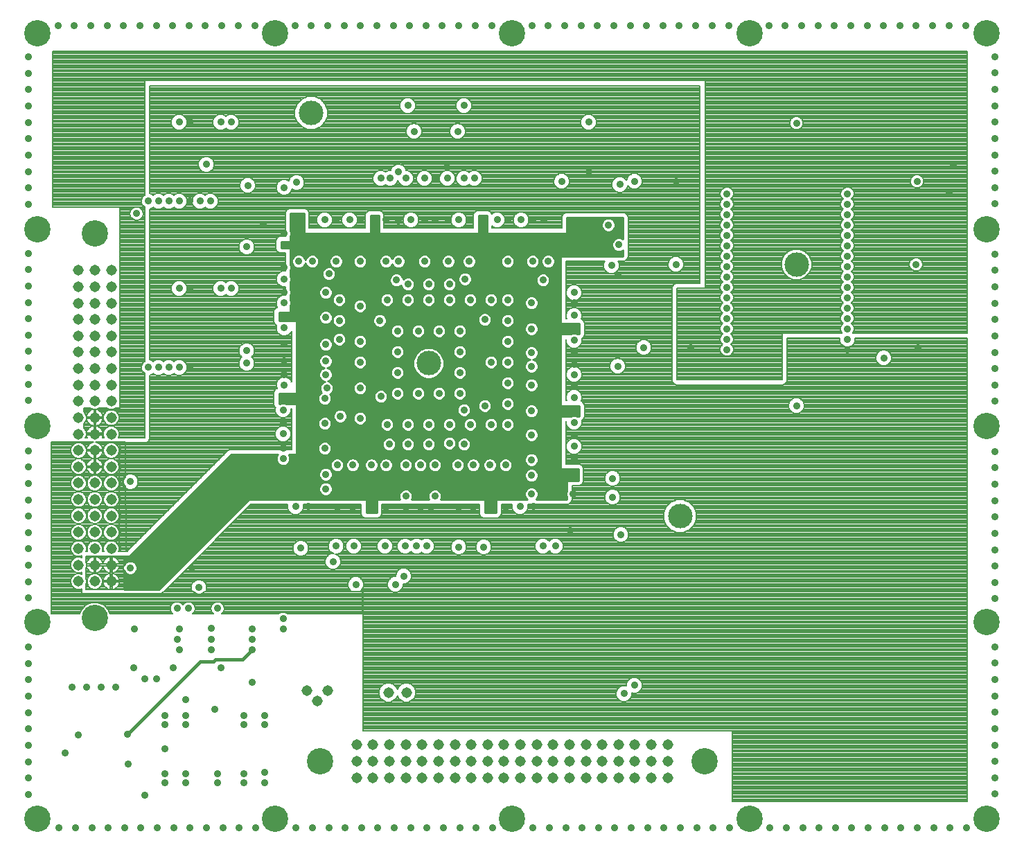
<source format=gbr>
G75*
G70*
%OFA0B0*%
%FSLAX24Y24*%
%IPPOS*%
%LPD*%
%AMOC8*
5,1,8,0,0,1.08239X$1,22.5*
%
%ADD10C,0.0515*%
%ADD11C,0.1266*%
%ADD12C,0.0360*%
%ADD13C,0.0100*%
%ADD14C,0.0080*%
%ADD15C,0.1181*%
%ADD16C,0.0160*%
D10*
X013905Y007105D03*
X014405Y006605D03*
X014905Y007105D03*
X017821Y007005D03*
X018689Y007005D03*
X018659Y004486D03*
X019446Y004486D03*
X019446Y003698D03*
X018659Y003698D03*
X018659Y002911D03*
X019446Y002911D03*
X020234Y002911D03*
X021021Y002911D03*
X021809Y002911D03*
X022596Y002911D03*
X022596Y003698D03*
X023383Y003698D03*
X024171Y003698D03*
X024171Y002911D03*
X023383Y002911D03*
X024958Y002911D03*
X024958Y003698D03*
X025746Y003698D03*
X026533Y003698D03*
X026533Y002911D03*
X025746Y002911D03*
X027320Y002911D03*
X027320Y003698D03*
X027320Y004486D03*
X026533Y004486D03*
X025746Y004486D03*
X024958Y004486D03*
X024171Y004486D03*
X023383Y004486D03*
X022596Y004486D03*
X021809Y004486D03*
X021021Y004486D03*
X020234Y004486D03*
X020234Y003698D03*
X021021Y003698D03*
X021809Y003698D03*
X017872Y003698D03*
X017872Y002911D03*
X017084Y002911D03*
X016297Y002911D03*
X016297Y003698D03*
X017084Y003698D03*
X017084Y004486D03*
X016297Y004486D03*
X017872Y004486D03*
X028108Y004486D03*
X028895Y004486D03*
X029683Y004486D03*
X030470Y004486D03*
X031257Y004486D03*
X031257Y003698D03*
X030470Y003698D03*
X030470Y002911D03*
X031257Y002911D03*
X029683Y002911D03*
X029683Y003698D03*
X028895Y003698D03*
X028108Y003698D03*
X028108Y002911D03*
X028895Y002911D03*
X004486Y012360D03*
X004486Y013147D03*
X004486Y013935D03*
X004486Y014722D03*
X004486Y015509D03*
X003698Y015509D03*
X002911Y015509D03*
X002911Y014722D03*
X003698Y014722D03*
X003698Y013935D03*
X002911Y013935D03*
X002911Y013147D03*
X003698Y013147D03*
X003698Y012360D03*
X002911Y012360D03*
X002911Y016297D03*
X003698Y016297D03*
X003698Y017084D03*
X002911Y017084D03*
X002911Y017872D03*
X003698Y017872D03*
X003698Y018659D03*
X002911Y018659D03*
X002911Y019446D03*
X003698Y019446D03*
X004486Y019446D03*
X004486Y018659D03*
X004486Y017872D03*
X004486Y017084D03*
X004486Y016297D03*
X004486Y020234D03*
X004486Y021021D03*
X004486Y021809D03*
X004486Y022596D03*
X004486Y023383D03*
X004486Y024171D03*
X004486Y024958D03*
X004486Y025746D03*
X004486Y026533D03*
X004486Y027320D03*
X003698Y027320D03*
X002911Y027320D03*
X002911Y026533D03*
X003698Y026533D03*
X003698Y025746D03*
X002911Y025746D03*
X002911Y024958D03*
X003698Y024958D03*
X003698Y024171D03*
X002911Y024171D03*
X002911Y023383D03*
X003698Y023383D03*
X003698Y022596D03*
X002911Y022596D03*
X002911Y021809D03*
X003698Y021809D03*
X003698Y021021D03*
X002911Y021021D03*
X002911Y020234D03*
X003698Y020234D03*
D11*
X000942Y000942D03*
X000942Y010391D03*
X003698Y010588D03*
X014525Y003698D03*
X012360Y000942D03*
X023777Y000942D03*
X033029Y003698D03*
X035194Y000942D03*
X046612Y000942D03*
X046612Y010391D03*
X046612Y019840D03*
X046612Y029289D03*
X046612Y038738D03*
X035194Y038738D03*
X023777Y038738D03*
X012360Y038738D03*
X003698Y029092D03*
X000942Y029289D03*
X000942Y019840D03*
X000942Y038738D03*
D12*
X001930Y039105D03*
X002717Y039105D03*
X003505Y039105D03*
X004292Y039105D03*
X005079Y039105D03*
X005867Y039105D03*
X006654Y039105D03*
X007442Y039105D03*
X008229Y039105D03*
X009016Y039105D03*
X009804Y039105D03*
X010604Y039105D03*
X011404Y039105D03*
X013330Y039105D03*
X014117Y039105D03*
X014905Y039105D03*
X015692Y039105D03*
X016479Y039105D03*
X017267Y039105D03*
X018054Y039105D03*
X018842Y039105D03*
X019629Y039105D03*
X020416Y039105D03*
X021204Y039105D03*
X022004Y039105D03*
X022804Y039105D03*
X024730Y039105D03*
X025517Y039105D03*
X026305Y039105D03*
X027092Y039105D03*
X027879Y039105D03*
X028667Y039105D03*
X029454Y039105D03*
X030242Y039105D03*
X031029Y039105D03*
X031816Y039105D03*
X032604Y039105D03*
X033404Y039105D03*
X034204Y039105D03*
X036130Y039105D03*
X036917Y039105D03*
X037705Y039105D03*
X038492Y039105D03*
X039279Y039105D03*
X040067Y039105D03*
X040854Y039105D03*
X041642Y039105D03*
X042429Y039105D03*
X043216Y039105D03*
X044004Y039105D03*
X044804Y039105D03*
X045604Y039105D03*
X047005Y037604D03*
X047005Y036816D03*
X047005Y036029D03*
X047005Y035242D03*
X047005Y034454D03*
X047005Y033667D03*
X047005Y032879D03*
X047005Y032092D03*
X047005Y031305D03*
X047005Y030517D03*
X044805Y031105D03*
X045005Y032355D03*
X043255Y031605D03*
X039905Y031005D03*
X039905Y030505D03*
X039905Y030005D03*
X039905Y029505D03*
X039905Y029005D03*
X039905Y028505D03*
X039905Y028005D03*
X039905Y027505D03*
X039905Y027005D03*
X039905Y026505D03*
X039905Y026005D03*
X039905Y025505D03*
X039905Y025005D03*
X039905Y024505D03*
X039905Y024005D03*
X039905Y023505D03*
X041655Y023105D03*
X043305Y023605D03*
X047005Y023379D03*
X047005Y024167D03*
X047005Y024954D03*
X047005Y025742D03*
X047005Y026529D03*
X047005Y027316D03*
X047005Y028104D03*
X043205Y027605D03*
X047005Y022592D03*
X047005Y021805D03*
X047005Y021017D03*
X047005Y018604D03*
X047005Y017816D03*
X047005Y017029D03*
X047005Y016242D03*
X047005Y015454D03*
X047005Y014667D03*
X047005Y013879D03*
X047005Y013092D03*
X047005Y012305D03*
X047005Y011517D03*
X047005Y009204D03*
X047005Y008416D03*
X047005Y007629D03*
X047005Y006842D03*
X047005Y006054D03*
X047005Y005267D03*
X047005Y004479D03*
X047005Y003692D03*
X047005Y002905D03*
X047005Y002117D03*
X045630Y000505D03*
X044843Y000505D03*
X044055Y000505D03*
X043268Y000505D03*
X042481Y000505D03*
X041693Y000505D03*
X040906Y000505D03*
X040118Y000505D03*
X039331Y000505D03*
X038544Y000505D03*
X037756Y000505D03*
X036956Y000505D03*
X036156Y000505D03*
X034230Y000505D03*
X033443Y000505D03*
X032655Y000505D03*
X031868Y000505D03*
X031081Y000505D03*
X030293Y000505D03*
X029506Y000505D03*
X028718Y000505D03*
X027931Y000505D03*
X027144Y000505D03*
X026356Y000505D03*
X025556Y000505D03*
X024756Y000505D03*
X022830Y000505D03*
X022043Y000505D03*
X021255Y000505D03*
X020468Y000505D03*
X019681Y000505D03*
X018893Y000505D03*
X018106Y000505D03*
X017318Y000505D03*
X016531Y000505D03*
X015744Y000505D03*
X014956Y000505D03*
X014156Y000505D03*
X013356Y000505D03*
X011430Y000505D03*
X010643Y000505D03*
X009855Y000505D03*
X009068Y000505D03*
X008281Y000505D03*
X007493Y000505D03*
X006706Y000505D03*
X005918Y000505D03*
X005131Y000505D03*
X004344Y000505D03*
X003556Y000505D03*
X002756Y000505D03*
X001956Y000505D03*
X000505Y002106D03*
X000505Y002894D03*
X000505Y003681D03*
X000505Y004468D03*
X000505Y005256D03*
X000505Y006043D03*
X000505Y006831D03*
X000505Y007618D03*
X000505Y008405D03*
X000505Y009193D03*
X002605Y007255D03*
X003305Y007255D03*
X004005Y007255D03*
X004705Y007255D03*
X005555Y008205D03*
X006105Y007655D03*
X006655Y007655D03*
X007455Y008205D03*
X007755Y009055D03*
X007655Y009555D03*
X007755Y010055D03*
X007655Y011055D03*
X008205Y011055D03*
X009305Y010105D03*
X009305Y009555D03*
X009305Y009055D03*
X009755Y008205D03*
X011255Y007505D03*
X011255Y009055D03*
X011255Y009555D03*
X011255Y010055D03*
X012755Y010055D03*
X012755Y010555D03*
X009605Y011055D03*
X008705Y012055D03*
X008355Y013005D03*
X005405Y013005D03*
X005605Y010055D03*
X008055Y006655D03*
X008055Y005905D03*
X008055Y005455D03*
X007055Y005455D03*
X007055Y005905D03*
X005255Y005005D03*
X007055Y004305D03*
X007055Y003105D03*
X007055Y002655D03*
X008055Y002655D03*
X008055Y003105D03*
X009605Y003105D03*
X009605Y002655D03*
X010855Y002655D03*
X010855Y003105D03*
X011855Y003155D03*
X011855Y002655D03*
X011855Y005455D03*
X011855Y005905D03*
X010855Y005905D03*
X010855Y005455D03*
X009455Y006205D03*
X005305Y003555D03*
X006105Y002055D03*
X002905Y004955D03*
X002255Y004105D03*
X000505Y011556D03*
X000505Y012344D03*
X000505Y013131D03*
X000505Y013918D03*
X000505Y014706D03*
X000505Y015493D03*
X000505Y016281D03*
X000505Y017068D03*
X000505Y017855D03*
X000505Y018643D03*
X000505Y021056D03*
X000505Y021844D03*
X000505Y022631D03*
X000505Y023418D03*
X000505Y024206D03*
X000505Y024993D03*
X000505Y025781D03*
X000505Y026568D03*
X000505Y027355D03*
X000505Y028143D03*
X000505Y030506D03*
X000505Y031294D03*
X000505Y032081D03*
X000505Y032868D03*
X000505Y033656D03*
X000505Y034443D03*
X000505Y035231D03*
X000505Y036018D03*
X000505Y036805D03*
X000505Y037593D03*
X007755Y034455D03*
X008255Y034455D03*
X009755Y034455D03*
X010255Y034455D03*
X009065Y032425D03*
X009255Y030655D03*
X008755Y030655D03*
X008255Y030655D03*
X007755Y030655D03*
X007255Y030655D03*
X006755Y030655D03*
X006255Y030655D03*
X005705Y030055D03*
X007755Y026455D03*
X008255Y026455D03*
X009755Y026455D03*
X010255Y026455D03*
X011005Y028455D03*
X011805Y029505D03*
X012805Y029105D03*
X012805Y028555D03*
X013505Y027755D03*
X014155Y027755D03*
X014955Y027155D03*
X015305Y027755D03*
X016455Y027755D03*
X015705Y026855D03*
X015455Y025905D03*
X014805Y026255D03*
X014805Y025055D03*
X015455Y024905D03*
X015455Y024005D03*
X014805Y023755D03*
X014805Y022955D03*
X014805Y022305D03*
X014855Y021655D03*
X014755Y021155D03*
X015505Y020305D03*
X014755Y019955D03*
X014755Y018755D03*
X015455Y018955D03*
X015355Y017955D03*
X014805Y017505D03*
X014805Y016805D03*
X015355Y015905D03*
X016105Y015905D03*
X017005Y015905D03*
X017705Y015905D03*
X018655Y015905D03*
X018655Y016455D03*
X019355Y015905D03*
X019855Y015905D03*
X020055Y016455D03*
X021205Y015905D03*
X021905Y015905D03*
X022705Y015905D03*
X023455Y015905D03*
X024155Y015955D03*
X024705Y016555D03*
X024805Y015955D03*
X026555Y014805D03*
X025855Y014055D03*
X025255Y014055D03*
X022405Y014005D03*
X021205Y014005D03*
X019655Y014055D03*
X019179Y014055D03*
X018629Y014055D03*
X017655Y014055D03*
X016155Y014055D03*
X015305Y014055D03*
X015155Y013305D03*
X016255Y012205D03*
X018155Y012205D03*
X018555Y012605D03*
X013955Y015955D03*
X013355Y015955D03*
X012805Y016805D03*
X012805Y017505D03*
X012755Y018255D03*
X012755Y018755D03*
X012755Y019455D03*
X012755Y019955D03*
X012755Y020605D03*
X012755Y021155D03*
X012805Y021805D03*
X012805Y022305D03*
X012805Y022955D03*
X012805Y023755D03*
X012805Y024555D03*
X012805Y025055D03*
X012805Y025755D03*
X012805Y026255D03*
X012805Y026905D03*
X012805Y027455D03*
X013505Y029755D03*
X014155Y029755D03*
X014755Y029755D03*
X015305Y029755D03*
X015955Y029755D03*
X016455Y029755D03*
X017155Y029755D03*
X017705Y029755D03*
X018305Y029705D03*
X018905Y029755D03*
X019555Y029755D03*
X020055Y029755D03*
X020705Y029755D03*
X021205Y029755D03*
X021705Y029755D03*
X022355Y029755D03*
X023055Y029755D03*
X023555Y029755D03*
X024205Y029755D03*
X024755Y029755D03*
X025305Y029755D03*
X026155Y031605D03*
X027455Y032055D03*
X028955Y031455D03*
X029655Y031605D03*
X031655Y031605D03*
X034105Y031005D03*
X034105Y030505D03*
X034105Y030005D03*
X034105Y029505D03*
X034105Y029005D03*
X034105Y028505D03*
X034105Y028005D03*
X034105Y027505D03*
X034105Y027005D03*
X034105Y026505D03*
X034105Y026005D03*
X034105Y025505D03*
X034105Y025005D03*
X034105Y024505D03*
X034105Y024005D03*
X034105Y023505D03*
X032355Y023605D03*
X030105Y023605D03*
X028855Y022705D03*
X026755Y022805D03*
X026755Y022305D03*
X026755Y021805D03*
X026755Y021205D03*
X026755Y020555D03*
X026755Y020005D03*
X026755Y019405D03*
X026755Y018855D03*
X026755Y018205D03*
X026705Y017455D03*
X026705Y016555D03*
X028605Y016405D03*
X028605Y017305D03*
X029005Y014605D03*
X024705Y017455D03*
X024705Y018205D03*
X023855Y018955D03*
X024705Y019405D03*
X023555Y019905D03*
X022755Y019905D03*
X022455Y020805D03*
X021455Y020605D03*
X021755Y019905D03*
X020755Y019905D03*
X019755Y019905D03*
X018755Y019905D03*
X017755Y019905D03*
X017855Y018955D03*
X018755Y018955D03*
X019755Y018955D03*
X020755Y019005D03*
X021455Y018955D03*
X021155Y017955D03*
X021905Y017955D03*
X022705Y017955D03*
X023455Y017955D03*
X024705Y020555D03*
X023555Y020905D03*
X023555Y021905D03*
X023555Y022905D03*
X022755Y022905D03*
X023555Y023905D03*
X023555Y024905D03*
X022455Y024955D03*
X022755Y025905D03*
X023555Y025905D03*
X024005Y026905D03*
X023555Y027755D03*
X024755Y027755D03*
X025505Y027755D03*
X025255Y026855D03*
X024705Y025755D03*
X024705Y024505D03*
X024705Y023355D03*
X024705Y022705D03*
X024705Y021805D03*
X026755Y023355D03*
X026755Y023955D03*
X026755Y024505D03*
X026755Y025155D03*
X026755Y025755D03*
X026755Y026255D03*
X028555Y027555D03*
X028855Y027105D03*
X028905Y028555D03*
X028955Y029255D03*
X028405Y029505D03*
X031655Y027605D03*
X027455Y034455D03*
X021955Y031755D03*
X021455Y031755D03*
X020655Y031755D03*
X020636Y032305D03*
X020055Y031755D03*
X019555Y031755D03*
X018655Y031755D03*
X018305Y032055D03*
X017905Y031755D03*
X017455Y031755D03*
X019055Y034005D03*
X018755Y035255D03*
X021155Y034005D03*
X021455Y035255D03*
X013405Y031555D03*
X012805Y031305D03*
X011055Y031405D03*
X017705Y027755D03*
X018305Y027755D03*
X018205Y026855D03*
X018755Y026655D03*
X018755Y025905D03*
X017755Y025905D03*
X017405Y024905D03*
X018255Y024405D03*
X018255Y023405D03*
X019255Y024405D03*
X020255Y024405D03*
X021255Y024405D03*
X021255Y023405D03*
X021255Y022405D03*
X021255Y021405D03*
X020255Y021405D03*
X019255Y021405D03*
X018255Y021405D03*
X017455Y021255D03*
X016455Y021655D03*
X016455Y022905D03*
X016455Y023905D03*
X016455Y025605D03*
X019755Y025905D03*
X019755Y026655D03*
X020755Y026655D03*
X020755Y025905D03*
X021755Y025905D03*
X021505Y026905D03*
X021705Y027755D03*
X020705Y027755D03*
X019555Y027755D03*
X018255Y022405D03*
X016455Y020205D03*
X016105Y017955D03*
X017005Y017955D03*
X017705Y017955D03*
X018655Y017955D03*
X019355Y017955D03*
X020055Y017955D03*
X013605Y013955D03*
X005405Y017155D03*
X006255Y022655D03*
X006755Y022655D03*
X007255Y022655D03*
X007755Y022655D03*
X008255Y022655D03*
X011005Y022855D03*
X011005Y023455D03*
X029655Y007355D03*
X029155Y006955D03*
X037455Y020805D03*
X037455Y034405D03*
D13*
X029105Y029855D02*
X029105Y028822D01*
X029092Y028835D01*
X028971Y028885D01*
X028839Y028885D01*
X028718Y028835D01*
X028625Y028742D01*
X028575Y028621D01*
X028575Y028489D01*
X028625Y028368D01*
X028718Y028275D01*
X028839Y028225D01*
X028971Y028225D01*
X029092Y028275D01*
X029105Y028288D01*
X029105Y028005D01*
X026105Y028005D01*
X026105Y024755D01*
X027005Y024755D01*
X027005Y024255D01*
X026893Y024255D01*
X026821Y024285D01*
X026689Y024285D01*
X026617Y024255D01*
X026105Y024255D01*
X026105Y020805D01*
X027005Y020805D01*
X027005Y020305D01*
X026893Y020305D01*
X026821Y020335D01*
X026689Y020335D01*
X026617Y020305D01*
X026105Y020305D01*
X026105Y017755D01*
X026955Y017755D01*
X026955Y017205D01*
X026405Y017205D01*
X026405Y016693D01*
X026375Y016621D01*
X026375Y016489D01*
X026405Y016417D01*
X026405Y016305D01*
X024922Y016305D01*
X024985Y016368D01*
X025035Y016489D01*
X025035Y016621D01*
X024985Y016742D01*
X024892Y016835D01*
X024771Y016885D01*
X024639Y016885D01*
X024518Y016835D01*
X024425Y016742D01*
X024375Y016621D01*
X024375Y016489D01*
X024425Y016368D01*
X024488Y016305D01*
X023005Y016305D01*
X023005Y015655D01*
X022455Y015655D01*
X022455Y016305D01*
X020350Y016305D01*
X020385Y016389D01*
X020385Y016521D01*
X020335Y016642D01*
X020242Y016735D01*
X020121Y016785D01*
X019989Y016785D01*
X019868Y016735D01*
X019775Y016642D01*
X019725Y016521D01*
X019725Y016389D01*
X019760Y016305D01*
X018950Y016305D01*
X018985Y016389D01*
X018985Y016521D01*
X018935Y016642D01*
X018842Y016735D01*
X018721Y016785D01*
X018589Y016785D01*
X018468Y016735D01*
X018375Y016642D01*
X018325Y016521D01*
X018325Y016389D01*
X018360Y016305D01*
X017255Y016305D01*
X017255Y015655D01*
X016755Y015655D01*
X016755Y016305D01*
X011105Y016305D01*
X006765Y011965D01*
X005105Y011965D01*
X005105Y012867D01*
X005125Y012818D01*
X005218Y012725D01*
X005339Y012675D01*
X005471Y012675D01*
X005592Y012725D01*
X005685Y012818D01*
X005735Y012939D01*
X005735Y013071D01*
X005685Y013192D01*
X005592Y013285D01*
X005471Y013335D01*
X005339Y013335D01*
X005218Y013285D01*
X005125Y013192D01*
X005105Y013143D01*
X005105Y013555D01*
X005355Y013555D01*
X010255Y018455D01*
X012488Y018455D01*
X012475Y018442D01*
X012425Y018321D01*
X012425Y018189D01*
X012475Y018068D01*
X012568Y017975D01*
X012689Y017925D01*
X012821Y017925D01*
X012942Y017975D01*
X013035Y018068D01*
X013085Y018189D01*
X013085Y018321D01*
X013035Y018442D01*
X013022Y018455D01*
X013405Y018455D01*
X013405Y020905D01*
X012893Y020905D01*
X012821Y020935D01*
X012689Y020935D01*
X012617Y020905D01*
X012555Y020905D01*
X012555Y021405D01*
X013405Y021405D01*
X013405Y024905D01*
X012555Y024905D01*
X012555Y025305D01*
X013105Y025305D01*
X013105Y025617D01*
X013135Y025689D01*
X013135Y025821D01*
X013105Y025893D01*
X013105Y026117D01*
X013135Y026189D01*
X013135Y026321D01*
X013105Y026393D01*
X013105Y026767D01*
X013135Y026839D01*
X013135Y026971D01*
X013105Y027043D01*
X013105Y027317D01*
X013135Y027389D01*
X013135Y027521D01*
X013105Y027593D01*
X013105Y028405D01*
X012655Y028405D01*
X012655Y028705D01*
X013105Y028705D01*
X013105Y028967D01*
X013135Y029039D01*
X013135Y029171D01*
X013105Y029243D01*
X013105Y030055D01*
X013755Y030055D01*
X013755Y029105D01*
X016955Y029105D01*
X016955Y029955D01*
X017355Y029955D01*
X017355Y029105D01*
X022155Y029105D01*
X022155Y029955D01*
X022555Y029955D01*
X022555Y029105D01*
X026405Y029105D01*
X026405Y029855D01*
X029105Y029855D01*
X029105Y029804D02*
X028547Y029804D01*
X028592Y029785D02*
X028471Y029835D01*
X028339Y029835D01*
X028218Y029785D01*
X028125Y029692D01*
X028075Y029571D01*
X028075Y029439D01*
X028125Y029318D01*
X028218Y029225D01*
X028339Y029175D01*
X028471Y029175D01*
X028592Y029225D01*
X028685Y029318D01*
X028735Y029439D01*
X028735Y029571D01*
X028685Y029692D01*
X028592Y029785D01*
X028672Y029705D02*
X029105Y029705D01*
X029105Y029607D02*
X028720Y029607D01*
X028735Y029508D02*
X029105Y029508D01*
X029105Y029410D02*
X028723Y029410D01*
X028678Y029311D02*
X029105Y029311D01*
X029105Y029213D02*
X028561Y029213D01*
X028249Y029213D02*
X026405Y029213D01*
X026405Y029311D02*
X028132Y029311D01*
X028087Y029410D02*
X026405Y029410D01*
X026405Y029508D02*
X028075Y029508D01*
X028090Y029607D02*
X026405Y029607D01*
X026405Y029705D02*
X028138Y029705D01*
X028263Y029804D02*
X026405Y029804D01*
X026405Y029114D02*
X029105Y029114D01*
X029105Y029016D02*
X013125Y029016D01*
X013135Y029114D02*
X013755Y029114D01*
X013755Y029213D02*
X013118Y029213D01*
X013105Y029311D02*
X013755Y029311D01*
X013755Y029410D02*
X013105Y029410D01*
X013105Y029508D02*
X013755Y029508D01*
X013755Y029607D02*
X013105Y029607D01*
X013105Y029705D02*
X013755Y029705D01*
X013755Y029804D02*
X013105Y029804D01*
X013105Y029902D02*
X013755Y029902D01*
X013755Y030001D02*
X013105Y030001D01*
X013105Y028917D02*
X029105Y028917D01*
X028702Y028819D02*
X013105Y028819D01*
X013105Y028720D02*
X028616Y028720D01*
X028575Y028622D02*
X012655Y028622D01*
X012655Y028523D02*
X028575Y028523D01*
X028602Y028425D02*
X012655Y028425D01*
X013105Y028326D02*
X028667Y028326D01*
X028833Y028228D02*
X013105Y028228D01*
X013105Y028129D02*
X029105Y028129D01*
X029105Y028031D02*
X025696Y028031D01*
X025692Y028035D02*
X025571Y028085D01*
X025439Y028085D01*
X025318Y028035D01*
X025225Y027942D01*
X025175Y027821D01*
X025175Y027689D01*
X025225Y027568D01*
X025318Y027475D01*
X025439Y027425D01*
X025571Y027425D01*
X025692Y027475D01*
X025785Y027568D01*
X025835Y027689D01*
X025835Y027821D01*
X025785Y027942D01*
X025692Y028035D01*
X025789Y027932D02*
X026105Y027932D01*
X026105Y027834D02*
X025830Y027834D01*
X025835Y027735D02*
X026105Y027735D01*
X026105Y027637D02*
X025813Y027637D01*
X025755Y027538D02*
X026105Y027538D01*
X026105Y027440D02*
X025606Y027440D01*
X025404Y027440D02*
X024856Y027440D01*
X024821Y027425D02*
X024942Y027475D01*
X025035Y027568D01*
X025085Y027689D01*
X025085Y027821D01*
X025035Y027942D01*
X024942Y028035D01*
X024821Y028085D01*
X024689Y028085D01*
X024568Y028035D01*
X024475Y027942D01*
X024425Y027821D01*
X024425Y027689D01*
X024475Y027568D01*
X024568Y027475D01*
X024689Y027425D01*
X024821Y027425D01*
X024654Y027440D02*
X023656Y027440D01*
X023621Y027425D02*
X023742Y027475D01*
X023835Y027568D01*
X023885Y027689D01*
X023885Y027821D01*
X023835Y027942D01*
X023742Y028035D01*
X023621Y028085D01*
X023489Y028085D01*
X023368Y028035D01*
X023275Y027942D01*
X023225Y027821D01*
X023225Y027689D01*
X023275Y027568D01*
X023368Y027475D01*
X023489Y027425D01*
X023621Y027425D01*
X023454Y027440D02*
X021806Y027440D01*
X021771Y027425D02*
X021892Y027475D01*
X021985Y027568D01*
X022035Y027689D01*
X022035Y027821D01*
X021985Y027942D01*
X021892Y028035D01*
X021771Y028085D01*
X021639Y028085D01*
X021518Y028035D01*
X021425Y027942D01*
X021375Y027821D01*
X021375Y027689D01*
X021425Y027568D01*
X021518Y027475D01*
X021639Y027425D01*
X021771Y027425D01*
X021604Y027440D02*
X020806Y027440D01*
X020771Y027425D02*
X020892Y027475D01*
X020985Y027568D01*
X021035Y027689D01*
X021035Y027821D01*
X020985Y027942D01*
X020892Y028035D01*
X020771Y028085D01*
X020639Y028085D01*
X020518Y028035D01*
X020425Y027942D01*
X020375Y027821D01*
X020375Y027689D01*
X020425Y027568D01*
X020518Y027475D01*
X020639Y027425D01*
X020771Y027425D01*
X020604Y027440D02*
X019656Y027440D01*
X019621Y027425D02*
X019742Y027475D01*
X019835Y027568D01*
X019885Y027689D01*
X019885Y027821D01*
X019835Y027942D01*
X019742Y028035D01*
X019621Y028085D01*
X019489Y028085D01*
X019368Y028035D01*
X019275Y027942D01*
X019225Y027821D01*
X019225Y027689D01*
X019275Y027568D01*
X019368Y027475D01*
X019489Y027425D01*
X019621Y027425D01*
X019454Y027440D02*
X018406Y027440D01*
X018371Y027425D02*
X018492Y027475D01*
X018585Y027568D01*
X018635Y027689D01*
X018635Y027821D01*
X018585Y027942D01*
X018492Y028035D01*
X018371Y028085D01*
X018239Y028085D01*
X018118Y028035D01*
X018025Y027942D01*
X018005Y027893D01*
X017985Y027942D01*
X017892Y028035D01*
X017771Y028085D01*
X017639Y028085D01*
X017518Y028035D01*
X017425Y027942D01*
X017375Y027821D01*
X017375Y027689D01*
X017425Y027568D01*
X017518Y027475D01*
X017639Y027425D01*
X017771Y027425D01*
X017892Y027475D01*
X017985Y027568D01*
X018005Y027617D01*
X018025Y027568D01*
X018118Y027475D01*
X018239Y027425D01*
X018371Y027425D01*
X018204Y027440D02*
X017806Y027440D01*
X017955Y027538D02*
X018055Y027538D01*
X018139Y027185D02*
X018018Y027135D01*
X017925Y027042D01*
X017875Y026921D01*
X017875Y026789D01*
X017925Y026668D01*
X018018Y026575D01*
X018139Y026525D01*
X018271Y026525D01*
X018392Y026575D01*
X018425Y026608D01*
X018425Y026589D01*
X018475Y026468D01*
X018568Y026375D01*
X018689Y026325D01*
X018821Y026325D01*
X018942Y026375D01*
X019035Y026468D01*
X019085Y026589D01*
X019085Y026721D01*
X019035Y026842D01*
X018942Y026935D01*
X018821Y026985D01*
X018689Y026985D01*
X018568Y026935D01*
X018535Y026902D01*
X018535Y026921D01*
X018485Y027042D01*
X018392Y027135D01*
X018271Y027185D01*
X018139Y027185D01*
X018041Y027144D02*
X015285Y027144D01*
X015285Y027089D02*
X015235Y026968D01*
X015142Y026875D01*
X015021Y026825D01*
X014889Y026825D01*
X014768Y026875D01*
X014675Y026968D01*
X014625Y027089D01*
X014625Y027221D01*
X014675Y027342D01*
X014768Y027435D01*
X014889Y027485D01*
X015021Y027485D01*
X015142Y027435D01*
X015235Y027342D01*
X015285Y027221D01*
X015285Y027089D01*
X015267Y027046D02*
X017929Y027046D01*
X017886Y026947D02*
X015214Y026947D01*
X015078Y026849D02*
X017875Y026849D01*
X017891Y026750D02*
X013105Y026750D01*
X013105Y026652D02*
X017942Y026652D01*
X018072Y026553D02*
X014948Y026553D01*
X014992Y026535D02*
X014871Y026585D01*
X014739Y026585D01*
X014618Y026535D01*
X014525Y026442D01*
X014475Y026321D01*
X014475Y026189D01*
X014525Y026068D01*
X014618Y025975D01*
X014739Y025925D01*
X014871Y025925D01*
X014992Y025975D01*
X015085Y026068D01*
X015135Y026189D01*
X015135Y026321D01*
X015085Y026442D01*
X014992Y026535D01*
X015072Y026455D02*
X018489Y026455D01*
X018440Y026553D02*
X018338Y026553D01*
X018614Y026356D02*
X015120Y026356D01*
X015135Y026258D02*
X026105Y026258D01*
X026105Y026356D02*
X020896Y026356D01*
X020942Y026375D02*
X020821Y026325D01*
X020689Y026325D01*
X020568Y026375D01*
X020475Y026468D01*
X020425Y026589D01*
X020425Y026721D01*
X020475Y026842D01*
X020568Y026935D01*
X020689Y026985D01*
X020821Y026985D01*
X020942Y026935D01*
X021035Y026842D01*
X021085Y026721D01*
X021085Y026589D01*
X021035Y026468D01*
X020942Y026375D01*
X021021Y026455D02*
X026105Y026455D01*
X026105Y026553D02*
X025388Y026553D01*
X025442Y026575D02*
X025535Y026668D01*
X025585Y026789D01*
X025585Y026921D01*
X025535Y027042D01*
X025442Y027135D01*
X025321Y027185D01*
X025189Y027185D01*
X025068Y027135D01*
X024975Y027042D01*
X024925Y026921D01*
X024925Y026789D01*
X024975Y026668D01*
X025068Y026575D01*
X025189Y026525D01*
X025321Y026525D01*
X025442Y026575D01*
X025518Y026652D02*
X026105Y026652D01*
X026105Y026750D02*
X025569Y026750D01*
X025585Y026849D02*
X026105Y026849D01*
X026105Y026947D02*
X025574Y026947D01*
X025531Y027046D02*
X026105Y027046D01*
X026105Y027144D02*
X025419Y027144D01*
X025091Y027144D02*
X021733Y027144D01*
X021692Y027185D02*
X021571Y027235D01*
X021439Y027235D01*
X021318Y027185D01*
X021225Y027092D01*
X021175Y026971D01*
X021175Y026839D01*
X021225Y026718D01*
X021318Y026625D01*
X021439Y026575D01*
X021571Y026575D01*
X021692Y026625D01*
X021785Y026718D01*
X021835Y026839D01*
X021835Y026971D01*
X021785Y027092D01*
X021692Y027185D01*
X021804Y027046D02*
X024979Y027046D01*
X024936Y026947D02*
X021835Y026947D01*
X021835Y026849D02*
X024925Y026849D01*
X024941Y026750D02*
X021798Y026750D01*
X021718Y026652D02*
X024992Y026652D01*
X025122Y026553D02*
X021070Y026553D01*
X021085Y026652D02*
X021292Y026652D01*
X021212Y026750D02*
X021073Y026750D01*
X021028Y026849D02*
X021175Y026849D01*
X021175Y026947D02*
X020912Y026947D01*
X021206Y027046D02*
X018481Y027046D01*
X018524Y026947D02*
X018598Y026947D01*
X018369Y027144D02*
X021277Y027144D01*
X021455Y027538D02*
X020955Y027538D01*
X021013Y027637D02*
X021397Y027637D01*
X021375Y027735D02*
X021035Y027735D01*
X021030Y027834D02*
X021380Y027834D01*
X021421Y027932D02*
X020989Y027932D01*
X020896Y028031D02*
X021514Y028031D01*
X021896Y028031D02*
X023364Y028031D01*
X023271Y027932D02*
X021989Y027932D01*
X022030Y027834D02*
X023230Y027834D01*
X023225Y027735D02*
X022035Y027735D01*
X022013Y027637D02*
X023247Y027637D01*
X023305Y027538D02*
X021955Y027538D01*
X021821Y026235D02*
X021689Y026235D01*
X021568Y026185D01*
X021475Y026092D01*
X021425Y025971D01*
X021425Y025839D01*
X021475Y025718D01*
X021568Y025625D01*
X021689Y025575D01*
X021821Y025575D01*
X021942Y025625D01*
X022035Y025718D01*
X022085Y025839D01*
X022085Y025971D01*
X022035Y026092D01*
X021942Y026185D01*
X021821Y026235D01*
X021968Y026159D02*
X022542Y026159D01*
X022568Y026185D02*
X022475Y026092D01*
X022425Y025971D01*
X022425Y025839D01*
X022475Y025718D01*
X022568Y025625D01*
X022689Y025575D01*
X022821Y025575D01*
X022942Y025625D01*
X023035Y025718D01*
X023085Y025839D01*
X023085Y025971D01*
X023035Y026092D01*
X022942Y026185D01*
X022821Y026235D01*
X022689Y026235D01*
X022568Y026185D01*
X022462Y026061D02*
X022048Y026061D01*
X022085Y025962D02*
X022425Y025962D01*
X022425Y025864D02*
X022085Y025864D01*
X022054Y025765D02*
X022456Y025765D01*
X022527Y025667D02*
X021983Y025667D01*
X021527Y025667D02*
X020983Y025667D01*
X020942Y025625D02*
X021035Y025718D01*
X021085Y025839D01*
X021085Y025971D01*
X021035Y026092D01*
X020942Y026185D01*
X020821Y026235D01*
X020689Y026235D01*
X020568Y026185D01*
X020475Y026092D01*
X020425Y025971D01*
X020425Y025839D01*
X020475Y025718D01*
X020568Y025625D01*
X020689Y025575D01*
X020821Y025575D01*
X020942Y025625D01*
X021054Y025765D02*
X021456Y025765D01*
X021425Y025864D02*
X021085Y025864D01*
X021085Y025962D02*
X021425Y025962D01*
X021462Y026061D02*
X021048Y026061D01*
X020968Y026159D02*
X021542Y026159D01*
X020614Y026356D02*
X019896Y026356D01*
X019942Y026375D02*
X020035Y026468D01*
X020085Y026589D01*
X020085Y026721D01*
X020035Y026842D01*
X019942Y026935D01*
X019821Y026985D01*
X019689Y026985D01*
X019568Y026935D01*
X019475Y026842D01*
X019425Y026721D01*
X019425Y026589D01*
X019475Y026468D01*
X019568Y026375D01*
X019689Y026325D01*
X019821Y026325D01*
X019942Y026375D01*
X020021Y026455D02*
X020489Y026455D01*
X020440Y026553D02*
X020070Y026553D01*
X020085Y026652D02*
X020425Y026652D01*
X020437Y026750D02*
X020073Y026750D01*
X020028Y026849D02*
X020482Y026849D01*
X020598Y026947D02*
X019912Y026947D01*
X019598Y026947D02*
X018912Y026947D01*
X019028Y026849D02*
X019482Y026849D01*
X019437Y026750D02*
X019073Y026750D01*
X019085Y026652D02*
X019425Y026652D01*
X019440Y026553D02*
X019070Y026553D01*
X019021Y026455D02*
X019489Y026455D01*
X019614Y026356D02*
X018896Y026356D01*
X018821Y026235D02*
X018689Y026235D01*
X018568Y026185D01*
X018475Y026092D01*
X018425Y025971D01*
X018425Y025839D01*
X018475Y025718D01*
X018568Y025625D01*
X018689Y025575D01*
X018821Y025575D01*
X018942Y025625D01*
X019035Y025718D01*
X019085Y025839D01*
X019085Y025971D01*
X019035Y026092D01*
X018942Y026185D01*
X018821Y026235D01*
X018968Y026159D02*
X019542Y026159D01*
X019568Y026185D02*
X019475Y026092D01*
X019425Y025971D01*
X019425Y025839D01*
X019475Y025718D01*
X019568Y025625D01*
X019689Y025575D01*
X019821Y025575D01*
X019942Y025625D01*
X020035Y025718D01*
X020085Y025839D01*
X020085Y025971D01*
X020035Y026092D01*
X019942Y026185D01*
X019821Y026235D01*
X019689Y026235D01*
X019568Y026185D01*
X019462Y026061D02*
X019048Y026061D01*
X019085Y025962D02*
X019425Y025962D01*
X019425Y025864D02*
X019085Y025864D01*
X019054Y025765D02*
X019456Y025765D01*
X019527Y025667D02*
X018983Y025667D01*
X018527Y025667D02*
X017983Y025667D01*
X017942Y025625D02*
X018035Y025718D01*
X018085Y025839D01*
X018085Y025971D01*
X018035Y026092D01*
X017942Y026185D01*
X017821Y026235D01*
X017689Y026235D01*
X017568Y026185D01*
X017475Y026092D01*
X017425Y025971D01*
X017425Y025839D01*
X017475Y025718D01*
X017568Y025625D01*
X017689Y025575D01*
X017821Y025575D01*
X017942Y025625D01*
X018054Y025765D02*
X018456Y025765D01*
X018425Y025864D02*
X018085Y025864D01*
X018085Y025962D02*
X018425Y025962D01*
X018462Y026061D02*
X018048Y026061D01*
X017968Y026159D02*
X018542Y026159D01*
X017542Y026159D02*
X015668Y026159D01*
X015642Y026185D02*
X015521Y026235D01*
X015389Y026235D01*
X015268Y026185D01*
X015175Y026092D01*
X015125Y025971D01*
X015125Y025839D01*
X015175Y025718D01*
X015268Y025625D01*
X015389Y025575D01*
X015521Y025575D01*
X015642Y025625D01*
X015735Y025718D01*
X015785Y025839D01*
X015785Y025971D01*
X015735Y026092D01*
X015642Y026185D01*
X015748Y026061D02*
X017462Y026061D01*
X017425Y025962D02*
X015785Y025962D01*
X015785Y025864D02*
X016247Y025864D01*
X016268Y025885D02*
X016175Y025792D01*
X016125Y025671D01*
X016125Y025539D01*
X016175Y025418D01*
X016268Y025325D01*
X016389Y025275D01*
X016521Y025275D01*
X016642Y025325D01*
X016735Y025418D01*
X016785Y025539D01*
X016785Y025671D01*
X016735Y025792D01*
X016642Y025885D01*
X016521Y025935D01*
X016389Y025935D01*
X016268Y025885D01*
X016164Y025765D02*
X015754Y025765D01*
X015683Y025667D02*
X016125Y025667D01*
X016125Y025568D02*
X013105Y025568D01*
X013105Y025470D02*
X016154Y025470D01*
X016222Y025371D02*
X014904Y025371D01*
X014871Y025385D02*
X014739Y025385D01*
X014618Y025335D01*
X014525Y025242D01*
X014475Y025121D01*
X014475Y024989D01*
X014525Y024868D01*
X014618Y024775D01*
X014739Y024725D01*
X014871Y024725D01*
X014992Y024775D01*
X015085Y024868D01*
X015125Y024965D01*
X015125Y024839D01*
X015175Y024718D01*
X015268Y024625D01*
X015389Y024575D01*
X015521Y024575D01*
X015642Y024625D01*
X015735Y024718D01*
X015785Y024839D01*
X015785Y024971D01*
X015735Y025092D01*
X015642Y025185D01*
X015521Y025235D01*
X015389Y025235D01*
X015268Y025185D01*
X015175Y025092D01*
X015135Y024995D01*
X015135Y025121D01*
X015085Y025242D01*
X014992Y025335D01*
X014871Y025385D01*
X014706Y025371D02*
X013105Y025371D01*
X013126Y025667D02*
X015227Y025667D01*
X015156Y025765D02*
X013135Y025765D01*
X013117Y025864D02*
X015125Y025864D01*
X015125Y025962D02*
X014960Y025962D01*
X015077Y026061D02*
X015162Y026061D01*
X015122Y026159D02*
X015242Y026159D01*
X014832Y026849D02*
X013135Y026849D01*
X013135Y026947D02*
X014696Y026947D01*
X014643Y027046D02*
X013105Y027046D01*
X013105Y027144D02*
X014625Y027144D01*
X014634Y027243D02*
X013105Y027243D01*
X013115Y027341D02*
X014675Y027341D01*
X014780Y027440D02*
X014256Y027440D01*
X014221Y027425D02*
X014342Y027475D01*
X014435Y027568D01*
X014485Y027689D01*
X014485Y027821D01*
X014435Y027942D01*
X014342Y028035D01*
X014221Y028085D01*
X014089Y028085D01*
X013968Y028035D01*
X013875Y027942D01*
X013830Y027833D01*
X013785Y027942D01*
X013692Y028035D01*
X013571Y028085D01*
X013439Y028085D01*
X013318Y028035D01*
X013225Y027942D01*
X013175Y027821D01*
X013175Y027689D01*
X013225Y027568D01*
X013318Y027475D01*
X013439Y027425D01*
X013571Y027425D01*
X013692Y027475D01*
X013785Y027568D01*
X013830Y027677D01*
X013875Y027568D01*
X013968Y027475D01*
X014089Y027425D01*
X014221Y027425D01*
X014054Y027440D02*
X013606Y027440D01*
X013755Y027538D02*
X013905Y027538D01*
X013847Y027637D02*
X013813Y027637D01*
X013830Y027834D02*
X013830Y027834D01*
X013789Y027932D02*
X013871Y027932D01*
X013964Y028031D02*
X013696Y028031D01*
X013314Y028031D02*
X013105Y028031D01*
X013105Y027932D02*
X013221Y027932D01*
X013180Y027834D02*
X013105Y027834D01*
X013105Y027735D02*
X013175Y027735D01*
X013197Y027637D02*
X013105Y027637D01*
X013128Y027538D02*
X013255Y027538D01*
X013135Y027440D02*
X013404Y027440D01*
X013105Y026553D02*
X014662Y026553D01*
X014538Y026455D02*
X013105Y026455D01*
X013120Y026356D02*
X014490Y026356D01*
X014475Y026258D02*
X013135Y026258D01*
X013122Y026159D02*
X014488Y026159D01*
X014533Y026061D02*
X013105Y026061D01*
X013105Y025962D02*
X014650Y025962D01*
X014556Y025273D02*
X012555Y025273D01*
X012555Y025174D02*
X014497Y025174D01*
X014475Y025076D02*
X012555Y025076D01*
X012555Y024977D02*
X014480Y024977D01*
X014521Y024879D02*
X013405Y024879D01*
X013405Y024780D02*
X014613Y024780D01*
X014997Y024780D02*
X015150Y024780D01*
X015125Y024879D02*
X015089Y024879D01*
X015135Y025076D02*
X015168Y025076D01*
X015113Y025174D02*
X015257Y025174D01*
X015054Y025273D02*
X022359Y025273D01*
X022389Y025285D02*
X022268Y025235D01*
X022175Y025142D01*
X022125Y025021D01*
X022125Y024889D01*
X022175Y024768D01*
X022268Y024675D01*
X022389Y024625D01*
X022521Y024625D01*
X022642Y024675D01*
X022735Y024768D01*
X022785Y024889D01*
X022785Y025021D01*
X022735Y025142D01*
X022642Y025235D01*
X022521Y025285D01*
X022389Y025285D01*
X022551Y025273D02*
X026105Y025273D01*
X026105Y025371D02*
X016688Y025371D01*
X016756Y025470D02*
X024532Y025470D01*
X024518Y025475D02*
X024639Y025425D01*
X024771Y025425D01*
X024892Y025475D01*
X024985Y025568D01*
X025035Y025689D01*
X025035Y025821D01*
X024985Y025942D01*
X024892Y026035D01*
X024771Y026085D01*
X024639Y026085D01*
X024518Y026035D01*
X024425Y025942D01*
X024375Y025821D01*
X024375Y025689D01*
X024425Y025568D01*
X024518Y025475D01*
X024425Y025568D02*
X016785Y025568D01*
X016785Y025667D02*
X017527Y025667D01*
X017456Y025765D02*
X016746Y025765D01*
X016663Y025864D02*
X017425Y025864D01*
X017471Y025235D02*
X017339Y025235D01*
X017218Y025185D01*
X017125Y025092D01*
X017075Y024971D01*
X017075Y024839D01*
X017125Y024718D01*
X017218Y024625D01*
X017339Y024575D01*
X017471Y024575D01*
X017592Y024625D01*
X017685Y024718D01*
X017735Y024839D01*
X017735Y024971D01*
X017685Y025092D01*
X017592Y025185D01*
X017471Y025235D01*
X017603Y025174D02*
X022207Y025174D01*
X022148Y025076D02*
X017692Y025076D01*
X017732Y024977D02*
X022125Y024977D01*
X022129Y024879D02*
X017735Y024879D01*
X017710Y024780D02*
X022170Y024780D01*
X022262Y024682D02*
X021445Y024682D01*
X021442Y024685D02*
X021321Y024735D01*
X021189Y024735D01*
X021068Y024685D01*
X020975Y024592D01*
X020925Y024471D01*
X020925Y024339D01*
X020975Y024218D01*
X021068Y024125D01*
X021189Y024075D01*
X021321Y024075D01*
X021442Y024125D01*
X021535Y024218D01*
X021585Y024339D01*
X021585Y024471D01*
X021535Y024592D01*
X021442Y024685D01*
X021538Y024583D02*
X023470Y024583D01*
X023489Y024575D02*
X023621Y024575D01*
X023742Y024625D01*
X023835Y024718D01*
X023885Y024839D01*
X023885Y024971D01*
X023835Y025092D01*
X023742Y025185D01*
X023621Y025235D01*
X023489Y025235D01*
X023368Y025185D01*
X023275Y025092D01*
X023225Y024971D01*
X023225Y024839D01*
X023275Y024718D01*
X023368Y024625D01*
X023489Y024575D01*
X023640Y024583D02*
X024380Y024583D01*
X024375Y024571D02*
X024375Y024439D01*
X024425Y024318D01*
X024518Y024225D01*
X024639Y024175D01*
X024771Y024175D01*
X024892Y024225D01*
X024985Y024318D01*
X025035Y024439D01*
X025035Y024571D01*
X024985Y024692D01*
X024892Y024785D01*
X024771Y024835D01*
X024639Y024835D01*
X024518Y024785D01*
X024425Y024692D01*
X024375Y024571D01*
X024375Y024485D02*
X021579Y024485D01*
X021585Y024386D02*
X024397Y024386D01*
X024456Y024288D02*
X021564Y024288D01*
X021506Y024189D02*
X023378Y024189D01*
X023368Y024185D02*
X023275Y024092D01*
X023225Y023971D01*
X023225Y023839D01*
X023275Y023718D01*
X023368Y023625D01*
X023489Y023575D01*
X023621Y023575D01*
X023742Y023625D01*
X023835Y023718D01*
X023885Y023839D01*
X023885Y023971D01*
X023835Y024092D01*
X023742Y024185D01*
X023621Y024235D01*
X023489Y024235D01*
X023368Y024185D01*
X023275Y024091D02*
X021358Y024091D01*
X021152Y024091D02*
X020358Y024091D01*
X020321Y024075D02*
X020442Y024125D01*
X020535Y024218D01*
X020585Y024339D01*
X020585Y024471D01*
X020535Y024592D01*
X020442Y024685D01*
X020321Y024735D01*
X020189Y024735D01*
X020068Y024685D01*
X019975Y024592D01*
X019925Y024471D01*
X019925Y024339D01*
X019975Y024218D01*
X020068Y024125D01*
X020189Y024075D01*
X020321Y024075D01*
X020152Y024091D02*
X019358Y024091D01*
X019321Y024075D02*
X019442Y024125D01*
X019535Y024218D01*
X019585Y024339D01*
X019585Y024471D01*
X019535Y024592D01*
X019442Y024685D01*
X019321Y024735D01*
X019189Y024735D01*
X019068Y024685D01*
X018975Y024592D01*
X018925Y024471D01*
X018925Y024339D01*
X018975Y024218D01*
X019068Y024125D01*
X019189Y024075D01*
X019321Y024075D01*
X019152Y024091D02*
X018358Y024091D01*
X018321Y024075D02*
X018442Y024125D01*
X018535Y024218D01*
X018585Y024339D01*
X018585Y024471D01*
X018535Y024592D01*
X018442Y024685D01*
X018321Y024735D01*
X018189Y024735D01*
X018068Y024685D01*
X017975Y024592D01*
X017925Y024471D01*
X017925Y024339D01*
X017975Y024218D01*
X018068Y024125D01*
X018189Y024075D01*
X018321Y024075D01*
X018152Y024091D02*
X016735Y024091D01*
X016735Y024092D02*
X016642Y024185D01*
X016521Y024235D01*
X016389Y024235D01*
X016268Y024185D01*
X016175Y024092D01*
X016125Y023971D01*
X016125Y023839D01*
X016175Y023718D01*
X016268Y023625D01*
X016389Y023575D01*
X016521Y023575D01*
X016642Y023625D01*
X016735Y023718D01*
X016785Y023839D01*
X016785Y023971D01*
X016735Y024092D01*
X016776Y023992D02*
X023234Y023992D01*
X023225Y023894D02*
X016785Y023894D01*
X016767Y023795D02*
X023243Y023795D01*
X023297Y023697D02*
X021413Y023697D01*
X021442Y023685D02*
X021321Y023735D01*
X021189Y023735D01*
X021068Y023685D01*
X020975Y023592D01*
X020925Y023471D01*
X020925Y023339D01*
X020975Y023218D01*
X021068Y023125D01*
X021189Y023075D01*
X021321Y023075D01*
X021442Y023125D01*
X021535Y023218D01*
X021585Y023339D01*
X021585Y023471D01*
X021535Y023592D01*
X021442Y023685D01*
X021529Y023598D02*
X023434Y023598D01*
X023676Y023598D02*
X024481Y023598D01*
X024518Y023635D02*
X024425Y023542D01*
X024375Y023421D01*
X024375Y023289D01*
X024425Y023168D01*
X024518Y023075D01*
X024627Y023030D01*
X024518Y022985D01*
X024425Y022892D01*
X024375Y022771D01*
X024375Y022639D01*
X024425Y022518D01*
X024518Y022425D01*
X024639Y022375D01*
X024771Y022375D01*
X024892Y022425D01*
X024985Y022518D01*
X025035Y022639D01*
X025035Y022771D01*
X024985Y022892D01*
X024892Y022985D01*
X024783Y023030D01*
X024892Y023075D01*
X024985Y023168D01*
X025035Y023289D01*
X025035Y023421D01*
X024985Y023542D01*
X024892Y023635D01*
X024771Y023685D01*
X024639Y023685D01*
X024518Y023635D01*
X024408Y023500D02*
X021573Y023500D01*
X021585Y023401D02*
X024375Y023401D01*
X024375Y023303D02*
X021570Y023303D01*
X021521Y023204D02*
X022615Y023204D01*
X022568Y023185D02*
X022475Y023092D01*
X022425Y022971D01*
X022425Y022839D01*
X022475Y022718D01*
X022568Y022625D01*
X022689Y022575D01*
X022821Y022575D01*
X022942Y022625D01*
X023035Y022718D01*
X023085Y022839D01*
X023085Y022971D01*
X023035Y023092D01*
X022942Y023185D01*
X022821Y023235D01*
X022689Y023235D01*
X022568Y023185D01*
X022489Y023106D02*
X021394Y023106D01*
X021116Y023106D02*
X020453Y023106D01*
X020412Y023204D02*
X020989Y023204D01*
X020940Y023303D02*
X020355Y023303D01*
X020383Y023274D02*
X020174Y023483D01*
X019902Y023596D01*
X019608Y023596D01*
X019336Y023483D01*
X019127Y023274D01*
X019014Y023002D01*
X019014Y022708D01*
X019127Y022436D01*
X019336Y022227D01*
X019608Y022114D01*
X019902Y022114D01*
X020174Y022227D01*
X020383Y022436D01*
X020496Y022708D01*
X020496Y023002D01*
X020383Y023274D01*
X020256Y023401D02*
X020925Y023401D01*
X020937Y023500D02*
X020134Y023500D01*
X020494Y023007D02*
X022440Y023007D01*
X022425Y022909D02*
X020496Y022909D01*
X020496Y022810D02*
X022437Y022810D01*
X022482Y022712D02*
X021377Y022712D01*
X021321Y022735D02*
X021189Y022735D01*
X021068Y022685D01*
X020975Y022592D01*
X020925Y022471D01*
X020925Y022339D01*
X020975Y022218D01*
X021068Y022125D01*
X021189Y022075D01*
X021321Y022075D01*
X021442Y022125D01*
X021535Y022218D01*
X021585Y022339D01*
X021585Y022471D01*
X021535Y022592D01*
X021442Y022685D01*
X021321Y022735D01*
X021133Y022712D02*
X020496Y022712D01*
X020456Y022613D02*
X020996Y022613D01*
X020943Y022515D02*
X020416Y022515D01*
X020363Y022416D02*
X020925Y022416D01*
X020934Y022318D02*
X020265Y022318D01*
X020155Y022219D02*
X020975Y022219D01*
X021079Y022121D02*
X019917Y022121D01*
X019593Y022121D02*
X018431Y022121D01*
X018442Y022125D02*
X018535Y022218D01*
X018585Y022339D01*
X018585Y022471D01*
X018535Y022592D01*
X018442Y022685D01*
X018321Y022735D01*
X018189Y022735D01*
X018068Y022685D01*
X017975Y022592D01*
X017925Y022471D01*
X017925Y022339D01*
X017975Y022218D01*
X018068Y022125D01*
X018189Y022075D01*
X018321Y022075D01*
X018442Y022125D01*
X018535Y022219D02*
X019355Y022219D01*
X019245Y022318D02*
X018576Y022318D01*
X018585Y022416D02*
X019147Y022416D01*
X019094Y022515D02*
X018567Y022515D01*
X018514Y022613D02*
X019054Y022613D01*
X019014Y022712D02*
X018377Y022712D01*
X018133Y022712D02*
X016728Y022712D01*
X016735Y022718D02*
X016785Y022839D01*
X016785Y022971D01*
X016735Y023092D01*
X016642Y023185D01*
X016521Y023235D01*
X016389Y023235D01*
X016268Y023185D01*
X016175Y023092D01*
X016125Y022971D01*
X016125Y022839D01*
X016175Y022718D01*
X016268Y022625D01*
X016389Y022575D01*
X016521Y022575D01*
X016642Y022625D01*
X016735Y022718D01*
X016773Y022810D02*
X019014Y022810D01*
X019014Y022909D02*
X016785Y022909D01*
X016770Y023007D02*
X019016Y023007D01*
X019057Y023106D02*
X018394Y023106D01*
X018442Y023125D02*
X018535Y023218D01*
X018585Y023339D01*
X018585Y023471D01*
X018535Y023592D01*
X018442Y023685D01*
X018321Y023735D01*
X018189Y023735D01*
X018068Y023685D01*
X017975Y023592D01*
X017925Y023471D01*
X017925Y023339D01*
X017975Y023218D01*
X018068Y023125D01*
X018189Y023075D01*
X018321Y023075D01*
X018442Y023125D01*
X018521Y023204D02*
X019098Y023204D01*
X019155Y023303D02*
X018570Y023303D01*
X018585Y023401D02*
X019254Y023401D01*
X019376Y023500D02*
X018573Y023500D01*
X018529Y023598D02*
X020981Y023598D01*
X021097Y023697D02*
X018413Y023697D01*
X018097Y023697D02*
X016713Y023697D01*
X016576Y023598D02*
X017981Y023598D01*
X017937Y023500D02*
X015016Y023500D01*
X014992Y023475D02*
X015085Y023568D01*
X015135Y023689D01*
X015135Y023821D01*
X015085Y023942D01*
X014992Y024035D01*
X014871Y024085D01*
X014739Y024085D01*
X014618Y024035D01*
X014525Y023942D01*
X014475Y023821D01*
X014475Y023689D01*
X014525Y023568D01*
X014618Y023475D01*
X014739Y023425D01*
X014871Y023425D01*
X014992Y023475D01*
X015097Y023598D02*
X016334Y023598D01*
X016197Y023697D02*
X015573Y023697D01*
X015521Y023675D02*
X015642Y023725D01*
X015735Y023818D01*
X015785Y023939D01*
X015785Y024071D01*
X015735Y024192D01*
X015642Y024285D01*
X015521Y024335D01*
X015389Y024335D01*
X015268Y024285D01*
X015175Y024192D01*
X015125Y024071D01*
X015125Y023939D01*
X015175Y023818D01*
X015268Y023725D01*
X015389Y023675D01*
X015521Y023675D01*
X015337Y023697D02*
X015135Y023697D01*
X015135Y023795D02*
X015198Y023795D01*
X015144Y023894D02*
X015105Y023894D01*
X015125Y023992D02*
X015035Y023992D01*
X015133Y024091D02*
X013405Y024091D01*
X013405Y024189D02*
X015174Y024189D01*
X015275Y024288D02*
X013405Y024288D01*
X013405Y024386D02*
X017925Y024386D01*
X017931Y024485D02*
X013405Y024485D01*
X013405Y024583D02*
X015370Y024583D01*
X015540Y024583D02*
X017320Y024583D01*
X017490Y024583D02*
X017972Y024583D01*
X018065Y024682D02*
X017648Y024682D01*
X017162Y024682D02*
X015698Y024682D01*
X015760Y024780D02*
X017100Y024780D01*
X017075Y024879D02*
X015785Y024879D01*
X015782Y024977D02*
X017078Y024977D01*
X017118Y025076D02*
X015742Y025076D01*
X015653Y025174D02*
X017207Y025174D01*
X016632Y024189D02*
X018004Y024189D01*
X017946Y024288D02*
X015635Y024288D01*
X015736Y024189D02*
X016278Y024189D01*
X016175Y024091D02*
X015777Y024091D01*
X015785Y023992D02*
X016134Y023992D01*
X016125Y023894D02*
X015766Y023894D01*
X015712Y023795D02*
X016143Y023795D01*
X016315Y023204D02*
X015023Y023204D01*
X014992Y023235D02*
X014871Y023285D01*
X014739Y023285D01*
X014618Y023235D01*
X014525Y023142D01*
X014475Y023021D01*
X014475Y022889D01*
X014525Y022768D01*
X014618Y022675D01*
X014727Y022630D01*
X014618Y022585D01*
X014525Y022492D01*
X014475Y022371D01*
X014475Y022239D01*
X014525Y022118D01*
X014618Y022025D01*
X014739Y021975D01*
X014765Y021975D01*
X014668Y021935D01*
X014575Y021842D01*
X014525Y021721D01*
X014525Y021589D01*
X014575Y021468D01*
X014597Y021447D01*
X014568Y021435D01*
X014475Y021342D01*
X014425Y021221D01*
X014425Y021089D01*
X014475Y020968D01*
X014568Y020875D01*
X014689Y020825D01*
X014821Y020825D01*
X014942Y020875D01*
X015035Y020968D01*
X015085Y021089D01*
X015085Y021221D01*
X015035Y021342D01*
X015013Y021363D01*
X015042Y021375D01*
X015135Y021468D01*
X015185Y021589D01*
X015185Y021721D01*
X015135Y021842D01*
X015042Y021935D01*
X014921Y021985D01*
X014895Y021985D01*
X014992Y022025D01*
X015085Y022118D01*
X015135Y022239D01*
X015135Y022371D01*
X015085Y022492D01*
X014992Y022585D01*
X014883Y022630D01*
X014992Y022675D01*
X015085Y022768D01*
X015135Y022889D01*
X015135Y023021D01*
X015085Y023142D01*
X014992Y023235D01*
X015100Y023106D02*
X016189Y023106D01*
X016140Y023007D02*
X015135Y023007D01*
X015135Y022909D02*
X016125Y022909D01*
X016137Y022810D02*
X015102Y022810D01*
X015028Y022712D02*
X016182Y022712D01*
X016297Y022613D02*
X014924Y022613D01*
X015062Y022515D02*
X017943Y022515D01*
X017925Y022416D02*
X015116Y022416D01*
X015135Y022318D02*
X017934Y022318D01*
X017975Y022219D02*
X015127Y022219D01*
X015086Y022121D02*
X018079Y022121D01*
X018189Y021735D02*
X018068Y021685D01*
X017975Y021592D01*
X017925Y021471D01*
X017925Y021339D01*
X017975Y021218D01*
X018068Y021125D01*
X018189Y021075D01*
X018321Y021075D01*
X018442Y021125D01*
X018535Y021218D01*
X018585Y021339D01*
X018585Y021471D01*
X018535Y021592D01*
X018442Y021685D01*
X018321Y021735D01*
X018189Y021735D01*
X018169Y021727D02*
X016783Y021727D01*
X016785Y021721D02*
X016735Y021842D01*
X016642Y021935D01*
X016521Y021985D01*
X016389Y021985D01*
X016268Y021935D01*
X016175Y021842D01*
X016125Y021721D01*
X016125Y021589D01*
X016175Y021468D01*
X016268Y021375D01*
X016389Y021325D01*
X016521Y021325D01*
X016642Y021375D01*
X016735Y021468D01*
X016785Y021589D01*
X016785Y021721D01*
X016785Y021628D02*
X018011Y021628D01*
X017949Y021530D02*
X017647Y021530D01*
X017642Y021535D02*
X017521Y021585D01*
X017389Y021585D01*
X017268Y021535D01*
X017175Y021442D01*
X017125Y021321D01*
X017125Y021189D01*
X017175Y021068D01*
X017268Y020975D01*
X017389Y020925D01*
X017521Y020925D01*
X017642Y020975D01*
X017735Y021068D01*
X017785Y021189D01*
X017785Y021321D01*
X017735Y021442D01*
X017642Y021535D01*
X017739Y021431D02*
X017925Y021431D01*
X017928Y021333D02*
X017780Y021333D01*
X017785Y021234D02*
X017969Y021234D01*
X018058Y021136D02*
X017763Y021136D01*
X017704Y021037D02*
X022220Y021037D01*
X022175Y020992D02*
X022268Y021085D01*
X022389Y021135D01*
X022521Y021135D01*
X022642Y021085D01*
X022735Y020992D01*
X022785Y020871D01*
X022785Y020739D01*
X022735Y020618D01*
X022642Y020525D01*
X022521Y020475D01*
X022389Y020475D01*
X022268Y020525D01*
X022175Y020618D01*
X022125Y020739D01*
X022125Y020871D01*
X022175Y020992D01*
X022153Y020939D02*
X017553Y020939D01*
X017357Y020939D02*
X015005Y020939D01*
X015063Y021037D02*
X017206Y021037D01*
X017147Y021136D02*
X015085Y021136D01*
X015079Y021234D02*
X017125Y021234D01*
X017130Y021333D02*
X016539Y021333D01*
X016371Y021333D02*
X015039Y021333D01*
X015098Y021431D02*
X016212Y021431D01*
X016150Y021530D02*
X015160Y021530D01*
X015185Y021628D02*
X016125Y021628D01*
X016127Y021727D02*
X015183Y021727D01*
X015142Y021825D02*
X016168Y021825D01*
X016257Y021924D02*
X015053Y021924D01*
X014984Y022022D02*
X023246Y022022D01*
X023225Y021971D02*
X023225Y021839D01*
X023275Y021718D01*
X023368Y021625D01*
X023489Y021575D01*
X023621Y021575D01*
X023742Y021625D01*
X023835Y021718D01*
X023885Y021839D01*
X023885Y021971D01*
X023835Y022092D01*
X023742Y022185D01*
X023621Y022235D01*
X023489Y022235D01*
X023368Y022185D01*
X023275Y022092D01*
X023225Y021971D01*
X023225Y021924D02*
X016653Y021924D01*
X016742Y021825D02*
X023231Y021825D01*
X023272Y021727D02*
X021341Y021727D01*
X021321Y021735D02*
X021189Y021735D01*
X021068Y021685D01*
X020975Y021592D01*
X020925Y021471D01*
X020925Y021339D01*
X020975Y021218D01*
X021068Y021125D01*
X021189Y021075D01*
X021321Y021075D01*
X021442Y021125D01*
X021535Y021218D01*
X021585Y021339D01*
X021585Y021471D01*
X021535Y021592D01*
X021442Y021685D01*
X021321Y021735D01*
X021169Y021727D02*
X020341Y021727D01*
X020321Y021735D02*
X020189Y021735D01*
X020068Y021685D01*
X019975Y021592D01*
X019925Y021471D01*
X019925Y021339D01*
X019975Y021218D01*
X020068Y021125D01*
X020189Y021075D01*
X020321Y021075D01*
X020442Y021125D01*
X020535Y021218D01*
X020585Y021339D01*
X020585Y021471D01*
X020535Y021592D01*
X020442Y021685D01*
X020321Y021735D01*
X020169Y021727D02*
X019341Y021727D01*
X019321Y021735D02*
X019189Y021735D01*
X019068Y021685D01*
X018975Y021592D01*
X018925Y021471D01*
X018925Y021339D01*
X018975Y021218D01*
X019068Y021125D01*
X019189Y021075D01*
X019321Y021075D01*
X019442Y021125D01*
X019535Y021218D01*
X019585Y021339D01*
X019585Y021471D01*
X019535Y021592D01*
X019442Y021685D01*
X019321Y021735D01*
X019169Y021727D02*
X018341Y021727D01*
X018499Y021628D02*
X019011Y021628D01*
X018949Y021530D02*
X018561Y021530D01*
X018585Y021431D02*
X018925Y021431D01*
X018928Y021333D02*
X018582Y021333D01*
X018541Y021234D02*
X018969Y021234D01*
X019058Y021136D02*
X018452Y021136D01*
X018689Y020235D02*
X018568Y020185D01*
X018475Y020092D01*
X018425Y019971D01*
X018425Y019839D01*
X018475Y019718D01*
X018568Y019625D01*
X018689Y019575D01*
X018821Y019575D01*
X018942Y019625D01*
X019035Y019718D01*
X019085Y019839D01*
X019085Y019971D01*
X019035Y020092D01*
X018942Y020185D01*
X018821Y020235D01*
X018689Y020235D01*
X018534Y020151D02*
X017976Y020151D01*
X017942Y020185D02*
X017821Y020235D01*
X017689Y020235D01*
X017568Y020185D01*
X017475Y020092D01*
X017425Y019971D01*
X017425Y019839D01*
X017475Y019718D01*
X017568Y019625D01*
X017689Y019575D01*
X017821Y019575D01*
X017942Y019625D01*
X018035Y019718D01*
X018085Y019839D01*
X018085Y019971D01*
X018035Y020092D01*
X017942Y020185D01*
X018051Y020052D02*
X018459Y020052D01*
X018425Y019954D02*
X018085Y019954D01*
X018085Y019855D02*
X018425Y019855D01*
X018459Y019757D02*
X018051Y019757D01*
X017975Y019658D02*
X018535Y019658D01*
X018689Y019285D02*
X018568Y019235D01*
X018475Y019142D01*
X018425Y019021D01*
X018425Y018889D01*
X018475Y018768D01*
X018568Y018675D01*
X018689Y018625D01*
X018821Y018625D01*
X018942Y018675D01*
X019035Y018768D01*
X019085Y018889D01*
X019085Y019021D01*
X019035Y019142D01*
X018942Y019235D01*
X018821Y019285D01*
X018689Y019285D01*
X018639Y019264D02*
X017971Y019264D01*
X017921Y019285D02*
X017789Y019285D01*
X017668Y019235D01*
X017575Y019142D01*
X017525Y019021D01*
X017525Y018889D01*
X017575Y018768D01*
X017668Y018675D01*
X017789Y018625D01*
X017921Y018625D01*
X018042Y018675D01*
X018135Y018768D01*
X018185Y018889D01*
X018185Y019021D01*
X018135Y019142D01*
X018042Y019235D01*
X017921Y019285D01*
X017739Y019264D02*
X013405Y019264D01*
X013405Y019166D02*
X017599Y019166D01*
X017544Y019067D02*
X014864Y019067D01*
X014821Y019085D02*
X014689Y019085D01*
X014568Y019035D01*
X014475Y018942D01*
X014425Y018821D01*
X014425Y018689D01*
X014475Y018568D01*
X014568Y018475D01*
X014689Y018425D01*
X014821Y018425D01*
X014942Y018475D01*
X015035Y018568D01*
X015085Y018689D01*
X015085Y018821D01*
X015035Y018942D01*
X014942Y019035D01*
X014821Y019085D01*
X014646Y019067D02*
X013405Y019067D01*
X013405Y018969D02*
X014502Y018969D01*
X014445Y018870D02*
X013405Y018870D01*
X013405Y018772D02*
X014425Y018772D01*
X014432Y018673D02*
X013405Y018673D01*
X013405Y018575D02*
X014473Y018575D01*
X014567Y018476D02*
X013405Y018476D01*
X013061Y018378D02*
X024419Y018378D01*
X024425Y018392D02*
X024375Y018271D01*
X024375Y018139D01*
X024425Y018018D01*
X024518Y017925D01*
X024639Y017875D01*
X024771Y017875D01*
X024892Y017925D01*
X024985Y018018D01*
X025035Y018139D01*
X025035Y018271D01*
X024985Y018392D01*
X024892Y018485D01*
X024771Y018535D01*
X024639Y018535D01*
X024518Y018485D01*
X024425Y018392D01*
X024509Y018476D02*
X014943Y018476D01*
X015037Y018575D02*
X026105Y018575D01*
X026105Y018673D02*
X021637Y018673D01*
X021642Y018675D02*
X021735Y018768D01*
X021785Y018889D01*
X021785Y019021D01*
X021735Y019142D01*
X021642Y019235D01*
X021521Y019285D01*
X021389Y019285D01*
X021268Y019235D01*
X021175Y019142D01*
X021125Y019021D01*
X021125Y018889D01*
X021175Y018768D01*
X021268Y018675D01*
X021389Y018625D01*
X021521Y018625D01*
X021642Y018675D01*
X021736Y018772D02*
X026105Y018772D01*
X026105Y018870D02*
X021777Y018870D01*
X021785Y018969D02*
X026105Y018969D01*
X026105Y019067D02*
X021766Y019067D01*
X021711Y019166D02*
X024478Y019166D01*
X024518Y019125D02*
X024639Y019075D01*
X024771Y019075D01*
X024892Y019125D01*
X024985Y019218D01*
X025035Y019339D01*
X025035Y019471D01*
X024985Y019592D01*
X024892Y019685D01*
X024771Y019735D01*
X024639Y019735D01*
X024518Y019685D01*
X024425Y019592D01*
X024375Y019471D01*
X024375Y019339D01*
X024425Y019218D01*
X024518Y019125D01*
X024406Y019264D02*
X021571Y019264D01*
X021339Y019264D02*
X020963Y019264D01*
X020942Y019285D02*
X020821Y019335D01*
X020689Y019335D01*
X020568Y019285D01*
X020475Y019192D01*
X020425Y019071D01*
X020425Y018939D01*
X020475Y018818D01*
X020568Y018725D01*
X020689Y018675D01*
X020821Y018675D01*
X020942Y018725D01*
X021035Y018818D01*
X021085Y018939D01*
X021085Y019071D01*
X021035Y019192D01*
X020942Y019285D01*
X021046Y019166D02*
X021199Y019166D01*
X021144Y019067D02*
X021085Y019067D01*
X021085Y018969D02*
X021125Y018969D01*
X021133Y018870D02*
X021056Y018870D01*
X020988Y018772D02*
X021174Y018772D01*
X021273Y018673D02*
X019937Y018673D01*
X019942Y018675D02*
X020035Y018768D01*
X020085Y018889D01*
X020085Y019021D01*
X020035Y019142D01*
X019942Y019235D01*
X019821Y019285D01*
X019689Y019285D01*
X019568Y019235D01*
X019475Y019142D01*
X019425Y019021D01*
X019425Y018889D01*
X019475Y018768D01*
X019568Y018675D01*
X019689Y018625D01*
X019821Y018625D01*
X019942Y018675D01*
X020036Y018772D02*
X020522Y018772D01*
X020454Y018870D02*
X020077Y018870D01*
X020085Y018969D02*
X020425Y018969D01*
X020425Y019067D02*
X020066Y019067D01*
X020011Y019166D02*
X020464Y019166D01*
X020547Y019264D02*
X019871Y019264D01*
X019639Y019264D02*
X018871Y019264D01*
X019011Y019166D02*
X019499Y019166D01*
X019444Y019067D02*
X019066Y019067D01*
X019085Y018969D02*
X019425Y018969D01*
X019433Y018870D02*
X019077Y018870D01*
X019036Y018772D02*
X019474Y018772D01*
X019573Y018673D02*
X018937Y018673D01*
X018573Y018673D02*
X018037Y018673D01*
X018136Y018772D02*
X018474Y018772D01*
X018433Y018870D02*
X018177Y018870D01*
X018185Y018969D02*
X018425Y018969D01*
X018444Y019067D02*
X018166Y019067D01*
X018111Y019166D02*
X018499Y019166D01*
X018975Y019658D02*
X019535Y019658D01*
X019568Y019625D02*
X019689Y019575D01*
X019821Y019575D01*
X019942Y019625D01*
X020035Y019718D01*
X020085Y019839D01*
X020085Y019971D01*
X020035Y020092D01*
X019942Y020185D01*
X019821Y020235D01*
X019689Y020235D01*
X019568Y020185D01*
X019475Y020092D01*
X019425Y019971D01*
X019425Y019839D01*
X019475Y019718D01*
X019568Y019625D01*
X019459Y019757D02*
X019051Y019757D01*
X019085Y019855D02*
X019425Y019855D01*
X019425Y019954D02*
X019085Y019954D01*
X019051Y020052D02*
X019459Y020052D01*
X019534Y020151D02*
X018976Y020151D01*
X019976Y020151D02*
X020534Y020151D01*
X020568Y020185D02*
X020475Y020092D01*
X020425Y019971D01*
X020425Y019839D01*
X020475Y019718D01*
X020568Y019625D01*
X020689Y019575D01*
X020821Y019575D01*
X020942Y019625D01*
X021035Y019718D01*
X021085Y019839D01*
X021085Y019971D01*
X021035Y020092D01*
X020942Y020185D01*
X020821Y020235D01*
X020689Y020235D01*
X020568Y020185D01*
X020459Y020052D02*
X020051Y020052D01*
X020085Y019954D02*
X020425Y019954D01*
X020425Y019855D02*
X020085Y019855D01*
X020051Y019757D02*
X020459Y019757D01*
X020535Y019658D02*
X019975Y019658D01*
X020975Y019658D02*
X021535Y019658D01*
X021568Y019625D02*
X021689Y019575D01*
X021821Y019575D01*
X021942Y019625D01*
X022035Y019718D01*
X022085Y019839D01*
X022085Y019971D01*
X022035Y020092D01*
X021942Y020185D01*
X021821Y020235D01*
X021689Y020235D01*
X021568Y020185D01*
X021475Y020092D01*
X021425Y019971D01*
X021425Y019839D01*
X021475Y019718D01*
X021568Y019625D01*
X021459Y019757D02*
X021051Y019757D01*
X021085Y019855D02*
X021425Y019855D01*
X021425Y019954D02*
X021085Y019954D01*
X021051Y020052D02*
X021459Y020052D01*
X021534Y020151D02*
X020976Y020151D01*
X021175Y020418D02*
X021268Y020325D01*
X021389Y020275D01*
X021521Y020275D01*
X021642Y020325D01*
X021735Y020418D01*
X021785Y020539D01*
X021785Y020671D01*
X021735Y020792D01*
X021642Y020885D01*
X021521Y020935D01*
X021389Y020935D01*
X021268Y020885D01*
X021175Y020792D01*
X021125Y020671D01*
X021125Y020539D01*
X021175Y020418D01*
X021164Y020446D02*
X016681Y020446D01*
X016642Y020485D02*
X016521Y020535D01*
X016389Y020535D01*
X016268Y020485D01*
X016175Y020392D01*
X016125Y020271D01*
X016125Y020139D01*
X016175Y020018D01*
X016268Y019925D01*
X016389Y019875D01*
X016521Y019875D01*
X016642Y019925D01*
X016735Y020018D01*
X016785Y020139D01*
X016785Y020271D01*
X016735Y020392D01*
X016642Y020485D01*
X016753Y020348D02*
X021246Y020348D01*
X021125Y020545D02*
X015732Y020545D01*
X015692Y020585D02*
X015571Y020635D01*
X015439Y020635D01*
X015318Y020585D01*
X015225Y020492D01*
X015175Y020371D01*
X015175Y020239D01*
X015225Y020118D01*
X015318Y020025D01*
X015439Y019975D01*
X015571Y019975D01*
X015692Y020025D01*
X015785Y020118D01*
X015835Y020239D01*
X015835Y020371D01*
X015785Y020492D01*
X015692Y020585D01*
X015804Y020446D02*
X016229Y020446D01*
X016157Y020348D02*
X015835Y020348D01*
X015835Y020249D02*
X016125Y020249D01*
X016125Y020151D02*
X015798Y020151D01*
X015719Y020052D02*
X016161Y020052D01*
X016240Y019954D02*
X015085Y019954D01*
X015085Y019889D02*
X015035Y019768D01*
X014942Y019675D01*
X014821Y019625D01*
X014689Y019625D01*
X014568Y019675D01*
X014475Y019768D01*
X014425Y019889D01*
X014425Y020021D01*
X014475Y020142D01*
X014568Y020235D01*
X014689Y020285D01*
X014821Y020285D01*
X014942Y020235D01*
X015035Y020142D01*
X015085Y020021D01*
X015085Y019889D01*
X015071Y019855D02*
X017425Y019855D01*
X017425Y019954D02*
X016670Y019954D01*
X016749Y020052D02*
X017459Y020052D01*
X017534Y020151D02*
X016785Y020151D01*
X016785Y020249D02*
X024581Y020249D01*
X024639Y020225D02*
X024771Y020225D01*
X024892Y020275D01*
X024985Y020368D01*
X025035Y020489D01*
X025035Y020621D01*
X024985Y020742D01*
X024892Y020835D01*
X024771Y020885D01*
X024639Y020885D01*
X024518Y020835D01*
X024425Y020742D01*
X024375Y020621D01*
X024375Y020489D01*
X024425Y020368D01*
X024518Y020275D01*
X024639Y020225D01*
X024829Y020249D02*
X026105Y020249D01*
X026105Y020151D02*
X023776Y020151D01*
X023742Y020185D02*
X023835Y020092D01*
X023885Y019971D01*
X023885Y019839D01*
X023835Y019718D01*
X023742Y019625D01*
X023621Y019575D01*
X023489Y019575D01*
X023368Y019625D01*
X023275Y019718D01*
X023225Y019839D01*
X023225Y019971D01*
X023275Y020092D01*
X023368Y020185D01*
X023489Y020235D01*
X023621Y020235D01*
X023742Y020185D01*
X023851Y020052D02*
X026105Y020052D01*
X026105Y019954D02*
X023885Y019954D01*
X023885Y019855D02*
X026105Y019855D01*
X026105Y019757D02*
X023851Y019757D01*
X023775Y019658D02*
X024491Y019658D01*
X024412Y019560D02*
X013405Y019560D01*
X013405Y019658D02*
X014610Y019658D01*
X014487Y019757D02*
X013405Y019757D01*
X013405Y019855D02*
X014439Y019855D01*
X014425Y019954D02*
X013405Y019954D01*
X013405Y020052D02*
X014438Y020052D01*
X014484Y020151D02*
X013405Y020151D01*
X013405Y020249D02*
X014603Y020249D01*
X014907Y020249D02*
X015175Y020249D01*
X015175Y020348D02*
X013405Y020348D01*
X013405Y020446D02*
X015206Y020446D01*
X015278Y020545D02*
X013405Y020545D01*
X013405Y020643D02*
X021125Y020643D01*
X021154Y020742D02*
X013405Y020742D01*
X013405Y020840D02*
X014653Y020840D01*
X014505Y020939D02*
X012555Y020939D01*
X012555Y021037D02*
X014447Y021037D01*
X014425Y021136D02*
X012555Y021136D01*
X012555Y021234D02*
X014431Y021234D01*
X014471Y021333D02*
X012555Y021333D01*
X013405Y021431D02*
X014564Y021431D01*
X014550Y021530D02*
X013405Y021530D01*
X013405Y021628D02*
X014525Y021628D01*
X014527Y021727D02*
X013405Y021727D01*
X013405Y021825D02*
X014568Y021825D01*
X014657Y021924D02*
X013405Y021924D01*
X013405Y022022D02*
X014626Y022022D01*
X014524Y022121D02*
X013405Y022121D01*
X013405Y022219D02*
X014483Y022219D01*
X014475Y022318D02*
X013405Y022318D01*
X013405Y022416D02*
X014494Y022416D01*
X014548Y022515D02*
X013405Y022515D01*
X013405Y022613D02*
X014686Y022613D01*
X014582Y022712D02*
X013405Y022712D01*
X013405Y022810D02*
X014508Y022810D01*
X014475Y022909D02*
X013405Y022909D01*
X013405Y023007D02*
X014475Y023007D01*
X014510Y023106D02*
X013405Y023106D01*
X013405Y023204D02*
X014587Y023204D01*
X014594Y023500D02*
X013405Y023500D01*
X013405Y023598D02*
X014513Y023598D01*
X014475Y023697D02*
X013405Y023697D01*
X013405Y023795D02*
X014475Y023795D01*
X014505Y023894D02*
X013405Y023894D01*
X013405Y023992D02*
X014575Y023992D01*
X015212Y024682D02*
X013405Y024682D01*
X013405Y023401D02*
X017925Y023401D01*
X017940Y023303D02*
X013405Y023303D01*
X014857Y020840D02*
X021223Y020840D01*
X021058Y021136D02*
X020452Y021136D01*
X020541Y021234D02*
X020969Y021234D01*
X020928Y021333D02*
X020582Y021333D01*
X020585Y021431D02*
X020925Y021431D01*
X020949Y021530D02*
X020561Y021530D01*
X020499Y021628D02*
X021011Y021628D01*
X021499Y021628D02*
X023365Y021628D01*
X023745Y021628D02*
X024421Y021628D01*
X024425Y021618D02*
X024518Y021525D01*
X024639Y021475D01*
X024771Y021475D01*
X024892Y021525D01*
X024985Y021618D01*
X025035Y021739D01*
X025035Y021871D01*
X024985Y021992D01*
X024892Y022085D01*
X024771Y022135D01*
X024639Y022135D01*
X024518Y022085D01*
X024425Y021992D01*
X024375Y021871D01*
X024375Y021739D01*
X024425Y021618D01*
X024380Y021727D02*
X023838Y021727D01*
X023879Y021825D02*
X024375Y021825D01*
X024397Y021924D02*
X023885Y021924D01*
X023864Y022022D02*
X024455Y022022D01*
X024604Y022121D02*
X023806Y022121D01*
X023659Y022219D02*
X026105Y022219D01*
X026105Y022121D02*
X024806Y022121D01*
X024955Y022022D02*
X026105Y022022D01*
X026105Y021924D02*
X025013Y021924D01*
X025035Y021825D02*
X026105Y021825D01*
X026105Y021727D02*
X025030Y021727D01*
X024989Y021628D02*
X026105Y021628D01*
X026105Y021530D02*
X024896Y021530D01*
X024514Y021530D02*
X021561Y021530D01*
X021585Y021431D02*
X026105Y021431D01*
X026105Y021333D02*
X021582Y021333D01*
X021541Y021234D02*
X023487Y021234D01*
X023489Y021235D02*
X023368Y021185D01*
X023275Y021092D01*
X023225Y020971D01*
X023225Y020839D01*
X023275Y020718D01*
X023368Y020625D01*
X023489Y020575D01*
X023621Y020575D01*
X023742Y020625D01*
X023835Y020718D01*
X023885Y020839D01*
X023885Y020971D01*
X023835Y021092D01*
X023742Y021185D01*
X023621Y021235D01*
X023489Y021235D01*
X023623Y021234D02*
X026105Y021234D01*
X026105Y021136D02*
X023791Y021136D01*
X023857Y021037D02*
X026105Y021037D01*
X026105Y020939D02*
X023885Y020939D01*
X023885Y020840D02*
X024531Y020840D01*
X024425Y020742D02*
X023844Y020742D01*
X023760Y020643D02*
X024384Y020643D01*
X024375Y020545D02*
X022661Y020545D01*
X022745Y020643D02*
X023350Y020643D01*
X023266Y020742D02*
X022785Y020742D01*
X022785Y020840D02*
X023225Y020840D01*
X023225Y020939D02*
X022757Y020939D01*
X022690Y021037D02*
X023253Y021037D01*
X023319Y021136D02*
X021452Y021136D01*
X021687Y020840D02*
X022125Y020840D01*
X022125Y020742D02*
X021756Y020742D01*
X021785Y020643D02*
X022165Y020643D01*
X022249Y020545D02*
X021785Y020545D01*
X021746Y020446D02*
X024393Y020446D01*
X024446Y020348D02*
X021664Y020348D01*
X021976Y020151D02*
X022534Y020151D01*
X022568Y020185D02*
X022475Y020092D01*
X022425Y019971D01*
X022425Y019839D01*
X022475Y019718D01*
X022568Y019625D01*
X022689Y019575D01*
X022821Y019575D01*
X022942Y019625D01*
X023035Y019718D01*
X023085Y019839D01*
X023085Y019971D01*
X023035Y020092D01*
X022942Y020185D01*
X022821Y020235D01*
X022689Y020235D01*
X022568Y020185D01*
X022459Y020052D02*
X022051Y020052D01*
X022085Y019954D02*
X022425Y019954D01*
X022425Y019855D02*
X022085Y019855D01*
X022051Y019757D02*
X022459Y019757D01*
X022535Y019658D02*
X021975Y019658D01*
X022975Y019658D02*
X023335Y019658D01*
X023259Y019757D02*
X023051Y019757D01*
X023085Y019855D02*
X023225Y019855D01*
X023225Y019954D02*
X023085Y019954D01*
X023051Y020052D02*
X023259Y020052D01*
X023334Y020151D02*
X022976Y020151D01*
X024375Y019461D02*
X013405Y019461D01*
X013405Y019363D02*
X024375Y019363D01*
X024932Y019166D02*
X026105Y019166D01*
X026105Y019264D02*
X025004Y019264D01*
X025035Y019363D02*
X026105Y019363D01*
X026105Y019461D02*
X025035Y019461D01*
X024998Y019560D02*
X026105Y019560D01*
X026105Y019658D02*
X024919Y019658D01*
X024964Y020348D02*
X027005Y020348D01*
X027005Y020446D02*
X025017Y020446D01*
X025035Y020545D02*
X027005Y020545D01*
X027005Y020643D02*
X025026Y020643D01*
X024985Y020742D02*
X027005Y020742D01*
X026105Y020840D02*
X024879Y020840D01*
X023304Y022121D02*
X021431Y022121D01*
X021535Y022219D02*
X023451Y022219D01*
X023489Y022575D02*
X023621Y022575D01*
X023742Y022625D01*
X023835Y022718D01*
X023885Y022839D01*
X023885Y022971D01*
X023835Y023092D01*
X023742Y023185D01*
X023621Y023235D01*
X023489Y023235D01*
X023368Y023185D01*
X023275Y023092D01*
X023225Y022971D01*
X023225Y022839D01*
X023275Y022718D01*
X023368Y022625D01*
X023489Y022575D01*
X023397Y022613D02*
X022913Y022613D01*
X023028Y022712D02*
X023282Y022712D01*
X023237Y022810D02*
X023073Y022810D01*
X023085Y022909D02*
X023225Y022909D01*
X023240Y023007D02*
X023070Y023007D01*
X023021Y023106D02*
X023289Y023106D01*
X023415Y023204D02*
X022895Y023204D01*
X022597Y022613D02*
X021514Y022613D01*
X021567Y022515D02*
X024429Y022515D01*
X024386Y022613D02*
X023713Y022613D01*
X023828Y022712D02*
X024375Y022712D01*
X024391Y022810D02*
X023873Y022810D01*
X023885Y022909D02*
X024442Y022909D01*
X024572Y023007D02*
X023870Y023007D01*
X023821Y023106D02*
X024488Y023106D01*
X024410Y023204D02*
X023695Y023204D01*
X023813Y023697D02*
X026105Y023697D01*
X026105Y023795D02*
X023867Y023795D01*
X023885Y023894D02*
X026105Y023894D01*
X026105Y023992D02*
X023876Y023992D01*
X023835Y024091D02*
X026105Y024091D01*
X026105Y024189D02*
X024805Y024189D01*
X024954Y024288D02*
X027005Y024288D01*
X027005Y024386D02*
X025013Y024386D01*
X025035Y024485D02*
X027005Y024485D01*
X027005Y024583D02*
X025030Y024583D01*
X024989Y024682D02*
X027005Y024682D01*
X026105Y024780D02*
X024897Y024780D01*
X024513Y024780D02*
X023860Y024780D01*
X023885Y024879D02*
X026105Y024879D01*
X026105Y024977D02*
X023882Y024977D01*
X023842Y025076D02*
X026105Y025076D01*
X026105Y025174D02*
X023753Y025174D01*
X023357Y025174D02*
X022703Y025174D01*
X022762Y025076D02*
X023268Y025076D01*
X023228Y024977D02*
X022785Y024977D01*
X022781Y024879D02*
X023225Y024879D01*
X023250Y024780D02*
X022740Y024780D01*
X022648Y024682D02*
X023312Y024682D01*
X023798Y024682D02*
X024421Y024682D01*
X024605Y024189D02*
X023732Y024189D01*
X024929Y023598D02*
X026105Y023598D01*
X026105Y023500D02*
X025002Y023500D01*
X025035Y023401D02*
X026105Y023401D01*
X026105Y023303D02*
X025035Y023303D01*
X025000Y023204D02*
X026105Y023204D01*
X026105Y023106D02*
X024922Y023106D01*
X024838Y023007D02*
X026105Y023007D01*
X026105Y022909D02*
X024968Y022909D01*
X025019Y022810D02*
X026105Y022810D01*
X026105Y022712D02*
X025035Y022712D01*
X025024Y022613D02*
X026105Y022613D01*
X026105Y022515D02*
X024981Y022515D01*
X024870Y022416D02*
X026105Y022416D01*
X026105Y022318D02*
X021576Y022318D01*
X021585Y022416D02*
X024540Y022416D01*
X021004Y024189D02*
X020506Y024189D01*
X020564Y024288D02*
X020946Y024288D01*
X020925Y024386D02*
X020585Y024386D01*
X020579Y024485D02*
X020931Y024485D01*
X020972Y024583D02*
X020538Y024583D01*
X020445Y024682D02*
X021065Y024682D01*
X020065Y024682D02*
X019445Y024682D01*
X019538Y024583D02*
X019972Y024583D01*
X019931Y024485D02*
X019579Y024485D01*
X019585Y024386D02*
X019925Y024386D01*
X019946Y024288D02*
X019564Y024288D01*
X019506Y024189D02*
X020004Y024189D01*
X019004Y024189D02*
X018506Y024189D01*
X018564Y024288D02*
X018946Y024288D01*
X018925Y024386D02*
X018585Y024386D01*
X018579Y024485D02*
X018931Y024485D01*
X018972Y024583D02*
X018538Y024583D01*
X018445Y024682D02*
X019065Y024682D01*
X019983Y025667D02*
X020527Y025667D01*
X020456Y025765D02*
X020054Y025765D01*
X020085Y025864D02*
X020425Y025864D01*
X020425Y025962D02*
X020085Y025962D01*
X020048Y026061D02*
X020462Y026061D01*
X020542Y026159D02*
X019968Y026159D01*
X019805Y027538D02*
X020455Y027538D01*
X020397Y027637D02*
X019863Y027637D01*
X019885Y027735D02*
X020375Y027735D01*
X020380Y027834D02*
X019880Y027834D01*
X019839Y027932D02*
X020421Y027932D01*
X020514Y028031D02*
X019746Y028031D01*
X019364Y028031D02*
X018496Y028031D01*
X018589Y027932D02*
X019271Y027932D01*
X019230Y027834D02*
X018630Y027834D01*
X018635Y027735D02*
X019225Y027735D01*
X019247Y027637D02*
X018613Y027637D01*
X018555Y027538D02*
X019305Y027538D01*
X018114Y028031D02*
X017896Y028031D01*
X017989Y027932D02*
X018021Y027932D01*
X017514Y028031D02*
X016646Y028031D01*
X016642Y028035D02*
X016521Y028085D01*
X016389Y028085D01*
X016268Y028035D01*
X016175Y027942D01*
X016125Y027821D01*
X016125Y027689D01*
X016175Y027568D01*
X016268Y027475D01*
X016389Y027425D01*
X016521Y027425D01*
X016642Y027475D01*
X016735Y027568D01*
X016785Y027689D01*
X016785Y027821D01*
X016735Y027942D01*
X016642Y028035D01*
X016739Y027932D02*
X017421Y027932D01*
X017380Y027834D02*
X016780Y027834D01*
X016785Y027735D02*
X017375Y027735D01*
X017397Y027637D02*
X016763Y027637D01*
X016705Y027538D02*
X017455Y027538D01*
X017604Y027440D02*
X016556Y027440D01*
X016354Y027440D02*
X015406Y027440D01*
X015371Y027425D02*
X015492Y027475D01*
X015585Y027568D01*
X015635Y027689D01*
X015635Y027821D01*
X015585Y027942D01*
X015492Y028035D01*
X015371Y028085D01*
X015239Y028085D01*
X015118Y028035D01*
X015025Y027942D01*
X014975Y027821D01*
X014975Y027689D01*
X015025Y027568D01*
X015118Y027475D01*
X015239Y027425D01*
X015371Y027425D01*
X015235Y027341D02*
X026105Y027341D01*
X026105Y027243D02*
X015276Y027243D01*
X015204Y027440D02*
X015130Y027440D01*
X015055Y027538D02*
X014405Y027538D01*
X014463Y027637D02*
X014997Y027637D01*
X014975Y027735D02*
X014485Y027735D01*
X014480Y027834D02*
X014980Y027834D01*
X015021Y027932D02*
X014439Y027932D01*
X014346Y028031D02*
X015114Y028031D01*
X015496Y028031D02*
X016264Y028031D01*
X016171Y027932D02*
X015589Y027932D01*
X015630Y027834D02*
X016130Y027834D01*
X016125Y027735D02*
X015635Y027735D01*
X015613Y027637D02*
X016147Y027637D01*
X016205Y027538D02*
X015555Y027538D01*
X016955Y029114D02*
X017355Y029114D01*
X017355Y029213D02*
X016955Y029213D01*
X016955Y029311D02*
X017355Y029311D01*
X017355Y029410D02*
X016955Y029410D01*
X016955Y029508D02*
X017355Y029508D01*
X017355Y029607D02*
X016955Y029607D01*
X016955Y029705D02*
X017355Y029705D01*
X017355Y029804D02*
X016955Y029804D01*
X016955Y029902D02*
X017355Y029902D01*
X022155Y029902D02*
X022555Y029902D01*
X022555Y029804D02*
X022155Y029804D01*
X022155Y029705D02*
X022555Y029705D01*
X022555Y029607D02*
X022155Y029607D01*
X022155Y029508D02*
X022555Y029508D01*
X022555Y029410D02*
X022155Y029410D01*
X022155Y029311D02*
X022555Y029311D01*
X022555Y029213D02*
X022155Y029213D01*
X022155Y029114D02*
X022555Y029114D01*
X023746Y028031D02*
X024564Y028031D01*
X024471Y027932D02*
X023839Y027932D01*
X023880Y027834D02*
X024430Y027834D01*
X024425Y027735D02*
X023885Y027735D01*
X023863Y027637D02*
X024447Y027637D01*
X024505Y027538D02*
X023805Y027538D01*
X025005Y027538D02*
X025255Y027538D01*
X025197Y027637D02*
X025063Y027637D01*
X025085Y027735D02*
X025175Y027735D01*
X025180Y027834D02*
X025080Y027834D01*
X025039Y027932D02*
X025221Y027932D01*
X025314Y028031D02*
X024946Y028031D01*
X026105Y026159D02*
X023768Y026159D01*
X023742Y026185D02*
X023835Y026092D01*
X023885Y025971D01*
X023885Y025839D01*
X023835Y025718D01*
X023742Y025625D01*
X023621Y025575D01*
X023489Y025575D01*
X023368Y025625D01*
X023275Y025718D01*
X023225Y025839D01*
X023225Y025971D01*
X023275Y026092D01*
X023368Y026185D01*
X023489Y026235D01*
X023621Y026235D01*
X023742Y026185D01*
X023848Y026061D02*
X024580Y026061D01*
X024445Y025962D02*
X023885Y025962D01*
X023885Y025864D02*
X024393Y025864D01*
X024375Y025765D02*
X023854Y025765D01*
X023783Y025667D02*
X024384Y025667D01*
X024878Y025470D02*
X026105Y025470D01*
X026105Y025568D02*
X024985Y025568D01*
X025026Y025667D02*
X026105Y025667D01*
X026105Y025765D02*
X025035Y025765D01*
X025017Y025864D02*
X026105Y025864D01*
X026105Y025962D02*
X024965Y025962D01*
X024830Y026061D02*
X026105Y026061D01*
X023342Y026159D02*
X022968Y026159D01*
X023048Y026061D02*
X023262Y026061D01*
X023225Y025962D02*
X023085Y025962D01*
X023085Y025864D02*
X023225Y025864D01*
X023256Y025765D02*
X023054Y025765D01*
X022983Y025667D02*
X023327Y025667D01*
X020011Y021628D02*
X019499Y021628D01*
X019561Y021530D02*
X019949Y021530D01*
X019925Y021431D02*
X019585Y021431D01*
X019582Y021333D02*
X019928Y021333D01*
X019969Y021234D02*
X019541Y021234D01*
X019452Y021136D02*
X020058Y021136D01*
X017996Y022613D02*
X016613Y022613D01*
X016721Y023106D02*
X018116Y023106D01*
X017989Y023204D02*
X016595Y023204D01*
X016760Y021530D02*
X017263Y021530D01*
X017171Y021431D02*
X016698Y021431D01*
X015212Y020151D02*
X015026Y020151D01*
X015072Y020052D02*
X015291Y020052D01*
X015023Y019757D02*
X017459Y019757D01*
X017535Y019658D02*
X014900Y019658D01*
X015008Y018969D02*
X017525Y018969D01*
X017533Y018870D02*
X015065Y018870D01*
X015085Y018772D02*
X017574Y018772D01*
X017673Y018673D02*
X015078Y018673D01*
X015275Y018279D02*
X013085Y018279D01*
X013081Y018181D02*
X015114Y018181D01*
X015075Y018142D02*
X015025Y018021D01*
X015025Y017889D01*
X015075Y017768D01*
X015168Y017675D01*
X015289Y017625D01*
X015421Y017625D01*
X015542Y017675D01*
X015635Y017768D01*
X015685Y017889D01*
X015685Y018021D01*
X015635Y018142D01*
X015542Y018235D01*
X015421Y018285D01*
X015289Y018285D01*
X015168Y018235D01*
X015075Y018142D01*
X015050Y018082D02*
X013041Y018082D01*
X012950Y017984D02*
X015025Y017984D01*
X015027Y017885D02*
X009685Y017885D01*
X009587Y017787D02*
X014622Y017787D01*
X014618Y017785D02*
X014525Y017692D01*
X014475Y017571D01*
X014475Y017439D01*
X014525Y017318D01*
X014618Y017225D01*
X014739Y017175D01*
X014871Y017175D01*
X014992Y017225D01*
X015085Y017318D01*
X015135Y017439D01*
X015135Y017571D01*
X015085Y017692D01*
X014992Y017785D01*
X014871Y017835D01*
X014739Y017835D01*
X014618Y017785D01*
X014524Y017688D02*
X009488Y017688D01*
X009390Y017590D02*
X014483Y017590D01*
X014475Y017491D02*
X009291Y017491D01*
X009193Y017393D02*
X014494Y017393D01*
X014549Y017294D02*
X009094Y017294D01*
X008996Y017196D02*
X014690Y017196D01*
X014739Y017135D02*
X014618Y017085D01*
X014525Y016992D01*
X014475Y016871D01*
X014475Y016739D01*
X014525Y016618D01*
X014618Y016525D01*
X014739Y016475D01*
X014871Y016475D01*
X014992Y016525D01*
X015085Y016618D01*
X015135Y016739D01*
X015135Y016871D01*
X015085Y016992D01*
X014992Y017085D01*
X014871Y017135D01*
X014739Y017135D01*
X014648Y017097D02*
X008897Y017097D01*
X008799Y016999D02*
X014532Y016999D01*
X014487Y016900D02*
X008700Y016900D01*
X008602Y016802D02*
X014475Y016802D01*
X014490Y016703D02*
X008503Y016703D01*
X008405Y016605D02*
X014539Y016605D01*
X014664Y016506D02*
X008306Y016506D01*
X008208Y016408D02*
X018325Y016408D01*
X018325Y016506D02*
X014946Y016506D01*
X015071Y016605D02*
X018360Y016605D01*
X018436Y016703D02*
X015120Y016703D01*
X015135Y016802D02*
X024485Y016802D01*
X024409Y016703D02*
X020274Y016703D01*
X020350Y016605D02*
X024375Y016605D01*
X024375Y016506D02*
X020385Y016506D01*
X020385Y016408D02*
X024409Y016408D01*
X024484Y016309D02*
X020352Y016309D01*
X019758Y016309D02*
X018952Y016309D01*
X018985Y016408D02*
X019725Y016408D01*
X019725Y016506D02*
X018985Y016506D01*
X018950Y016605D02*
X019760Y016605D01*
X019836Y016703D02*
X018874Y016703D01*
X018358Y016309D02*
X008109Y016309D01*
X008011Y016211D02*
X011011Y016211D01*
X010912Y016112D02*
X007912Y016112D01*
X007814Y016014D02*
X010814Y016014D01*
X010715Y015915D02*
X007715Y015915D01*
X007617Y015817D02*
X010617Y015817D01*
X010518Y015718D02*
X007518Y015718D01*
X007420Y015620D02*
X010420Y015620D01*
X010321Y015521D02*
X007321Y015521D01*
X007223Y015423D02*
X010223Y015423D01*
X010124Y015324D02*
X007124Y015324D01*
X007026Y015226D02*
X010026Y015226D01*
X009927Y015127D02*
X006927Y015127D01*
X006829Y015029D02*
X009829Y015029D01*
X009730Y014930D02*
X006730Y014930D01*
X006632Y014832D02*
X009632Y014832D01*
X009533Y014733D02*
X006533Y014733D01*
X006435Y014635D02*
X009435Y014635D01*
X009336Y014536D02*
X006336Y014536D01*
X006238Y014438D02*
X009238Y014438D01*
X009139Y014339D02*
X006139Y014339D01*
X006041Y014241D02*
X009041Y014241D01*
X008942Y014142D02*
X005942Y014142D01*
X005844Y014044D02*
X008844Y014044D01*
X008745Y013945D02*
X005745Y013945D01*
X005647Y013847D02*
X008647Y013847D01*
X008548Y013748D02*
X005548Y013748D01*
X005450Y013650D02*
X008450Y013650D01*
X008351Y013551D02*
X005105Y013551D01*
X005105Y013453D02*
X008253Y013453D01*
X008154Y013354D02*
X005105Y013354D01*
X005105Y013256D02*
X005189Y013256D01*
X005111Y013157D02*
X005105Y013157D01*
X005105Y012862D02*
X005107Y012862D01*
X005105Y012763D02*
X005180Y012763D01*
X005105Y012665D02*
X007465Y012665D01*
X007563Y012763D02*
X005630Y012763D01*
X005703Y012862D02*
X007662Y012862D01*
X007760Y012960D02*
X005735Y012960D01*
X005735Y013059D02*
X007859Y013059D01*
X007957Y013157D02*
X005699Y013157D01*
X005621Y013256D02*
X008056Y013256D01*
X007366Y012566D02*
X005105Y012566D01*
X005105Y012468D02*
X007268Y012468D01*
X007169Y012369D02*
X005105Y012369D01*
X005105Y012271D02*
X007071Y012271D01*
X006972Y012172D02*
X005105Y012172D01*
X005105Y012074D02*
X006874Y012074D01*
X006775Y011975D02*
X005105Y011975D01*
X009784Y017984D02*
X012560Y017984D01*
X012469Y018082D02*
X009882Y018082D01*
X009981Y018181D02*
X012429Y018181D01*
X012425Y018279D02*
X010079Y018279D01*
X010178Y018378D02*
X012449Y018378D01*
X014988Y017787D02*
X015068Y017787D01*
X015086Y017688D02*
X015155Y017688D01*
X015127Y017590D02*
X024404Y017590D01*
X024425Y017642D02*
X024375Y017521D01*
X024375Y017389D01*
X024425Y017268D01*
X024518Y017175D01*
X024639Y017125D01*
X024771Y017125D01*
X024892Y017175D01*
X024985Y017268D01*
X025035Y017389D01*
X025035Y017521D01*
X024985Y017642D01*
X024892Y017735D01*
X024771Y017785D01*
X024639Y017785D01*
X024518Y017735D01*
X024425Y017642D01*
X024471Y017688D02*
X023655Y017688D01*
X023642Y017675D02*
X023735Y017768D01*
X023785Y017889D01*
X023785Y018021D01*
X023735Y018142D01*
X023642Y018235D01*
X023521Y018285D01*
X023389Y018285D01*
X023268Y018235D01*
X023175Y018142D01*
X023125Y018021D01*
X023125Y017889D01*
X023175Y017768D01*
X023268Y017675D01*
X023389Y017625D01*
X023521Y017625D01*
X023642Y017675D01*
X023742Y017787D02*
X026105Y017787D01*
X026105Y017885D02*
X024795Y017885D01*
X024615Y017885D02*
X023783Y017885D01*
X023785Y017984D02*
X024460Y017984D01*
X024399Y018082D02*
X023760Y018082D01*
X023696Y018181D02*
X024375Y018181D01*
X024378Y018279D02*
X023535Y018279D01*
X023375Y018279D02*
X022785Y018279D01*
X022771Y018285D02*
X022639Y018285D01*
X022518Y018235D01*
X022425Y018142D01*
X022375Y018021D01*
X022375Y017889D01*
X022425Y017768D01*
X022518Y017675D01*
X022639Y017625D01*
X022771Y017625D01*
X022892Y017675D01*
X022985Y017768D01*
X023035Y017889D01*
X023035Y018021D01*
X022985Y018142D01*
X022892Y018235D01*
X022771Y018285D01*
X022625Y018279D02*
X021985Y018279D01*
X021971Y018285D02*
X021839Y018285D01*
X021718Y018235D01*
X021625Y018142D01*
X021575Y018021D01*
X021575Y017889D01*
X021625Y017768D01*
X021718Y017675D01*
X021839Y017625D01*
X021971Y017625D01*
X022092Y017675D01*
X022185Y017768D01*
X022235Y017889D01*
X022235Y018021D01*
X022185Y018142D01*
X022092Y018235D01*
X021971Y018285D01*
X021825Y018279D02*
X021235Y018279D01*
X021221Y018285D02*
X021089Y018285D01*
X020968Y018235D01*
X020875Y018142D01*
X020825Y018021D01*
X020825Y017889D01*
X020875Y017768D01*
X020968Y017675D01*
X021089Y017625D01*
X021221Y017625D01*
X021342Y017675D01*
X021435Y017768D01*
X021485Y017889D01*
X021485Y018021D01*
X021435Y018142D01*
X021342Y018235D01*
X021221Y018285D01*
X021075Y018279D02*
X020135Y018279D01*
X020121Y018285D02*
X019989Y018285D01*
X019868Y018235D01*
X019775Y018142D01*
X019725Y018021D01*
X019725Y017889D01*
X019775Y017768D01*
X019868Y017675D01*
X019989Y017625D01*
X020121Y017625D01*
X020242Y017675D01*
X020335Y017768D01*
X020385Y017889D01*
X020385Y018021D01*
X020335Y018142D01*
X020242Y018235D01*
X020121Y018285D01*
X019975Y018279D02*
X019435Y018279D01*
X019421Y018285D02*
X019289Y018285D01*
X019168Y018235D01*
X019075Y018142D01*
X019025Y018021D01*
X019025Y017889D01*
X019075Y017768D01*
X019168Y017675D01*
X019289Y017625D01*
X019421Y017625D01*
X019542Y017675D01*
X019635Y017768D01*
X019685Y017889D01*
X019685Y018021D01*
X019635Y018142D01*
X019542Y018235D01*
X019421Y018285D01*
X019275Y018279D02*
X018735Y018279D01*
X018721Y018285D02*
X018589Y018285D01*
X018468Y018235D01*
X018375Y018142D01*
X018325Y018021D01*
X018325Y017889D01*
X018375Y017768D01*
X018468Y017675D01*
X018589Y017625D01*
X018721Y017625D01*
X018842Y017675D01*
X018935Y017768D01*
X018985Y017889D01*
X018985Y018021D01*
X018935Y018142D01*
X018842Y018235D01*
X018721Y018285D01*
X018575Y018279D02*
X017785Y018279D01*
X017771Y018285D02*
X017639Y018285D01*
X017518Y018235D01*
X017425Y018142D01*
X017375Y018021D01*
X017375Y017889D01*
X017425Y017768D01*
X017518Y017675D01*
X017639Y017625D01*
X017771Y017625D01*
X017892Y017675D01*
X017985Y017768D01*
X018035Y017889D01*
X018035Y018021D01*
X017985Y018142D01*
X017892Y018235D01*
X017771Y018285D01*
X017625Y018279D02*
X017085Y018279D01*
X017071Y018285D02*
X016939Y018285D01*
X016818Y018235D01*
X016725Y018142D01*
X016675Y018021D01*
X016675Y017889D01*
X016725Y017768D01*
X016818Y017675D01*
X016939Y017625D01*
X017071Y017625D01*
X017192Y017675D01*
X017285Y017768D01*
X017335Y017889D01*
X017335Y018021D01*
X017285Y018142D01*
X017192Y018235D01*
X017071Y018285D01*
X016925Y018279D02*
X016185Y018279D01*
X016171Y018285D02*
X016039Y018285D01*
X015918Y018235D01*
X015825Y018142D01*
X015775Y018021D01*
X015775Y017889D01*
X015825Y017768D01*
X015918Y017675D01*
X016039Y017625D01*
X016171Y017625D01*
X016292Y017675D01*
X016385Y017768D01*
X016435Y017889D01*
X016435Y018021D01*
X016385Y018142D01*
X016292Y018235D01*
X016171Y018285D01*
X016025Y018279D02*
X015435Y018279D01*
X015596Y018181D02*
X015864Y018181D01*
X015800Y018082D02*
X015660Y018082D01*
X015685Y017984D02*
X015775Y017984D01*
X015777Y017885D02*
X015683Y017885D01*
X015642Y017787D02*
X015818Y017787D01*
X015905Y017688D02*
X015555Y017688D01*
X015135Y017491D02*
X024375Y017491D01*
X024375Y017393D02*
X015116Y017393D01*
X015061Y017294D02*
X024414Y017294D01*
X024498Y017196D02*
X014920Y017196D01*
X014962Y017097D02*
X026405Y017097D01*
X026405Y016999D02*
X015078Y016999D01*
X015123Y016900D02*
X026405Y016900D01*
X026405Y016802D02*
X024925Y016802D01*
X025001Y016703D02*
X026405Y016703D01*
X026375Y016605D02*
X025035Y016605D01*
X025035Y016506D02*
X026375Y016506D01*
X026405Y016408D02*
X025001Y016408D01*
X024926Y016309D02*
X026405Y016309D01*
X026405Y017196D02*
X024912Y017196D01*
X024996Y017294D02*
X026955Y017294D01*
X026955Y017393D02*
X025035Y017393D01*
X025035Y017491D02*
X026955Y017491D01*
X026955Y017590D02*
X025006Y017590D01*
X024939Y017688D02*
X026955Y017688D01*
X026105Y017984D02*
X024950Y017984D01*
X025011Y018082D02*
X026105Y018082D01*
X026105Y018181D02*
X025035Y018181D01*
X025032Y018279D02*
X026105Y018279D01*
X026105Y018378D02*
X024991Y018378D01*
X024901Y018476D02*
X026105Y018476D01*
X023214Y018181D02*
X022946Y018181D01*
X023010Y018082D02*
X023150Y018082D01*
X023125Y017984D02*
X023035Y017984D01*
X023033Y017885D02*
X023127Y017885D01*
X023168Y017787D02*
X022992Y017787D01*
X022905Y017688D02*
X023255Y017688D01*
X022505Y017688D02*
X022105Y017688D01*
X022192Y017787D02*
X022418Y017787D01*
X022377Y017885D02*
X022233Y017885D01*
X022235Y017984D02*
X022375Y017984D01*
X022400Y018082D02*
X022210Y018082D01*
X022146Y018181D02*
X022464Y018181D01*
X021664Y018181D02*
X021396Y018181D01*
X021460Y018082D02*
X021600Y018082D01*
X021575Y017984D02*
X021485Y017984D01*
X021483Y017885D02*
X021577Y017885D01*
X021618Y017787D02*
X021442Y017787D01*
X021355Y017688D02*
X021705Y017688D01*
X020955Y017688D02*
X020255Y017688D01*
X020342Y017787D02*
X020868Y017787D01*
X020827Y017885D02*
X020383Y017885D01*
X020385Y017984D02*
X020825Y017984D01*
X020850Y018082D02*
X020360Y018082D01*
X020296Y018181D02*
X020914Y018181D01*
X019814Y018181D02*
X019596Y018181D01*
X019660Y018082D02*
X019750Y018082D01*
X019725Y017984D02*
X019685Y017984D01*
X019683Y017885D02*
X019727Y017885D01*
X019768Y017787D02*
X019642Y017787D01*
X019555Y017688D02*
X019855Y017688D01*
X019155Y017688D02*
X018855Y017688D01*
X018942Y017787D02*
X019068Y017787D01*
X019027Y017885D02*
X018983Y017885D01*
X018985Y017984D02*
X019025Y017984D01*
X019050Y018082D02*
X018960Y018082D01*
X018896Y018181D02*
X019114Y018181D01*
X018414Y018181D02*
X017946Y018181D01*
X018010Y018082D02*
X018350Y018082D01*
X018325Y017984D02*
X018035Y017984D01*
X018033Y017885D02*
X018327Y017885D01*
X018368Y017787D02*
X017992Y017787D01*
X017905Y017688D02*
X018455Y017688D01*
X017505Y017688D02*
X017205Y017688D01*
X017292Y017787D02*
X017418Y017787D01*
X017377Y017885D02*
X017333Y017885D01*
X017335Y017984D02*
X017375Y017984D01*
X017400Y018082D02*
X017310Y018082D01*
X017246Y018181D02*
X017464Y018181D01*
X016764Y018181D02*
X016346Y018181D01*
X016410Y018082D02*
X016700Y018082D01*
X016675Y017984D02*
X016435Y017984D01*
X016433Y017885D02*
X016677Y017885D01*
X016718Y017787D02*
X016392Y017787D01*
X016305Y017688D02*
X016805Y017688D01*
X016755Y016211D02*
X017255Y016211D01*
X017255Y016112D02*
X016755Y016112D01*
X016755Y016014D02*
X017255Y016014D01*
X017255Y015915D02*
X016755Y015915D01*
X016755Y015817D02*
X017255Y015817D01*
X017255Y015718D02*
X016755Y015718D01*
X022455Y015718D02*
X023005Y015718D01*
X023005Y015817D02*
X022455Y015817D01*
X022455Y015915D02*
X023005Y015915D01*
X023005Y016014D02*
X022455Y016014D01*
X022455Y016112D02*
X023005Y016112D01*
X023005Y016211D02*
X022455Y016211D01*
X028977Y028228D02*
X029105Y028228D01*
D14*
X029355Y028258D02*
X032815Y028258D01*
X032815Y028180D02*
X029355Y028180D01*
X029355Y028101D02*
X032815Y028101D01*
X032815Y028023D02*
X029355Y028023D01*
X029355Y027955D02*
X029355Y029905D01*
X029317Y029997D01*
X029247Y030067D01*
X029155Y030105D01*
X026355Y030105D01*
X026263Y030067D01*
X026193Y029997D01*
X026155Y029905D01*
X026155Y029355D01*
X022805Y029355D01*
X022805Y029468D01*
X022840Y029433D01*
X022979Y029375D01*
X023131Y029375D01*
X023270Y029433D01*
X023377Y029540D01*
X023435Y029679D01*
X023435Y029831D01*
X023377Y029970D01*
X023270Y030077D01*
X023131Y030135D01*
X022979Y030135D01*
X022840Y030077D01*
X022794Y030031D01*
X022767Y030097D01*
X022697Y030167D01*
X022605Y030205D01*
X022105Y030205D01*
X022013Y030167D01*
X021943Y030097D01*
X021905Y030005D01*
X021905Y029355D01*
X017605Y029355D01*
X017605Y030005D01*
X017567Y030097D01*
X017497Y030167D01*
X017405Y030205D01*
X016905Y030205D01*
X016813Y030167D01*
X016743Y030097D01*
X016705Y030005D01*
X016705Y029355D01*
X014005Y029355D01*
X014005Y030105D01*
X013967Y030197D01*
X013897Y030267D01*
X013805Y030305D01*
X013055Y030305D01*
X012963Y030267D01*
X012893Y030197D01*
X012855Y030105D01*
X012855Y028955D01*
X012605Y028955D01*
X012513Y028917D01*
X012443Y028847D01*
X012405Y028755D01*
X012405Y028355D01*
X012443Y028263D01*
X012513Y028193D01*
X012605Y028155D01*
X012855Y028155D01*
X012855Y027285D01*
X012729Y027285D01*
X012590Y027227D01*
X012483Y027120D01*
X012425Y026981D01*
X012425Y026829D01*
X012483Y026690D01*
X012590Y026583D01*
X012729Y026525D01*
X012855Y026525D01*
X012855Y026135D01*
X012729Y026135D01*
X012590Y026077D01*
X012483Y025970D01*
X012425Y025831D01*
X012425Y025679D01*
X012481Y025545D01*
X012413Y025517D01*
X012343Y025447D01*
X012305Y025355D01*
X012305Y025255D01*
X012305Y024855D01*
X012343Y024763D01*
X012413Y024693D01*
X012445Y024680D01*
X012425Y024631D01*
X012425Y024479D01*
X012483Y024340D01*
X012590Y024233D01*
X012729Y024175D01*
X012881Y024175D01*
X013020Y024233D01*
X013127Y024340D01*
X013155Y024407D01*
X013155Y021953D01*
X013127Y022020D01*
X013020Y022127D01*
X012881Y022185D01*
X012729Y022185D01*
X012590Y022127D01*
X012483Y022020D01*
X012425Y021881D01*
X012425Y021729D01*
X012463Y021638D01*
X012413Y021617D01*
X012343Y021547D01*
X012305Y021455D01*
X012305Y020855D01*
X012343Y020763D01*
X012390Y020717D01*
X012375Y020681D01*
X012375Y020529D01*
X012433Y020390D01*
X012540Y020283D01*
X012679Y020225D01*
X012831Y020225D01*
X012970Y020283D01*
X013077Y020390D01*
X013135Y020529D01*
X013135Y020655D01*
X013155Y020655D01*
X013155Y018705D01*
X010205Y018705D01*
X010113Y018667D01*
X010043Y018597D01*
X005251Y013805D01*
X005055Y013805D01*
X005031Y013795D01*
X004923Y013795D01*
X004943Y013844D01*
X004943Y014026D01*
X004874Y014194D01*
X004855Y014212D01*
X004855Y014444D01*
X004874Y014463D01*
X004943Y014631D01*
X004943Y014813D01*
X004874Y014981D01*
X004855Y015000D01*
X004855Y015232D01*
X004874Y015250D01*
X004943Y015418D01*
X004943Y015600D01*
X004874Y015768D01*
X004855Y015787D01*
X004855Y016019D01*
X004874Y016038D01*
X004943Y016206D01*
X004943Y016388D01*
X004874Y016556D01*
X004855Y016574D01*
X004855Y016806D01*
X004874Y016825D01*
X004943Y016993D01*
X004943Y017175D01*
X004874Y017343D01*
X004855Y017362D01*
X004855Y017594D01*
X004874Y017612D01*
X004943Y017781D01*
X004943Y017963D01*
X004874Y018131D01*
X004855Y018149D01*
X004855Y018381D01*
X004874Y018400D01*
X004943Y018568D01*
X004943Y018750D01*
X004874Y018918D01*
X004855Y018937D01*
X004855Y019035D01*
X006153Y019035D01*
X006201Y019055D01*
X006305Y019055D01*
X006305Y019136D01*
X006308Y019139D01*
X006345Y019227D01*
X006345Y022281D01*
X006470Y022333D01*
X006505Y022368D01*
X006540Y022333D01*
X006679Y022275D01*
X006831Y022275D01*
X006970Y022333D01*
X007005Y022368D01*
X007040Y022333D01*
X007179Y022275D01*
X007331Y022275D01*
X007470Y022333D01*
X007505Y022368D01*
X007540Y022333D01*
X007679Y022275D01*
X007831Y022275D01*
X007970Y022333D01*
X008077Y022440D01*
X008135Y022579D01*
X008135Y022731D01*
X008077Y022870D01*
X007970Y022977D01*
X007831Y023035D01*
X007679Y023035D01*
X007540Y022977D01*
X007505Y022942D01*
X007470Y022977D01*
X007331Y023035D01*
X007179Y023035D01*
X007040Y022977D01*
X007005Y022942D01*
X006970Y022977D01*
X006831Y023035D01*
X006679Y023035D01*
X006540Y022977D01*
X006505Y022942D01*
X006470Y022977D01*
X006345Y023029D01*
X006345Y030281D01*
X006470Y030333D01*
X006505Y030368D01*
X006540Y030333D01*
X006679Y030275D01*
X006831Y030275D01*
X006970Y030333D01*
X007005Y030368D01*
X007040Y030333D01*
X007179Y030275D01*
X007331Y030275D01*
X007470Y030333D01*
X007505Y030368D01*
X007540Y030333D01*
X007679Y030275D01*
X007831Y030275D01*
X007970Y030333D01*
X008077Y030440D01*
X008135Y030579D01*
X008135Y030731D01*
X008077Y030870D01*
X007970Y030977D01*
X007831Y031035D01*
X007679Y031035D01*
X007540Y030977D01*
X007505Y030942D01*
X007470Y030977D01*
X007331Y031035D01*
X007179Y031035D01*
X007040Y030977D01*
X007005Y030942D01*
X006970Y030977D01*
X006831Y031035D01*
X006679Y031035D01*
X006540Y030977D01*
X006505Y030942D01*
X006470Y030977D01*
X006345Y031029D01*
X006345Y036215D01*
X032815Y036215D01*
X032815Y026695D01*
X031657Y026695D01*
X031569Y026658D01*
X031502Y026591D01*
X031465Y026503D01*
X031465Y022007D01*
X031502Y021919D01*
X031569Y021852D01*
X031657Y021815D01*
X036803Y021815D01*
X036891Y021852D01*
X036958Y021919D01*
X036995Y022007D01*
X036995Y024065D01*
X039525Y024065D01*
X039525Y023929D01*
X039583Y023790D01*
X039690Y023683D01*
X039829Y023625D01*
X039981Y023625D01*
X040120Y023683D01*
X040227Y023790D01*
X040285Y023929D01*
X040285Y024065D01*
X045655Y024065D01*
X045655Y001755D01*
X035409Y001755D01*
X035360Y001775D01*
X035029Y001775D01*
X034979Y001755D01*
X034355Y001755D01*
X034355Y005155D01*
X016605Y005155D01*
X016605Y011905D01*
X016492Y011905D01*
X016577Y011990D01*
X016635Y012129D01*
X016635Y012281D01*
X016577Y012420D01*
X016470Y012527D01*
X016331Y012585D01*
X016179Y012585D01*
X016040Y012527D01*
X015933Y012420D01*
X015875Y012281D01*
X015875Y012129D01*
X015933Y011990D01*
X016018Y011905D01*
X009054Y011905D01*
X009085Y011979D01*
X009085Y012131D01*
X009027Y012270D01*
X008920Y012377D01*
X008781Y012435D01*
X008629Y012435D01*
X008490Y012377D01*
X008383Y012270D01*
X008325Y012131D01*
X008325Y011979D01*
X008356Y011905D01*
X007059Y011905D01*
X011209Y016055D01*
X012985Y016055D01*
X012975Y016031D01*
X012975Y015879D01*
X013033Y015740D01*
X013140Y015633D01*
X013279Y015575D01*
X013431Y015575D01*
X013570Y015633D01*
X013677Y015740D01*
X013735Y015879D01*
X013735Y016031D01*
X013725Y016055D01*
X016505Y016055D01*
X016505Y015605D01*
X016543Y015513D01*
X016613Y015443D01*
X016705Y015405D01*
X017305Y015405D01*
X017397Y015443D01*
X017467Y015513D01*
X017505Y015605D01*
X017505Y016055D01*
X022205Y016055D01*
X022205Y015605D01*
X022243Y015513D01*
X022313Y015443D01*
X022405Y015405D01*
X023055Y015405D01*
X023147Y015443D01*
X023217Y015513D01*
X023255Y015605D01*
X023255Y016055D01*
X023785Y016055D01*
X023775Y016031D01*
X023775Y015879D01*
X023833Y015740D01*
X023940Y015633D01*
X024079Y015575D01*
X024231Y015575D01*
X024370Y015633D01*
X024477Y015740D01*
X024535Y015879D01*
X024535Y016031D01*
X024525Y016055D01*
X026455Y016055D01*
X026547Y016093D01*
X026617Y016163D01*
X026655Y016255D01*
X026655Y016955D01*
X027005Y016955D01*
X027097Y016993D01*
X027167Y017063D01*
X027205Y017155D01*
X027205Y017805D01*
X027167Y017897D01*
X027097Y017967D01*
X027005Y018005D01*
X026355Y018005D01*
X026355Y020055D01*
X026375Y020055D01*
X026375Y019929D01*
X026433Y019790D01*
X026540Y019683D01*
X026679Y019625D01*
X026831Y019625D01*
X026970Y019683D01*
X027077Y019790D01*
X027135Y019929D01*
X027135Y020081D01*
X027132Y020087D01*
X027147Y020093D01*
X027217Y020163D01*
X027255Y020255D01*
X027255Y020855D01*
X027217Y020947D01*
X027147Y021017D01*
X027097Y021038D01*
X027135Y021129D01*
X027135Y021281D01*
X027077Y021420D01*
X026970Y021527D01*
X026831Y021585D01*
X026679Y021585D01*
X026540Y021527D01*
X026433Y021420D01*
X026375Y021281D01*
X026375Y021129D01*
X026406Y021055D01*
X026355Y021055D01*
X026355Y024005D01*
X026375Y024005D01*
X026375Y023879D01*
X026433Y023740D01*
X026540Y023633D01*
X026679Y023575D01*
X026831Y023575D01*
X026970Y023633D01*
X027077Y023740D01*
X027135Y023879D01*
X027135Y024031D01*
X027132Y024037D01*
X027147Y024043D01*
X027217Y024113D01*
X027255Y024205D01*
X027255Y024805D01*
X027217Y024897D01*
X027147Y024967D01*
X027097Y024988D01*
X027135Y025079D01*
X027135Y025231D01*
X027077Y025370D01*
X026970Y025477D01*
X026831Y025535D01*
X026679Y025535D01*
X026540Y025477D01*
X026433Y025370D01*
X026375Y025231D01*
X026375Y025079D01*
X026406Y025005D01*
X026355Y025005D01*
X026355Y027755D01*
X028227Y027755D01*
X028175Y027631D01*
X028175Y027479D01*
X028233Y027340D01*
X028340Y027233D01*
X028479Y027175D01*
X028631Y027175D01*
X028770Y027233D01*
X028877Y027340D01*
X028935Y027479D01*
X028935Y027631D01*
X028883Y027755D01*
X029155Y027755D01*
X029247Y027793D01*
X029317Y027863D01*
X029355Y027955D01*
X029350Y027944D02*
X031481Y027944D01*
X031440Y027927D02*
X031333Y027820D01*
X031275Y027681D01*
X031275Y027529D01*
X031333Y027390D01*
X031440Y027283D01*
X031579Y027225D01*
X031731Y027225D01*
X031870Y027283D01*
X031977Y027390D01*
X032035Y027529D01*
X032035Y027681D01*
X031977Y027820D01*
X031870Y027927D01*
X031731Y027985D01*
X031579Y027985D01*
X031440Y027927D01*
X031378Y027866D02*
X029318Y027866D01*
X029232Y027787D02*
X031319Y027787D01*
X031287Y027709D02*
X028903Y027709D01*
X028935Y027630D02*
X031275Y027630D01*
X031275Y027552D02*
X028935Y027552D01*
X028932Y027473D02*
X031298Y027473D01*
X031331Y027395D02*
X028900Y027395D01*
X028853Y027316D02*
X031407Y027316D01*
X031549Y027238D02*
X028775Y027238D01*
X028335Y027238D02*
X026355Y027238D01*
X026355Y027316D02*
X028257Y027316D01*
X028210Y027395D02*
X026355Y027395D01*
X026355Y027473D02*
X028178Y027473D01*
X028175Y027552D02*
X026355Y027552D01*
X026355Y027630D02*
X028175Y027630D01*
X028207Y027709D02*
X026355Y027709D01*
X026355Y027159D02*
X032815Y027159D01*
X032815Y027081D02*
X026355Y027081D01*
X026355Y027002D02*
X032815Y027002D01*
X032815Y026924D02*
X026355Y026924D01*
X026355Y026845D02*
X032815Y026845D01*
X032815Y026767D02*
X026355Y026767D01*
X026355Y026688D02*
X031641Y026688D01*
X031520Y026610D02*
X026892Y026610D01*
X026831Y026635D02*
X026679Y026635D01*
X026540Y026577D01*
X026433Y026470D01*
X026375Y026331D01*
X026375Y026179D01*
X026433Y026040D01*
X026540Y025933D01*
X026679Y025875D01*
X026831Y025875D01*
X026970Y025933D01*
X027077Y026040D01*
X027135Y026179D01*
X027135Y026331D01*
X027077Y026470D01*
X026970Y026577D01*
X026831Y026635D01*
X027016Y026531D02*
X031477Y026531D01*
X031465Y026453D02*
X027084Y026453D01*
X027117Y026374D02*
X031465Y026374D01*
X031465Y026296D02*
X027135Y026296D01*
X027135Y026217D02*
X031465Y026217D01*
X031465Y026139D02*
X027118Y026139D01*
X027086Y026060D02*
X031465Y026060D01*
X031465Y025982D02*
X027019Y025982D01*
X026898Y025903D02*
X031465Y025903D01*
X031465Y025825D02*
X026355Y025825D01*
X026355Y025903D02*
X026612Y025903D01*
X026491Y025982D02*
X026355Y025982D01*
X026355Y026060D02*
X026424Y026060D01*
X026392Y026139D02*
X026355Y026139D01*
X026355Y026217D02*
X026375Y026217D01*
X026375Y026296D02*
X026355Y026296D01*
X026355Y026374D02*
X026393Y026374D01*
X026426Y026453D02*
X026355Y026453D01*
X026355Y026531D02*
X026494Y026531D01*
X026618Y026610D02*
X026355Y026610D01*
X026355Y025746D02*
X031465Y025746D01*
X031465Y025668D02*
X026355Y025668D01*
X026355Y025589D02*
X031465Y025589D01*
X031465Y025511D02*
X026890Y025511D01*
X027015Y025432D02*
X031465Y025432D01*
X031465Y025354D02*
X027084Y025354D01*
X027117Y025275D02*
X031465Y025275D01*
X031465Y025197D02*
X027135Y025197D01*
X027135Y025118D02*
X031465Y025118D01*
X031465Y025040D02*
X027118Y025040D01*
X027152Y024961D02*
X031465Y024961D01*
X031465Y024883D02*
X027223Y024883D01*
X027255Y024804D02*
X031465Y024804D01*
X031465Y024726D02*
X027255Y024726D01*
X027255Y024647D02*
X031465Y024647D01*
X031465Y024569D02*
X027255Y024569D01*
X027255Y024490D02*
X031465Y024490D01*
X031465Y024412D02*
X027255Y024412D01*
X027255Y024333D02*
X031465Y024333D01*
X031465Y024255D02*
X027255Y024255D01*
X027243Y024176D02*
X031465Y024176D01*
X031465Y024098D02*
X027201Y024098D01*
X027135Y024019D02*
X031465Y024019D01*
X031465Y023941D02*
X030288Y023941D01*
X030320Y023927D02*
X030181Y023985D01*
X030029Y023985D01*
X029890Y023927D01*
X029783Y023820D01*
X029725Y023681D01*
X029725Y023529D01*
X029783Y023390D01*
X029890Y023283D01*
X030029Y023225D01*
X030181Y023225D01*
X030320Y023283D01*
X030427Y023390D01*
X030485Y023529D01*
X030485Y023681D01*
X030427Y023820D01*
X030320Y023927D01*
X030385Y023862D02*
X031465Y023862D01*
X031465Y023784D02*
X030442Y023784D01*
X030475Y023705D02*
X031465Y023705D01*
X031465Y023627D02*
X030485Y023627D01*
X030485Y023548D02*
X031465Y023548D01*
X031465Y023470D02*
X030460Y023470D01*
X030428Y023391D02*
X031465Y023391D01*
X031465Y023313D02*
X030350Y023313D01*
X030202Y023234D02*
X031465Y023234D01*
X031465Y023156D02*
X026355Y023156D01*
X026355Y023234D02*
X030008Y023234D01*
X029860Y023313D02*
X026355Y023313D01*
X026355Y023391D02*
X029782Y023391D01*
X029750Y023470D02*
X026355Y023470D01*
X026355Y023548D02*
X029725Y023548D01*
X029725Y023627D02*
X026955Y023627D01*
X027042Y023705D02*
X029735Y023705D01*
X029768Y023784D02*
X027095Y023784D01*
X027128Y023862D02*
X029825Y023862D01*
X029922Y023941D02*
X027135Y023941D01*
X026555Y023627D02*
X026355Y023627D01*
X026355Y023705D02*
X026468Y023705D01*
X026415Y023784D02*
X026355Y023784D01*
X026355Y023862D02*
X026382Y023862D01*
X026375Y023941D02*
X026355Y023941D01*
X026355Y023077D02*
X028760Y023077D01*
X028779Y023085D02*
X028640Y023027D01*
X028533Y022920D01*
X026355Y022920D01*
X026355Y022842D02*
X028500Y022842D01*
X028475Y022781D02*
X028475Y022629D01*
X028533Y022490D01*
X028640Y022383D01*
X028779Y022325D01*
X028931Y022325D01*
X029070Y022383D01*
X029177Y022490D01*
X029235Y022629D01*
X029235Y022781D01*
X029177Y022920D01*
X031465Y022920D01*
X031465Y022842D02*
X029210Y022842D01*
X029235Y022763D02*
X031465Y022763D01*
X031465Y022685D02*
X029235Y022685D01*
X029225Y022606D02*
X031465Y022606D01*
X031465Y022528D02*
X029193Y022528D01*
X029136Y022449D02*
X031465Y022449D01*
X031465Y022371D02*
X029041Y022371D01*
X028669Y022371D02*
X027135Y022371D01*
X027135Y022381D02*
X027077Y022520D01*
X026970Y022627D01*
X026831Y022685D01*
X026679Y022685D01*
X026540Y022627D01*
X026433Y022520D01*
X026375Y022381D01*
X026375Y022229D01*
X026433Y022090D01*
X026540Y021983D01*
X026679Y021925D01*
X026831Y021925D01*
X026970Y021983D01*
X027077Y022090D01*
X027135Y022229D01*
X027135Y022381D01*
X027107Y022449D02*
X028574Y022449D01*
X028517Y022528D02*
X027070Y022528D01*
X026991Y022606D02*
X028485Y022606D01*
X028475Y022685D02*
X026832Y022685D01*
X026678Y022685D02*
X026355Y022685D01*
X026355Y022763D02*
X028475Y022763D01*
X028475Y022781D02*
X028533Y022920D01*
X028611Y022999D02*
X026355Y022999D01*
X026355Y022606D02*
X026519Y022606D01*
X026440Y022528D02*
X026355Y022528D01*
X026355Y022449D02*
X026403Y022449D01*
X026375Y022371D02*
X026355Y022371D01*
X026355Y022292D02*
X026375Y022292D01*
X026382Y022214D02*
X026355Y022214D01*
X026355Y022135D02*
X026414Y022135D01*
X026466Y022057D02*
X026355Y022057D01*
X026355Y021978D02*
X026551Y021978D01*
X026355Y021900D02*
X031521Y021900D01*
X031477Y021978D02*
X026959Y021978D01*
X027044Y022057D02*
X031465Y022057D01*
X031465Y022135D02*
X027096Y022135D01*
X027128Y022214D02*
X031465Y022214D01*
X031465Y022292D02*
X027135Y022292D01*
X026990Y021507D02*
X045655Y021507D01*
X045655Y021429D02*
X027069Y021429D01*
X027106Y021350D02*
X045655Y021350D01*
X045655Y021272D02*
X027135Y021272D01*
X027135Y021193D02*
X045655Y021193D01*
X045655Y021115D02*
X037683Y021115D01*
X037670Y021127D02*
X037531Y021185D01*
X037379Y021185D01*
X037240Y021127D01*
X037133Y021020D01*
X037075Y020881D01*
X037075Y020729D01*
X037133Y020590D01*
X037240Y020483D01*
X037379Y020425D01*
X037531Y020425D01*
X037670Y020483D01*
X037777Y020590D01*
X037835Y020729D01*
X037835Y020881D01*
X037777Y021020D01*
X037670Y021127D01*
X037761Y021036D02*
X045655Y021036D01*
X045655Y020958D02*
X037803Y020958D01*
X037835Y020879D02*
X045655Y020879D01*
X045655Y020801D02*
X037835Y020801D01*
X037832Y020722D02*
X045655Y020722D01*
X045655Y020644D02*
X037799Y020644D01*
X037752Y020565D02*
X045655Y020565D01*
X045655Y020487D02*
X037674Y020487D01*
X037236Y020487D02*
X027255Y020487D01*
X027255Y020565D02*
X037158Y020565D01*
X037111Y020644D02*
X027255Y020644D01*
X027255Y020722D02*
X037078Y020722D01*
X037075Y020801D02*
X027255Y020801D01*
X027245Y020879D02*
X037075Y020879D01*
X037107Y020958D02*
X027206Y020958D01*
X027100Y021036D02*
X037149Y021036D01*
X037227Y021115D02*
X027129Y021115D01*
X027255Y020408D02*
X045655Y020408D01*
X045655Y020330D02*
X027255Y020330D01*
X027253Y020251D02*
X045655Y020251D01*
X045655Y020173D02*
X027221Y020173D01*
X027148Y020094D02*
X045655Y020094D01*
X045655Y020016D02*
X027135Y020016D01*
X027135Y019937D02*
X045655Y019937D01*
X045655Y019859D02*
X027106Y019859D01*
X027067Y019780D02*
X045655Y019780D01*
X045655Y019702D02*
X026989Y019702D01*
X026521Y019702D02*
X026355Y019702D01*
X026355Y019780D02*
X026443Y019780D01*
X026404Y019859D02*
X026355Y019859D01*
X026355Y019937D02*
X026375Y019937D01*
X026375Y020016D02*
X026355Y020016D01*
X026355Y019623D02*
X045655Y019623D01*
X045655Y019545D02*
X026355Y019545D01*
X026355Y019466D02*
X045655Y019466D01*
X045655Y019388D02*
X026355Y019388D01*
X026355Y019309D02*
X045655Y019309D01*
X045655Y019231D02*
X026841Y019231D01*
X026831Y019235D02*
X026679Y019235D01*
X026540Y019177D01*
X026433Y019070D01*
X026375Y018931D01*
X026375Y018779D01*
X026433Y018640D01*
X026540Y018533D01*
X026679Y018475D01*
X026831Y018475D01*
X026970Y018533D01*
X027077Y018640D01*
X027135Y018779D01*
X027135Y018931D01*
X027077Y019070D01*
X026970Y019177D01*
X026831Y019235D01*
X026669Y019231D02*
X026355Y019231D01*
X026355Y019152D02*
X026515Y019152D01*
X026436Y019074D02*
X026355Y019074D01*
X026355Y018995D02*
X026402Y018995D01*
X026375Y018917D02*
X026355Y018917D01*
X026355Y018838D02*
X026375Y018838D01*
X026383Y018760D02*
X026355Y018760D01*
X026355Y018681D02*
X026416Y018681D01*
X026470Y018603D02*
X026355Y018603D01*
X026355Y018524D02*
X026561Y018524D01*
X026355Y018446D02*
X045655Y018446D01*
X045655Y018524D02*
X026949Y018524D01*
X027040Y018603D02*
X045655Y018603D01*
X045655Y018681D02*
X027094Y018681D01*
X027127Y018760D02*
X045655Y018760D01*
X045655Y018838D02*
X027135Y018838D01*
X027135Y018917D02*
X045655Y018917D01*
X045655Y018995D02*
X027108Y018995D01*
X027074Y019074D02*
X045655Y019074D01*
X045655Y019152D02*
X026995Y019152D01*
X026355Y018367D02*
X045655Y018367D01*
X045655Y018289D02*
X026355Y018289D01*
X026355Y018210D02*
X045655Y018210D01*
X045655Y018132D02*
X026355Y018132D01*
X026355Y018053D02*
X045655Y018053D01*
X045655Y017975D02*
X027078Y017975D01*
X027167Y017896D02*
X045655Y017896D01*
X045655Y017818D02*
X027200Y017818D01*
X027205Y017739D02*
X045655Y017739D01*
X045655Y017661D02*
X028740Y017661D01*
X028681Y017685D02*
X028529Y017685D01*
X028390Y017627D01*
X028283Y017520D01*
X028225Y017381D01*
X028225Y017229D01*
X028283Y017090D01*
X028390Y016983D01*
X028529Y016925D01*
X028681Y016925D01*
X028820Y016983D01*
X028927Y017090D01*
X028985Y017229D01*
X028985Y017381D01*
X028927Y017520D01*
X028820Y017627D01*
X028681Y017685D01*
X028865Y017582D02*
X045655Y017582D01*
X045655Y017504D02*
X028934Y017504D01*
X028967Y017425D02*
X045655Y017425D01*
X045655Y017347D02*
X028985Y017347D01*
X028985Y017268D02*
X045655Y017268D01*
X045655Y017190D02*
X028968Y017190D01*
X028936Y017111D02*
X045655Y017111D01*
X045655Y017033D02*
X028870Y017033D01*
X028751Y016954D02*
X045655Y016954D01*
X045655Y016876D02*
X026655Y016876D01*
X026655Y016954D02*
X028459Y016954D01*
X028340Y017033D02*
X027136Y017033D01*
X027187Y017111D02*
X028274Y017111D01*
X028242Y017190D02*
X027205Y017190D01*
X027205Y017268D02*
X028225Y017268D01*
X028225Y017347D02*
X027205Y017347D01*
X027205Y017425D02*
X028243Y017425D01*
X028276Y017504D02*
X027205Y017504D01*
X027205Y017582D02*
X028345Y017582D01*
X028470Y017661D02*
X027205Y017661D01*
X026655Y016797D02*
X045655Y016797D01*
X045655Y016719D02*
X028829Y016719D01*
X028820Y016727D02*
X028681Y016785D01*
X028529Y016785D01*
X028390Y016727D01*
X028283Y016620D01*
X028225Y016481D01*
X028225Y016329D01*
X028283Y016190D01*
X028390Y016083D01*
X028529Y016025D01*
X028681Y016025D01*
X028820Y016083D01*
X028927Y016190D01*
X028985Y016329D01*
X028985Y016481D01*
X028927Y016620D01*
X028820Y016727D01*
X028907Y016640D02*
X045655Y016640D01*
X045655Y016562D02*
X028951Y016562D01*
X028984Y016483D02*
X045655Y016483D01*
X045655Y016405D02*
X028985Y016405D01*
X028984Y016326D02*
X045655Y016326D01*
X045655Y016248D02*
X032112Y016248D01*
X032012Y016289D02*
X031698Y016289D01*
X031407Y016169D01*
X031185Y015946D01*
X031064Y015656D01*
X031064Y015341D01*
X031185Y015050D01*
X031407Y014828D01*
X031698Y014708D01*
X032012Y014708D01*
X032303Y014828D01*
X032525Y015050D01*
X032646Y015341D01*
X032646Y015656D01*
X032525Y015946D01*
X032303Y016169D01*
X032012Y016289D01*
X032301Y016169D02*
X045655Y016169D01*
X045655Y016091D02*
X032381Y016091D01*
X032459Y016012D02*
X045655Y016012D01*
X045655Y015934D02*
X032530Y015934D01*
X032563Y015855D02*
X045655Y015855D01*
X045655Y015777D02*
X032595Y015777D01*
X032628Y015698D02*
X045655Y015698D01*
X045655Y015620D02*
X032646Y015620D01*
X032646Y015541D02*
X045655Y015541D01*
X045655Y015463D02*
X032646Y015463D01*
X032646Y015384D02*
X045655Y015384D01*
X045655Y015306D02*
X032631Y015306D01*
X032598Y015227D02*
X045655Y015227D01*
X045655Y015149D02*
X032566Y015149D01*
X032533Y015070D02*
X045655Y015070D01*
X045655Y014992D02*
X032466Y014992D01*
X032388Y014913D02*
X045655Y014913D01*
X045655Y014835D02*
X032309Y014835D01*
X032129Y014756D02*
X045655Y014756D01*
X045655Y014678D02*
X029385Y014678D01*
X029385Y014681D02*
X029327Y014820D01*
X029220Y014927D01*
X029081Y014985D01*
X028929Y014985D01*
X028790Y014927D01*
X028683Y014820D01*
X028625Y014681D01*
X028625Y014529D01*
X028683Y014390D01*
X028790Y014283D01*
X028929Y014225D01*
X029081Y014225D01*
X029220Y014283D01*
X029327Y014390D01*
X029385Y014529D01*
X029385Y014681D01*
X029354Y014756D02*
X031581Y014756D01*
X031401Y014835D02*
X029313Y014835D01*
X029234Y014913D02*
X031322Y014913D01*
X031244Y014992D02*
X010145Y014992D01*
X010224Y015070D02*
X031177Y015070D01*
X031144Y015149D02*
X010302Y015149D01*
X010381Y015227D02*
X031112Y015227D01*
X031079Y015306D02*
X010459Y015306D01*
X010538Y015384D02*
X031064Y015384D01*
X031064Y015463D02*
X023166Y015463D01*
X023228Y015541D02*
X031064Y015541D01*
X031064Y015620D02*
X024338Y015620D01*
X024435Y015698D02*
X031082Y015698D01*
X031115Y015777D02*
X024492Y015777D01*
X024525Y015855D02*
X031147Y015855D01*
X031180Y015934D02*
X024535Y015934D01*
X024535Y016012D02*
X031251Y016012D01*
X031329Y016091D02*
X028828Y016091D01*
X028906Y016169D02*
X031409Y016169D01*
X031598Y016248D02*
X028951Y016248D01*
X028382Y016091D02*
X026541Y016091D01*
X026619Y016169D02*
X028304Y016169D01*
X028259Y016248D02*
X026652Y016248D01*
X026655Y016326D02*
X028226Y016326D01*
X028225Y016405D02*
X026655Y016405D01*
X026655Y016483D02*
X028226Y016483D01*
X028259Y016562D02*
X026655Y016562D01*
X026655Y016640D02*
X028303Y016640D01*
X028381Y016719D02*
X026655Y016719D01*
X028697Y014835D02*
X009988Y014835D01*
X010067Y014913D02*
X028776Y014913D01*
X028656Y014756D02*
X009910Y014756D01*
X009831Y014678D02*
X028625Y014678D01*
X028625Y014599D02*
X009753Y014599D01*
X009674Y014521D02*
X028629Y014521D01*
X028661Y014442D02*
X009596Y014442D01*
X009517Y014364D02*
X015076Y014364D01*
X015090Y014377D02*
X014983Y014270D01*
X014925Y014131D01*
X014925Y013979D01*
X014983Y013840D01*
X015090Y013733D01*
X015205Y013685D01*
X015079Y013685D01*
X014940Y013627D01*
X014833Y013520D01*
X014775Y013381D01*
X014775Y013229D01*
X014833Y013090D01*
X014940Y012983D01*
X015079Y012925D01*
X015231Y012925D01*
X015370Y012983D01*
X015477Y013090D01*
X015535Y013229D01*
X015535Y013381D01*
X015477Y013520D01*
X015370Y013627D01*
X015255Y013675D01*
X015381Y013675D01*
X015520Y013733D01*
X015627Y013840D01*
X015685Y013979D01*
X015685Y014131D01*
X015627Y014270D01*
X015520Y014377D01*
X015381Y014435D01*
X015229Y014435D01*
X015090Y014377D01*
X014998Y014285D02*
X013801Y014285D01*
X013820Y014277D02*
X013681Y014335D01*
X013529Y014335D01*
X013390Y014277D01*
X013283Y014170D01*
X013225Y014031D01*
X013225Y013879D01*
X013283Y013740D01*
X013390Y013633D01*
X013529Y013575D01*
X013681Y013575D01*
X013820Y013633D01*
X013927Y013740D01*
X013985Y013879D01*
X013985Y014031D01*
X013927Y014170D01*
X013820Y014277D01*
X013891Y014207D02*
X014956Y014207D01*
X014925Y014128D02*
X013945Y014128D01*
X013977Y014050D02*
X014925Y014050D01*
X014928Y013971D02*
X013985Y013971D01*
X013985Y013893D02*
X014961Y013893D01*
X015009Y013814D02*
X013958Y013814D01*
X013923Y013736D02*
X015087Y013736D01*
X015012Y013657D02*
X013844Y013657D01*
X013689Y013579D02*
X014891Y013579D01*
X014824Y013500D02*
X008654Y013500D01*
X008732Y013579D02*
X013521Y013579D01*
X013366Y013657D02*
X008811Y013657D01*
X008889Y013736D02*
X013287Y013736D01*
X013252Y013814D02*
X008968Y013814D01*
X009046Y013893D02*
X013225Y013893D01*
X013225Y013971D02*
X009125Y013971D01*
X009203Y014050D02*
X013233Y014050D01*
X013265Y014128D02*
X009282Y014128D01*
X009360Y014207D02*
X013319Y014207D01*
X013409Y014285D02*
X009439Y014285D01*
X008575Y013422D02*
X014792Y013422D01*
X014775Y013343D02*
X008497Y013343D01*
X008418Y013265D02*
X014775Y013265D01*
X014793Y013186D02*
X008340Y013186D01*
X008261Y013108D02*
X014825Y013108D01*
X014894Y013029D02*
X008183Y013029D01*
X008104Y012951D02*
X015018Y012951D01*
X015292Y012951D02*
X018396Y012951D01*
X018340Y012927D02*
X018233Y012820D01*
X018175Y012681D01*
X018175Y012585D01*
X018079Y012585D01*
X017940Y012527D01*
X017833Y012420D01*
X017775Y012281D01*
X017775Y012129D01*
X017833Y011990D01*
X017940Y011883D01*
X018079Y011825D01*
X018231Y011825D01*
X018370Y011883D01*
X018477Y011990D01*
X018535Y012129D01*
X018535Y012225D01*
X018631Y012225D01*
X018770Y012283D01*
X018877Y012390D01*
X018935Y012529D01*
X018935Y012681D01*
X018877Y012820D01*
X018770Y012927D01*
X018631Y012985D01*
X018479Y012985D01*
X018340Y012927D01*
X018285Y012872D02*
X008026Y012872D01*
X007947Y012794D02*
X018222Y012794D01*
X018189Y012715D02*
X007869Y012715D01*
X007790Y012637D02*
X018175Y012637D01*
X018014Y012558D02*
X016396Y012558D01*
X016518Y012480D02*
X017892Y012480D01*
X017825Y012401D02*
X016585Y012401D01*
X016618Y012323D02*
X017792Y012323D01*
X017775Y012244D02*
X016635Y012244D01*
X016635Y012166D02*
X017775Y012166D01*
X017793Y012087D02*
X016617Y012087D01*
X016585Y012009D02*
X017825Y012009D01*
X017893Y011930D02*
X016517Y011930D01*
X016555Y011855D02*
X016555Y010805D01*
X012958Y010805D01*
X012936Y010826D01*
X012819Y010875D01*
X012691Y010875D01*
X012574Y010826D01*
X012552Y010805D01*
X009808Y010805D01*
X009876Y010874D01*
X009925Y010991D01*
X009925Y011119D01*
X009876Y011236D01*
X009786Y011326D01*
X009669Y011375D01*
X009541Y011375D01*
X009424Y011326D01*
X009334Y011236D01*
X009285Y011119D01*
X009285Y010991D01*
X009334Y010874D01*
X009402Y010805D01*
X008408Y010805D01*
X008476Y010874D01*
X008525Y010991D01*
X008525Y011119D01*
X008476Y011236D01*
X008386Y011326D01*
X008269Y011375D01*
X008141Y011375D01*
X008024Y011326D01*
X007934Y011236D01*
X007930Y011227D01*
X007926Y011236D01*
X007836Y011326D01*
X007719Y011375D01*
X007591Y011375D01*
X007474Y011326D01*
X007384Y011236D01*
X007335Y011119D01*
X007335Y010991D01*
X007384Y010874D01*
X007452Y010805D01*
X004424Y010805D01*
X004337Y011015D01*
X004125Y011226D01*
X003848Y011341D01*
X003549Y011341D01*
X003272Y011226D01*
X003060Y011015D01*
X002973Y010805D01*
X001608Y010805D01*
X001605Y010812D01*
X001605Y019055D01*
X003652Y019055D01*
X003582Y019041D01*
X003510Y019011D01*
X003445Y018968D01*
X003390Y018912D01*
X003346Y018847D01*
X003316Y018775D01*
X003301Y018698D01*
X003301Y018698D01*
X003660Y018698D01*
X003660Y018620D01*
X003737Y018620D01*
X003737Y018261D01*
X003737Y017910D01*
X004096Y017910D01*
X004096Y017911D01*
X004081Y017987D01*
X004051Y018060D01*
X004007Y018125D01*
X003952Y018180D01*
X003887Y018224D01*
X003814Y018254D01*
X003756Y018265D01*
X003814Y018277D01*
X003887Y018307D01*
X003952Y018350D01*
X004007Y018406D01*
X004051Y018471D01*
X004081Y018543D01*
X004096Y018620D01*
X003737Y018620D01*
X003737Y018698D01*
X004096Y018698D01*
X004081Y018775D01*
X004051Y018847D01*
X004007Y018912D01*
X003952Y018968D01*
X003887Y019011D01*
X003814Y019041D01*
X003745Y019055D01*
X005155Y019055D01*
X005155Y017455D01*
X005157Y017360D01*
X005134Y017336D01*
X005085Y017219D01*
X005085Y017091D01*
X005134Y016974D01*
X005166Y016942D01*
X005205Y015055D01*
X005205Y013805D01*
X004841Y013805D01*
X004863Y013859D01*
X004863Y014010D01*
X004806Y014148D01*
X004700Y014255D01*
X004561Y014312D01*
X004411Y014312D01*
X004272Y014255D01*
X004166Y014148D01*
X004108Y014010D01*
X004108Y013859D01*
X004131Y013805D01*
X004053Y013805D01*
X004076Y013859D01*
X004076Y014010D01*
X004018Y014148D01*
X003912Y014255D01*
X003773Y014312D01*
X003623Y014312D01*
X003484Y014255D01*
X003378Y014148D01*
X003321Y014010D01*
X003321Y013859D01*
X003343Y013805D01*
X003266Y013805D01*
X003288Y013859D01*
X003288Y014010D01*
X003231Y014148D01*
X003125Y014255D01*
X002986Y014312D01*
X002836Y014312D01*
X002697Y014255D01*
X002591Y014148D01*
X002533Y014010D01*
X002533Y013859D01*
X002591Y013721D01*
X002697Y013615D01*
X002836Y013557D01*
X002986Y013557D01*
X003055Y013586D01*
X003055Y013496D01*
X002986Y013525D01*
X002836Y013525D01*
X002697Y013467D01*
X002591Y013361D01*
X002533Y013222D01*
X002533Y013072D01*
X002591Y012933D01*
X002697Y012827D01*
X002836Y012770D01*
X002986Y012770D01*
X003055Y012798D01*
X003055Y012709D01*
X002986Y012737D01*
X002836Y012737D01*
X002697Y012680D01*
X002591Y012574D01*
X002533Y012435D01*
X002533Y012285D01*
X002591Y012146D01*
X002697Y012040D01*
X002836Y011982D01*
X002986Y011982D01*
X003055Y012011D01*
X003055Y011755D01*
X006905Y011755D01*
X007005Y011855D01*
X008452Y011855D01*
X008524Y011784D01*
X008641Y011735D01*
X008769Y011735D01*
X008886Y011784D01*
X008958Y011855D01*
X016555Y011855D01*
X016555Y011852D02*
X008954Y011852D01*
X008860Y011773D02*
X016555Y011773D01*
X016605Y011773D02*
X045655Y011773D01*
X045655Y011695D02*
X016605Y011695D01*
X016555Y011695D02*
X001605Y011695D01*
X001605Y011773D02*
X003055Y011773D01*
X003055Y011852D02*
X001605Y011852D01*
X001605Y011930D02*
X003055Y011930D01*
X003049Y012009D02*
X003055Y012009D01*
X003255Y012009D02*
X003560Y012009D01*
X003623Y011982D02*
X003773Y011982D01*
X003912Y012040D01*
X004018Y012146D01*
X004076Y012285D01*
X004076Y012435D01*
X004018Y012574D01*
X003912Y012680D01*
X003773Y012737D01*
X003623Y012737D01*
X003484Y012680D01*
X003378Y012574D01*
X003321Y012435D01*
X003321Y012285D01*
X003378Y012146D01*
X003484Y012040D01*
X003623Y011982D01*
X003437Y012087D02*
X003255Y012087D01*
X003255Y012166D02*
X003370Y012166D01*
X003338Y012244D02*
X003272Y012244D01*
X003255Y012204D02*
X003288Y012285D01*
X003288Y012435D01*
X003255Y012515D01*
X003255Y012991D01*
X003288Y013072D01*
X003288Y013222D01*
X003255Y013303D01*
X003255Y013555D01*
X005155Y013555D01*
X005155Y013208D01*
X005134Y013186D01*
X004883Y013186D01*
X004883Y013186D01*
X004524Y013186D01*
X004447Y013186D01*
X004447Y013545D01*
X004447Y013545D01*
X004370Y013529D01*
X004297Y013499D01*
X004232Y013456D01*
X004177Y013401D01*
X004133Y013335D01*
X004104Y013263D01*
X004092Y013205D01*
X004081Y013263D01*
X004051Y013335D01*
X004007Y013401D01*
X003952Y013456D01*
X003887Y013499D01*
X003814Y013529D01*
X003737Y013545D01*
X003737Y013186D01*
X003660Y013186D01*
X003660Y013545D01*
X003659Y013545D01*
X003582Y013529D01*
X003510Y013499D01*
X003445Y013456D01*
X003390Y013401D01*
X003346Y013335D01*
X003316Y013263D01*
X003301Y013186D01*
X003288Y013186D01*
X003301Y013186D02*
X003660Y013186D01*
X003737Y013186D01*
X004447Y013186D01*
X004524Y013186D01*
X004524Y013545D01*
X004525Y013545D01*
X004602Y013529D01*
X004674Y013499D01*
X004739Y013456D01*
X004794Y013401D01*
X004838Y013335D01*
X004868Y013263D01*
X004883Y013186D01*
X004883Y013108D02*
X004524Y013108D01*
X004524Y012750D01*
X004524Y012398D01*
X004883Y012398D01*
X004883Y012399D01*
X004868Y012476D01*
X004838Y012548D01*
X004794Y012613D01*
X004739Y012668D01*
X004674Y012712D01*
X004602Y012742D01*
X004544Y012753D01*
X004602Y012765D01*
X004674Y012795D01*
X004739Y012838D01*
X004794Y012894D01*
X004838Y012959D01*
X004868Y013031D01*
X004883Y013108D01*
X004883Y013108D01*
X005101Y013108D01*
X005085Y013069D02*
X005134Y013186D01*
X005155Y013265D02*
X004867Y013265D01*
X004833Y013343D02*
X005155Y013343D01*
X005155Y013422D02*
X004773Y013422D01*
X004672Y013500D02*
X005155Y013500D01*
X005205Y013814D02*
X004844Y013814D01*
X004863Y013893D02*
X005205Y013893D01*
X005205Y013971D02*
X004863Y013971D01*
X004943Y013971D02*
X005417Y013971D01*
X005339Y013893D02*
X004943Y013893D01*
X004931Y013814D02*
X005260Y013814D01*
X005205Y014050D02*
X004847Y014050D01*
X004814Y014128D02*
X005205Y014128D01*
X005205Y014207D02*
X004748Y014207D01*
X004861Y014207D02*
X005653Y014207D01*
X005731Y014285D02*
X004855Y014285D01*
X004855Y014364D02*
X005810Y014364D01*
X005888Y014442D02*
X004855Y014442D01*
X004806Y014508D02*
X004863Y014647D01*
X004863Y014797D01*
X004806Y014936D01*
X004700Y015042D01*
X004561Y015099D01*
X004411Y015099D01*
X004272Y015042D01*
X004166Y014936D01*
X004108Y014797D01*
X004108Y014647D01*
X004166Y014508D01*
X004272Y014402D01*
X004411Y014344D01*
X004561Y014344D01*
X004700Y014402D01*
X004806Y014508D01*
X004811Y014521D02*
X005205Y014521D01*
X005205Y014599D02*
X004843Y014599D01*
X004863Y014678D02*
X005205Y014678D01*
X005205Y014756D02*
X004863Y014756D01*
X004848Y014835D02*
X005205Y014835D01*
X005205Y014913D02*
X004815Y014913D01*
X004902Y014913D02*
X006359Y014913D01*
X006281Y014835D02*
X004934Y014835D01*
X004943Y014756D02*
X006202Y014756D01*
X006124Y014678D02*
X004943Y014678D01*
X004930Y014599D02*
X006045Y014599D01*
X005967Y014521D02*
X004897Y014521D01*
X004740Y014442D02*
X005205Y014442D01*
X005205Y014364D02*
X004607Y014364D01*
X004626Y014285D02*
X005205Y014285D01*
X004901Y014128D02*
X005574Y014128D01*
X005496Y014050D02*
X004933Y014050D01*
X004346Y014285D02*
X003838Y014285D01*
X003819Y014364D02*
X004365Y014364D01*
X004232Y014442D02*
X003952Y014442D01*
X003912Y014402D02*
X004018Y014508D01*
X004076Y014647D01*
X004076Y014797D01*
X004018Y014936D01*
X003912Y015042D01*
X003773Y015099D01*
X003623Y015099D01*
X003484Y015042D01*
X003378Y014936D01*
X003321Y014797D01*
X003321Y014647D01*
X003378Y014508D01*
X003484Y014402D01*
X003623Y014344D01*
X003773Y014344D01*
X003912Y014402D01*
X004023Y014521D02*
X004161Y014521D01*
X004128Y014599D02*
X004056Y014599D01*
X004076Y014678D02*
X004108Y014678D01*
X004108Y014756D02*
X004076Y014756D01*
X004060Y014835D02*
X004124Y014835D01*
X004156Y014913D02*
X004028Y014913D01*
X003963Y014992D02*
X004221Y014992D01*
X004340Y015070D02*
X003844Y015070D01*
X003814Y015149D02*
X004370Y015149D01*
X004411Y015132D02*
X004561Y015132D01*
X004700Y015189D01*
X004806Y015296D01*
X004863Y015434D01*
X004863Y015584D01*
X004806Y015723D01*
X004700Y015829D01*
X004561Y015887D01*
X004411Y015887D01*
X004272Y015829D01*
X004166Y015723D01*
X004108Y015584D01*
X004108Y015434D01*
X004166Y015296D01*
X004272Y015189D01*
X004411Y015132D01*
X004601Y015149D02*
X005203Y015149D01*
X005201Y015227D02*
X004737Y015227D01*
X004810Y015306D02*
X005200Y015306D01*
X005198Y015384D02*
X004842Y015384D01*
X004863Y015463D02*
X005197Y015463D01*
X005195Y015541D02*
X004863Y015541D01*
X004849Y015620D02*
X005193Y015620D01*
X005192Y015698D02*
X004816Y015698D01*
X004903Y015698D02*
X007144Y015698D01*
X007066Y015620D02*
X004935Y015620D01*
X004943Y015541D02*
X006987Y015541D01*
X006909Y015463D02*
X004943Y015463D01*
X004929Y015384D02*
X006830Y015384D01*
X006752Y015306D02*
X004896Y015306D01*
X004855Y015227D02*
X006673Y015227D01*
X006595Y015149D02*
X004855Y015149D01*
X004855Y015070D02*
X006516Y015070D01*
X006438Y014992D02*
X004863Y014992D01*
X004750Y014992D02*
X005205Y014992D01*
X005205Y015070D02*
X004632Y015070D01*
X004234Y015227D02*
X003950Y015227D01*
X003912Y015189D02*
X004018Y015296D01*
X004076Y015434D01*
X004076Y015584D01*
X004018Y015723D01*
X003912Y015829D01*
X003773Y015887D01*
X003623Y015887D01*
X003484Y015829D01*
X003378Y015723D01*
X003321Y015584D01*
X003321Y015434D01*
X003378Y015296D01*
X003484Y015189D01*
X003623Y015132D01*
X003773Y015132D01*
X003912Y015189D01*
X004022Y015306D02*
X004162Y015306D01*
X004129Y015384D02*
X004055Y015384D01*
X004076Y015463D02*
X004108Y015463D01*
X004108Y015541D02*
X004076Y015541D01*
X004061Y015620D02*
X004123Y015620D01*
X004155Y015698D02*
X004029Y015698D01*
X003965Y015777D02*
X004219Y015777D01*
X004334Y015855D02*
X003850Y015855D01*
X003808Y015934D02*
X004376Y015934D01*
X004411Y015919D02*
X004561Y015919D01*
X004700Y015977D01*
X004806Y016083D01*
X004863Y016222D01*
X004863Y016372D01*
X004806Y016511D01*
X004700Y016617D01*
X004561Y016674D01*
X004411Y016674D01*
X004272Y016617D01*
X004166Y016511D01*
X004108Y016372D01*
X004108Y016222D01*
X004166Y016083D01*
X004272Y015977D01*
X004411Y015919D01*
X004595Y015934D02*
X005187Y015934D01*
X005185Y016012D02*
X004735Y016012D01*
X004809Y016091D02*
X005183Y016091D01*
X005182Y016169D02*
X004841Y016169D01*
X004863Y016248D02*
X005180Y016248D01*
X005179Y016326D02*
X004863Y016326D01*
X004850Y016405D02*
X005177Y016405D01*
X005175Y016483D02*
X004817Y016483D01*
X004904Y016483D02*
X007929Y016483D01*
X007851Y016405D02*
X004936Y016405D01*
X004943Y016326D02*
X007772Y016326D01*
X007694Y016248D02*
X004943Y016248D01*
X004928Y016169D02*
X007615Y016169D01*
X007537Y016091D02*
X004895Y016091D01*
X004855Y016012D02*
X007458Y016012D01*
X007380Y015934D02*
X004855Y015934D01*
X004855Y015855D02*
X007301Y015855D01*
X007223Y015777D02*
X004865Y015777D01*
X004752Y015777D02*
X005190Y015777D01*
X005188Y015855D02*
X004637Y015855D01*
X004237Y016012D02*
X003947Y016012D01*
X003912Y015977D02*
X004018Y016083D01*
X004076Y016222D01*
X004076Y016372D01*
X004018Y016511D01*
X003912Y016617D01*
X003773Y016674D01*
X003623Y016674D01*
X003484Y016617D01*
X003378Y016511D01*
X003321Y016372D01*
X003321Y016222D01*
X003378Y016083D01*
X003484Y015977D01*
X003623Y015919D01*
X003773Y015919D01*
X003912Y015977D01*
X004021Y016091D02*
X004163Y016091D01*
X004130Y016169D02*
X004054Y016169D01*
X004076Y016248D02*
X004108Y016248D01*
X004108Y016326D02*
X004076Y016326D01*
X004062Y016405D02*
X004122Y016405D01*
X004154Y016483D02*
X004030Y016483D01*
X003967Y016562D02*
X004217Y016562D01*
X004328Y016640D02*
X003856Y016640D01*
X003802Y016719D02*
X004382Y016719D01*
X004411Y016707D02*
X004561Y016707D01*
X004700Y016764D01*
X004806Y016870D01*
X004863Y017009D01*
X004863Y017159D01*
X004806Y017298D01*
X004700Y017404D01*
X004561Y017462D01*
X004411Y017462D01*
X004272Y017404D01*
X004166Y017298D01*
X004108Y017159D01*
X004108Y017009D01*
X004166Y016870D01*
X004272Y016764D01*
X004411Y016707D01*
X004590Y016719D02*
X005170Y016719D01*
X005169Y016797D02*
X004732Y016797D01*
X004808Y016876D02*
X005167Y016876D01*
X005147Y016876D02*
X004894Y016876D01*
X004927Y016954D02*
X005077Y016954D01*
X005083Y016940D02*
X005190Y016833D01*
X005329Y016775D01*
X005481Y016775D01*
X005620Y016833D01*
X005727Y016940D01*
X005785Y017079D01*
X005785Y017231D01*
X005727Y017370D01*
X005620Y017477D01*
X005481Y017535D01*
X005329Y017535D01*
X005190Y017477D01*
X005083Y017370D01*
X005025Y017231D01*
X005025Y017079D01*
X005083Y016940D01*
X005153Y016954D02*
X004840Y016954D01*
X004863Y017033D02*
X005109Y017033D01*
X005044Y017033D02*
X004943Y017033D01*
X004943Y017111D02*
X005025Y017111D01*
X005085Y017111D02*
X004863Y017111D01*
X004851Y017190D02*
X005085Y017190D01*
X005025Y017190D02*
X004937Y017190D01*
X004905Y017268D02*
X005041Y017268D01*
X005105Y017268D02*
X004818Y017268D01*
X004870Y017347D02*
X005073Y017347D01*
X005144Y017347D02*
X004757Y017347D01*
X004855Y017425D02*
X005138Y017425D01*
X005156Y017425D02*
X004649Y017425D01*
X004584Y017504D02*
X005155Y017504D01*
X005155Y017582D02*
X004730Y017582D01*
X004700Y017552D02*
X004806Y017658D01*
X004863Y017796D01*
X004863Y017947D01*
X004806Y018085D01*
X004700Y018192D01*
X004561Y018249D01*
X004411Y018249D01*
X004272Y018192D01*
X004166Y018085D01*
X004108Y017947D01*
X004108Y017796D01*
X004166Y017658D01*
X004272Y017552D01*
X004411Y017494D01*
X004561Y017494D01*
X004700Y017552D01*
X004807Y017661D02*
X005155Y017661D01*
X005155Y017739D02*
X004839Y017739D01*
X004863Y017818D02*
X005155Y017818D01*
X005155Y017896D02*
X004863Y017896D01*
X004852Y017975D02*
X005155Y017975D01*
X005155Y018053D02*
X004819Y018053D01*
X004906Y018053D02*
X009500Y018053D01*
X009578Y018132D02*
X004873Y018132D01*
X004855Y018210D02*
X009657Y018210D01*
X009735Y018289D02*
X004855Y018289D01*
X004855Y018367D02*
X009814Y018367D01*
X009892Y018446D02*
X004892Y018446D01*
X004925Y018524D02*
X009971Y018524D01*
X010049Y018603D02*
X004943Y018603D01*
X004943Y018681D02*
X010147Y018681D01*
X009421Y017975D02*
X004938Y017975D01*
X004943Y017896D02*
X009343Y017896D01*
X009264Y017818D02*
X004943Y017818D01*
X004926Y017739D02*
X009186Y017739D01*
X009107Y017661D02*
X004893Y017661D01*
X004855Y017582D02*
X009029Y017582D01*
X008950Y017504D02*
X005556Y017504D01*
X005672Y017425D02*
X008872Y017425D01*
X008793Y017347D02*
X005737Y017347D01*
X005769Y017268D02*
X008715Y017268D01*
X008636Y017190D02*
X005785Y017190D01*
X005785Y017111D02*
X008558Y017111D01*
X008479Y017033D02*
X005766Y017033D01*
X005733Y016954D02*
X008400Y016954D01*
X008322Y016876D02*
X005663Y016876D01*
X005534Y016797D02*
X008243Y016797D01*
X008165Y016719D02*
X004855Y016719D01*
X004855Y016797D02*
X005276Y016797D01*
X005172Y016640D02*
X004643Y016640D01*
X004755Y016562D02*
X005174Y016562D01*
X004868Y016562D02*
X008008Y016562D01*
X008086Y016640D02*
X004855Y016640D01*
X004239Y016797D02*
X003945Y016797D01*
X003912Y016764D02*
X004018Y016870D01*
X004076Y017009D01*
X004076Y017159D01*
X004018Y017298D01*
X003912Y017404D01*
X003773Y017462D01*
X003623Y017462D01*
X003484Y017404D01*
X003378Y017298D01*
X003321Y017159D01*
X003321Y017009D01*
X003378Y016870D01*
X003484Y016764D01*
X003623Y016707D01*
X003773Y016707D01*
X003912Y016764D01*
X004020Y016876D02*
X004164Y016876D01*
X004131Y016954D02*
X004053Y016954D01*
X004076Y017033D02*
X004108Y017033D01*
X004108Y017111D02*
X004076Y017111D01*
X004063Y017190D02*
X004121Y017190D01*
X004153Y017268D02*
X004031Y017268D01*
X003970Y017347D02*
X004214Y017347D01*
X004322Y017425D02*
X003862Y017425D01*
X003849Y017504D02*
X004388Y017504D01*
X004241Y017582D02*
X003971Y017582D01*
X003952Y017563D02*
X004007Y017618D01*
X004051Y017683D01*
X004081Y017756D01*
X004096Y017832D01*
X004096Y017833D01*
X003737Y017833D01*
X003737Y017910D01*
X003660Y017910D01*
X003660Y018620D01*
X003301Y018620D01*
X003301Y018620D01*
X003316Y018543D01*
X003346Y018471D01*
X003390Y018406D01*
X003445Y018350D01*
X003510Y018307D01*
X003582Y018277D01*
X003640Y018265D01*
X003582Y018254D01*
X003510Y018224D01*
X003445Y018180D01*
X003390Y018125D01*
X003346Y018060D01*
X003316Y017987D01*
X003301Y017911D01*
X003301Y017910D01*
X003660Y017910D01*
X003660Y017833D01*
X003737Y017833D01*
X003737Y017474D01*
X003737Y017474D01*
X003814Y017489D01*
X003887Y017519D01*
X003952Y017563D01*
X004035Y017661D02*
X004165Y017661D01*
X004132Y017739D02*
X004074Y017739D01*
X004093Y017818D02*
X004108Y017818D01*
X004108Y017896D02*
X003737Y017896D01*
X003660Y017896D02*
X003288Y017896D01*
X003288Y017947D02*
X003231Y018085D01*
X003125Y018192D01*
X002986Y018249D01*
X002836Y018249D01*
X002697Y018192D01*
X002591Y018085D01*
X002533Y017947D01*
X002533Y017796D01*
X002591Y017658D01*
X002697Y017552D01*
X002836Y017494D01*
X002986Y017494D01*
X003125Y017552D01*
X003231Y017658D01*
X003288Y017796D01*
X003288Y017947D01*
X003277Y017975D02*
X003314Y017975D01*
X003343Y018053D02*
X003244Y018053D01*
X003185Y018132D02*
X003396Y018132D01*
X003489Y018210D02*
X003080Y018210D01*
X003003Y018289D02*
X003554Y018289D01*
X003660Y018289D02*
X003737Y018289D01*
X003737Y018367D02*
X003660Y018367D01*
X003660Y018446D02*
X003737Y018446D01*
X003737Y018524D02*
X003660Y018524D01*
X003660Y018603D02*
X003737Y018603D01*
X003737Y018681D02*
X004108Y018681D01*
X004096Y018698D02*
X004096Y018698D01*
X004108Y018734D02*
X004108Y018584D01*
X004166Y018445D01*
X004272Y018339D01*
X004411Y018281D01*
X004561Y018281D01*
X004700Y018339D01*
X004806Y018445D01*
X004863Y018584D01*
X004863Y018734D01*
X004806Y018873D01*
X004700Y018979D01*
X004561Y019036D01*
X004411Y019036D01*
X004272Y018979D01*
X004166Y018873D01*
X004108Y018734D01*
X004119Y018760D02*
X004084Y018760D01*
X004054Y018838D02*
X004151Y018838D01*
X004209Y018917D02*
X004003Y018917D01*
X003911Y018995D02*
X004311Y018995D01*
X004148Y019275D02*
X004058Y019275D01*
X004081Y019330D01*
X004096Y019407D01*
X004096Y019408D01*
X003737Y019408D01*
X003737Y019485D01*
X004096Y019485D01*
X004096Y019485D01*
X004081Y019562D01*
X004051Y019635D01*
X004007Y019700D01*
X003952Y019755D01*
X003887Y019799D01*
X003814Y019829D01*
X003756Y019840D01*
X003814Y019852D01*
X003887Y019881D01*
X003952Y019925D01*
X004007Y019980D01*
X004051Y020045D01*
X004081Y020118D01*
X004096Y020195D01*
X003737Y020195D01*
X003737Y019836D01*
X003737Y019485D01*
X003660Y019485D01*
X003660Y020195D01*
X003737Y020195D01*
X003737Y020272D01*
X004096Y020272D01*
X004096Y020273D01*
X004081Y020350D01*
X004051Y020422D01*
X004007Y020487D01*
X003952Y020542D01*
X003887Y020586D01*
X003814Y020616D01*
X003737Y020631D01*
X003737Y020272D01*
X003660Y020272D01*
X003660Y020195D01*
X003301Y020195D01*
X003301Y020195D01*
X003316Y020118D01*
X003346Y020045D01*
X003390Y019980D01*
X003445Y019925D01*
X003510Y019881D01*
X003582Y019852D01*
X003640Y019840D01*
X003582Y019829D01*
X003510Y019799D01*
X003445Y019755D01*
X003390Y019700D01*
X003346Y019635D01*
X003316Y019562D01*
X003301Y019485D01*
X003660Y019485D01*
X003660Y019408D01*
X003301Y019408D01*
X003301Y019407D01*
X003316Y019330D01*
X003339Y019275D01*
X003249Y019275D01*
X003288Y019371D01*
X003288Y019521D01*
X003231Y019660D01*
X003155Y019736D01*
X003155Y019944D01*
X003231Y020020D01*
X003288Y020159D01*
X003288Y020309D01*
X003231Y020448D01*
X003155Y020523D01*
X003155Y020705D01*
X003481Y020705D01*
X003484Y020701D01*
X003623Y020644D01*
X003773Y020644D01*
X003912Y020701D01*
X003916Y020705D01*
X004268Y020705D01*
X004272Y020701D01*
X004411Y020644D01*
X004561Y020644D01*
X004700Y020701D01*
X004703Y020705D01*
X004905Y020705D01*
X004905Y030355D01*
X001655Y030355D01*
X001655Y037855D01*
X045655Y037855D01*
X045655Y024305D01*
X040158Y024305D01*
X040176Y024324D01*
X040225Y024441D01*
X040225Y024569D01*
X040176Y024686D01*
X040108Y024755D01*
X040176Y024824D01*
X040225Y024941D01*
X040225Y025069D01*
X040176Y025186D01*
X040108Y025255D01*
X040176Y025324D01*
X040225Y025441D01*
X040225Y025569D01*
X040176Y025686D01*
X040108Y025755D01*
X040176Y025824D01*
X040225Y025941D01*
X040225Y026069D01*
X040176Y026186D01*
X040108Y026255D01*
X040176Y026324D01*
X040225Y026441D01*
X040225Y026569D01*
X040176Y026686D01*
X040108Y026755D01*
X040176Y026824D01*
X040225Y026941D01*
X040225Y027069D01*
X040176Y027186D01*
X040108Y027255D01*
X040176Y027324D01*
X040225Y027441D01*
X040225Y027569D01*
X040176Y027686D01*
X040108Y027755D01*
X040176Y027824D01*
X040225Y027941D01*
X040225Y028069D01*
X040176Y028186D01*
X040108Y028255D01*
X040176Y028324D01*
X040225Y028441D01*
X040225Y028569D01*
X040176Y028686D01*
X040108Y028755D01*
X040176Y028824D01*
X040225Y028941D01*
X040225Y029069D01*
X040176Y029186D01*
X040108Y029255D01*
X040176Y029324D01*
X040225Y029441D01*
X040225Y029569D01*
X040176Y029686D01*
X040108Y029755D01*
X040176Y029824D01*
X040225Y029941D01*
X040225Y030069D01*
X040176Y030186D01*
X040108Y030255D01*
X040176Y030324D01*
X040225Y030441D01*
X040225Y030569D01*
X040176Y030686D01*
X040108Y030755D01*
X040176Y030824D01*
X040225Y030941D01*
X040225Y031069D01*
X040176Y031186D01*
X040086Y031276D01*
X039969Y031325D01*
X039841Y031325D01*
X039724Y031276D01*
X039634Y031186D01*
X039585Y031069D01*
X039585Y030941D01*
X039634Y030824D01*
X039702Y030755D01*
X039634Y030686D01*
X039585Y030569D01*
X039585Y030441D01*
X039634Y030324D01*
X039702Y030255D01*
X039634Y030186D01*
X039585Y030069D01*
X039585Y029941D01*
X039634Y029824D01*
X039702Y029755D01*
X039634Y029686D01*
X039585Y029569D01*
X039585Y029441D01*
X039634Y029324D01*
X039702Y029255D01*
X039634Y029186D01*
X039585Y029069D01*
X039585Y028941D01*
X039634Y028824D01*
X039702Y028755D01*
X039634Y028686D01*
X039585Y028569D01*
X039585Y028441D01*
X039634Y028324D01*
X039702Y028255D01*
X039634Y028186D01*
X039585Y028069D01*
X039585Y027941D01*
X039634Y027824D01*
X039702Y027755D01*
X039634Y027686D01*
X039585Y027569D01*
X039585Y027441D01*
X039634Y027324D01*
X039702Y027255D01*
X039634Y027186D01*
X039585Y027069D01*
X039585Y026941D01*
X039634Y026824D01*
X039702Y026755D01*
X039634Y026686D01*
X039585Y026569D01*
X039585Y026441D01*
X039634Y026324D01*
X039702Y026255D01*
X039634Y026186D01*
X039585Y026069D01*
X039585Y025941D01*
X039634Y025824D01*
X039702Y025755D01*
X039634Y025686D01*
X039585Y025569D01*
X039585Y025441D01*
X039634Y025324D01*
X039702Y025255D01*
X039634Y025186D01*
X039585Y025069D01*
X039585Y024941D01*
X039634Y024824D01*
X039702Y024755D01*
X039634Y024686D01*
X039585Y024569D01*
X039585Y024441D01*
X039634Y024324D01*
X039652Y024305D01*
X036755Y024305D01*
X036755Y022055D01*
X031705Y022055D01*
X031705Y026455D01*
X033055Y026455D01*
X033055Y036455D01*
X006105Y036455D01*
X006105Y030939D01*
X006074Y030926D01*
X005984Y030836D01*
X005935Y030719D01*
X005935Y030591D01*
X005984Y030474D01*
X006074Y030384D01*
X006105Y030371D01*
X006105Y022939D01*
X006074Y022926D01*
X005984Y022836D01*
X005935Y022719D01*
X005935Y022591D01*
X005984Y022474D01*
X006074Y022384D01*
X006105Y022371D01*
X006105Y019275D01*
X004823Y019275D01*
X004863Y019371D01*
X004863Y019521D01*
X004806Y019660D01*
X004700Y019766D01*
X004561Y019824D01*
X004411Y019824D01*
X004272Y019766D01*
X004166Y019660D01*
X004108Y019521D01*
X004108Y019371D01*
X004148Y019275D01*
X004134Y019309D02*
X004072Y019309D01*
X004092Y019388D02*
X004108Y019388D01*
X004108Y019466D02*
X003737Y019466D01*
X003660Y019466D02*
X003288Y019466D01*
X003301Y019485D02*
X003301Y019485D01*
X003313Y019545D02*
X003279Y019545D01*
X003246Y019623D02*
X003341Y019623D01*
X003391Y019702D02*
X003190Y019702D01*
X003155Y019780D02*
X003482Y019780D01*
X003565Y019859D02*
X003155Y019859D01*
X003155Y019937D02*
X003433Y019937D01*
X003366Y020016D02*
X003227Y020016D01*
X003262Y020094D02*
X003326Y020094D01*
X003305Y020173D02*
X003288Y020173D01*
X003288Y020251D02*
X003660Y020251D01*
X003660Y020272D02*
X003301Y020272D01*
X003301Y020273D01*
X003316Y020350D01*
X003346Y020422D01*
X003390Y020487D01*
X003445Y020542D01*
X003510Y020586D01*
X003582Y020616D01*
X003659Y020631D01*
X003660Y020631D01*
X003660Y020272D01*
X003660Y020330D02*
X003737Y020330D01*
X003737Y020408D02*
X003660Y020408D01*
X003660Y020487D02*
X003737Y020487D01*
X003737Y020565D02*
X003660Y020565D01*
X003737Y020631D02*
X003737Y020631D01*
X003918Y020565D02*
X004299Y020565D01*
X004272Y020554D02*
X004411Y020611D01*
X004561Y020611D01*
X004700Y020554D01*
X004806Y020448D01*
X004863Y020309D01*
X004863Y020159D01*
X004806Y020020D01*
X004700Y019914D01*
X004561Y019856D01*
X004411Y019856D01*
X004272Y019914D01*
X004166Y020020D01*
X004108Y020159D01*
X004108Y020309D01*
X004166Y020448D01*
X004272Y020554D01*
X004205Y020487D02*
X004007Y020487D01*
X004056Y020408D02*
X004149Y020408D01*
X004117Y020330D02*
X004085Y020330D01*
X004108Y020251D02*
X003737Y020251D01*
X003737Y020173D02*
X003660Y020173D01*
X003660Y020094D02*
X003737Y020094D01*
X003737Y020016D02*
X003660Y020016D01*
X003660Y019937D02*
X003737Y019937D01*
X003737Y019859D02*
X003660Y019859D01*
X003660Y019780D02*
X003737Y019780D01*
X003737Y019702D02*
X003660Y019702D01*
X003660Y019623D02*
X003737Y019623D01*
X003737Y019545D02*
X003660Y019545D01*
X003914Y019780D02*
X004305Y019780D01*
X004207Y019702D02*
X004005Y019702D01*
X004055Y019623D02*
X004150Y019623D01*
X004118Y019545D02*
X004084Y019545D01*
X003831Y019859D02*
X004405Y019859D01*
X004566Y019859D02*
X006105Y019859D01*
X006105Y019937D02*
X004723Y019937D01*
X004801Y020016D02*
X006105Y020016D01*
X006105Y020094D02*
X004836Y020094D01*
X004863Y020173D02*
X006105Y020173D01*
X006105Y020251D02*
X004863Y020251D01*
X004855Y020330D02*
X006105Y020330D01*
X006105Y020408D02*
X004822Y020408D01*
X004767Y020487D02*
X006105Y020487D01*
X006105Y020565D02*
X004672Y020565D01*
X004905Y020722D02*
X006105Y020722D01*
X006105Y020644D02*
X003155Y020644D01*
X003155Y020565D02*
X003479Y020565D01*
X003389Y020487D02*
X003192Y020487D01*
X003247Y020408D02*
X003340Y020408D01*
X003312Y020330D02*
X003280Y020330D01*
X003964Y019937D02*
X004249Y019937D01*
X004170Y020016D02*
X004031Y020016D01*
X004071Y020094D02*
X004135Y020094D01*
X004108Y020173D02*
X004091Y020173D01*
X004096Y020195D02*
X004096Y020195D01*
X004666Y019780D02*
X006105Y019780D01*
X006105Y019702D02*
X004764Y019702D01*
X004821Y019623D02*
X006105Y019623D01*
X006105Y019545D02*
X004854Y019545D01*
X004863Y019466D02*
X006105Y019466D01*
X006105Y019388D02*
X004863Y019388D01*
X004837Y019309D02*
X006105Y019309D01*
X006345Y019309D02*
X012404Y019309D01*
X012433Y019240D02*
X012540Y019133D01*
X012679Y019075D01*
X012831Y019075D01*
X012970Y019133D01*
X013077Y019240D01*
X013135Y019379D01*
X013135Y019531D01*
X013077Y019670D01*
X012970Y019777D01*
X012831Y019835D01*
X012679Y019835D01*
X012540Y019777D01*
X012433Y019670D01*
X012375Y019531D01*
X012375Y019379D01*
X012433Y019240D01*
X012442Y019231D02*
X006345Y019231D01*
X006314Y019152D02*
X012521Y019152D01*
X012375Y019388D02*
X006345Y019388D01*
X006345Y019466D02*
X012375Y019466D01*
X012381Y019545D02*
X006345Y019545D01*
X006345Y019623D02*
X012413Y019623D01*
X012464Y019702D02*
X006345Y019702D01*
X006345Y019780D02*
X012547Y019780D01*
X012963Y019780D02*
X013155Y019780D01*
X013155Y019702D02*
X013046Y019702D01*
X013097Y019623D02*
X013155Y019623D01*
X013155Y019545D02*
X013129Y019545D01*
X013135Y019466D02*
X013155Y019466D01*
X013155Y019388D02*
X013135Y019388D01*
X013155Y019309D02*
X013106Y019309D01*
X013068Y019231D02*
X013155Y019231D01*
X013155Y019152D02*
X012989Y019152D01*
X013155Y019074D02*
X006305Y019074D01*
X006345Y019859D02*
X013155Y019859D01*
X013155Y019937D02*
X006345Y019937D01*
X006345Y020016D02*
X013155Y020016D01*
X013155Y020094D02*
X006345Y020094D01*
X006345Y020173D02*
X013155Y020173D01*
X013155Y020251D02*
X012894Y020251D01*
X013017Y020330D02*
X013155Y020330D01*
X013155Y020408D02*
X013085Y020408D01*
X013117Y020487D02*
X013155Y020487D01*
X013155Y020565D02*
X013135Y020565D01*
X013135Y020644D02*
X013155Y020644D01*
X012616Y020251D02*
X006345Y020251D01*
X006345Y020330D02*
X012493Y020330D01*
X012425Y020408D02*
X006345Y020408D01*
X006345Y020487D02*
X012393Y020487D01*
X012375Y020565D02*
X006345Y020565D01*
X006345Y020644D02*
X012375Y020644D01*
X012384Y020722D02*
X006345Y020722D01*
X006345Y020801D02*
X012328Y020801D01*
X012305Y020879D02*
X006345Y020879D01*
X006345Y020958D02*
X012305Y020958D01*
X012305Y021036D02*
X006345Y021036D01*
X006345Y021115D02*
X012305Y021115D01*
X012305Y021193D02*
X006345Y021193D01*
X006345Y021272D02*
X012305Y021272D01*
X012305Y021350D02*
X006345Y021350D01*
X006345Y021429D02*
X012305Y021429D01*
X012327Y021507D02*
X006345Y021507D01*
X006345Y021586D02*
X012382Y021586D01*
X012452Y021664D02*
X006345Y021664D01*
X006345Y021743D02*
X012425Y021743D01*
X012425Y021821D02*
X006345Y021821D01*
X006345Y021900D02*
X012433Y021900D01*
X012465Y021978D02*
X006345Y021978D01*
X006345Y022057D02*
X012519Y022057D01*
X012609Y022135D02*
X006345Y022135D01*
X006345Y022214D02*
X013155Y022214D01*
X013155Y022292D02*
X007872Y022292D01*
X008008Y022371D02*
X013155Y022371D01*
X013155Y022449D02*
X008081Y022449D01*
X008114Y022528D02*
X010802Y022528D01*
X010790Y022533D02*
X010929Y022475D01*
X011081Y022475D01*
X011220Y022533D01*
X011327Y022640D01*
X011385Y022779D01*
X011385Y022931D01*
X011327Y023070D01*
X011242Y023155D01*
X011327Y023240D01*
X011385Y023379D01*
X011385Y023531D01*
X011327Y023670D01*
X011220Y023777D01*
X011081Y023835D01*
X010929Y023835D01*
X010790Y023777D01*
X010683Y023670D01*
X010625Y023531D01*
X010625Y023379D01*
X010683Y023240D01*
X010768Y023155D01*
X010683Y023070D01*
X010625Y022931D01*
X010625Y022779D01*
X010683Y022640D01*
X010790Y022533D01*
X010717Y022606D02*
X008135Y022606D01*
X008135Y022685D02*
X010664Y022685D01*
X010632Y022763D02*
X008122Y022763D01*
X008089Y022842D02*
X010625Y022842D01*
X010625Y022920D02*
X008027Y022920D01*
X007919Y022999D02*
X010653Y022999D01*
X010690Y023077D02*
X006345Y023077D01*
X006345Y023156D02*
X010767Y023156D01*
X010689Y023234D02*
X006345Y023234D01*
X006345Y023313D02*
X010653Y023313D01*
X010625Y023391D02*
X006345Y023391D01*
X006345Y023470D02*
X010625Y023470D01*
X010632Y023548D02*
X006345Y023548D01*
X006345Y023627D02*
X010665Y023627D01*
X010718Y023705D02*
X006345Y023705D01*
X006345Y023784D02*
X010805Y023784D01*
X011205Y023784D02*
X013155Y023784D01*
X013155Y023862D02*
X006345Y023862D01*
X006345Y023941D02*
X013155Y023941D01*
X013155Y024019D02*
X006345Y024019D01*
X006345Y024098D02*
X013155Y024098D01*
X013155Y024176D02*
X012883Y024176D01*
X012727Y024176D02*
X006345Y024176D01*
X006345Y024255D02*
X012568Y024255D01*
X012490Y024333D02*
X006345Y024333D01*
X006345Y024412D02*
X012453Y024412D01*
X012425Y024490D02*
X006345Y024490D01*
X006345Y024569D02*
X012425Y024569D01*
X012432Y024647D02*
X006345Y024647D01*
X006345Y024726D02*
X012381Y024726D01*
X012326Y024804D02*
X006345Y024804D01*
X006345Y024883D02*
X012305Y024883D01*
X012305Y024961D02*
X006345Y024961D01*
X006345Y025040D02*
X012305Y025040D01*
X012305Y025118D02*
X006345Y025118D01*
X006345Y025197D02*
X012305Y025197D01*
X012305Y025275D02*
X006345Y025275D01*
X006345Y025354D02*
X012305Y025354D01*
X012337Y025432D02*
X006345Y025432D01*
X006345Y025511D02*
X012407Y025511D01*
X012462Y025589D02*
X006345Y025589D01*
X006345Y025668D02*
X012430Y025668D01*
X012425Y025746D02*
X006345Y025746D01*
X006345Y025825D02*
X012425Y025825D01*
X012455Y025903D02*
X006345Y025903D01*
X006345Y025982D02*
X012494Y025982D01*
X012573Y026060D02*
X006345Y026060D01*
X006345Y026139D02*
X007534Y026139D01*
X007540Y026133D02*
X007679Y026075D01*
X007831Y026075D01*
X007970Y026133D01*
X008077Y026240D01*
X008135Y026379D01*
X008135Y026531D01*
X009375Y026531D01*
X009375Y026379D01*
X009433Y026240D01*
X009540Y026133D01*
X009679Y026075D01*
X009831Y026075D01*
X009970Y026133D01*
X010005Y026168D01*
X010040Y026133D01*
X010179Y026075D01*
X010331Y026075D01*
X010470Y026133D01*
X010577Y026240D01*
X010635Y026379D01*
X010635Y026531D01*
X012715Y026531D01*
X012855Y026453D02*
X010635Y026453D01*
X010635Y026531D02*
X010577Y026670D01*
X010470Y026777D01*
X010331Y026835D01*
X010179Y026835D01*
X010040Y026777D01*
X010005Y026742D01*
X009970Y026777D01*
X009831Y026835D01*
X009679Y026835D01*
X009540Y026777D01*
X009433Y026670D01*
X009375Y026531D01*
X009375Y026453D02*
X008135Y026453D01*
X008135Y026531D02*
X008077Y026670D01*
X007970Y026777D01*
X007831Y026835D01*
X007679Y026835D01*
X007540Y026777D01*
X007433Y026670D01*
X007375Y026531D01*
X006345Y026531D01*
X006345Y026453D02*
X007375Y026453D01*
X007375Y026379D02*
X007433Y026240D01*
X007540Y026133D01*
X007456Y026217D02*
X006345Y026217D01*
X006345Y026296D02*
X007410Y026296D01*
X007377Y026374D02*
X006345Y026374D01*
X006345Y026610D02*
X007408Y026610D01*
X007375Y026531D02*
X007375Y026379D01*
X007451Y026688D02*
X006345Y026688D01*
X006345Y026767D02*
X007529Y026767D01*
X007981Y026767D02*
X009529Y026767D01*
X009451Y026688D02*
X008059Y026688D01*
X008102Y026610D02*
X009408Y026610D01*
X009377Y026374D02*
X008133Y026374D01*
X008100Y026296D02*
X009410Y026296D01*
X009456Y026217D02*
X008054Y026217D01*
X007976Y026139D02*
X009534Y026139D01*
X009976Y026139D02*
X010034Y026139D01*
X010476Y026139D02*
X012855Y026139D01*
X012855Y026217D02*
X010554Y026217D01*
X010600Y026296D02*
X012855Y026296D01*
X012855Y026374D02*
X010633Y026374D01*
X010602Y026610D02*
X012563Y026610D01*
X012485Y026688D02*
X010559Y026688D01*
X010481Y026767D02*
X012451Y026767D01*
X012425Y026845D02*
X006345Y026845D01*
X006345Y026924D02*
X012425Y026924D01*
X012434Y027002D02*
X006345Y027002D01*
X006345Y027081D02*
X012466Y027081D01*
X012522Y027159D02*
X006345Y027159D01*
X006345Y027238D02*
X012615Y027238D01*
X012855Y027316D02*
X006345Y027316D01*
X006345Y027395D02*
X012855Y027395D01*
X012855Y027473D02*
X006345Y027473D01*
X006345Y027552D02*
X012855Y027552D01*
X012855Y027630D02*
X006345Y027630D01*
X006345Y027709D02*
X012855Y027709D01*
X012855Y027787D02*
X006345Y027787D01*
X006345Y027866D02*
X012855Y027866D01*
X012855Y027944D02*
X006345Y027944D01*
X006345Y028023D02*
X012855Y028023D01*
X012855Y028101D02*
X011144Y028101D01*
X011081Y028075D02*
X011220Y028133D01*
X011327Y028240D01*
X011385Y028379D01*
X011385Y028531D01*
X011327Y028670D01*
X011220Y028777D01*
X011081Y028835D01*
X010929Y028835D01*
X010790Y028777D01*
X010683Y028670D01*
X010625Y028531D01*
X010625Y028379D01*
X010683Y028240D01*
X010790Y028133D01*
X010929Y028075D01*
X011081Y028075D01*
X011267Y028180D02*
X012546Y028180D01*
X012448Y028258D02*
X011335Y028258D01*
X011367Y028337D02*
X012413Y028337D01*
X012405Y028415D02*
X011385Y028415D01*
X011385Y028494D02*
X012405Y028494D01*
X012405Y028572D02*
X011368Y028572D01*
X011335Y028651D02*
X012405Y028651D01*
X012405Y028729D02*
X011268Y028729D01*
X011147Y028808D02*
X012427Y028808D01*
X012483Y028886D02*
X006345Y028886D01*
X006345Y028808D02*
X010863Y028808D01*
X010742Y028729D02*
X006345Y028729D01*
X006345Y028651D02*
X010675Y028651D01*
X010642Y028572D02*
X006345Y028572D01*
X006345Y028494D02*
X010625Y028494D01*
X010625Y028415D02*
X006345Y028415D01*
X006345Y028337D02*
X010643Y028337D01*
X010675Y028258D02*
X006345Y028258D01*
X006345Y028180D02*
X010743Y028180D01*
X010866Y028101D02*
X006345Y028101D01*
X006105Y028101D02*
X004905Y028101D01*
X004905Y028023D02*
X006105Y028023D01*
X006105Y027944D02*
X004905Y027944D01*
X004905Y027866D02*
X006105Y027866D01*
X006105Y027787D02*
X004905Y027787D01*
X004905Y027709D02*
X006105Y027709D01*
X006105Y027630D02*
X004905Y027630D01*
X004905Y027552D02*
X006105Y027552D01*
X006105Y027473D02*
X004905Y027473D01*
X004905Y027395D02*
X006105Y027395D01*
X006105Y027316D02*
X004905Y027316D01*
X004905Y027238D02*
X006105Y027238D01*
X006105Y027159D02*
X004905Y027159D01*
X004905Y027081D02*
X006105Y027081D01*
X006105Y027002D02*
X004905Y027002D01*
X004905Y026924D02*
X006105Y026924D01*
X006105Y026845D02*
X004905Y026845D01*
X004905Y026767D02*
X006105Y026767D01*
X006105Y026688D02*
X004905Y026688D01*
X004905Y026610D02*
X006105Y026610D01*
X006105Y026531D02*
X004905Y026531D01*
X004905Y026453D02*
X006105Y026453D01*
X006105Y026374D02*
X004905Y026374D01*
X004905Y026296D02*
X006105Y026296D01*
X006105Y026217D02*
X004905Y026217D01*
X004905Y026139D02*
X006105Y026139D01*
X006105Y026060D02*
X004905Y026060D01*
X004905Y025982D02*
X006105Y025982D01*
X006105Y025903D02*
X004905Y025903D01*
X004905Y025825D02*
X006105Y025825D01*
X006105Y025746D02*
X004905Y025746D01*
X004905Y025668D02*
X006105Y025668D01*
X006105Y025589D02*
X004905Y025589D01*
X004905Y025511D02*
X006105Y025511D01*
X006105Y025432D02*
X004905Y025432D01*
X004905Y025354D02*
X006105Y025354D01*
X006105Y025275D02*
X004905Y025275D01*
X004905Y025197D02*
X006105Y025197D01*
X006105Y025118D02*
X004905Y025118D01*
X004905Y025040D02*
X006105Y025040D01*
X006105Y024961D02*
X004905Y024961D01*
X004905Y024883D02*
X006105Y024883D01*
X006105Y024804D02*
X004905Y024804D01*
X004905Y024726D02*
X006105Y024726D01*
X006105Y024647D02*
X004905Y024647D01*
X004905Y024569D02*
X006105Y024569D01*
X006105Y024490D02*
X004905Y024490D01*
X004905Y024412D02*
X006105Y024412D01*
X006105Y024333D02*
X004905Y024333D01*
X004905Y024255D02*
X006105Y024255D01*
X006105Y024176D02*
X004905Y024176D01*
X004905Y024098D02*
X006105Y024098D01*
X006105Y024019D02*
X004905Y024019D01*
X004905Y023941D02*
X006105Y023941D01*
X006105Y023862D02*
X004905Y023862D01*
X004905Y023784D02*
X006105Y023784D01*
X006105Y023705D02*
X004905Y023705D01*
X004905Y023627D02*
X006105Y023627D01*
X006105Y023548D02*
X004905Y023548D01*
X004905Y023470D02*
X006105Y023470D01*
X006105Y023391D02*
X004905Y023391D01*
X004905Y023313D02*
X006105Y023313D01*
X006105Y023234D02*
X004905Y023234D01*
X004905Y023156D02*
X006105Y023156D01*
X006105Y023077D02*
X004905Y023077D01*
X004905Y022999D02*
X006105Y022999D01*
X006068Y022920D02*
X004905Y022920D01*
X004905Y022842D02*
X005989Y022842D01*
X005953Y022763D02*
X004905Y022763D01*
X004905Y022685D02*
X005935Y022685D01*
X005935Y022606D02*
X004905Y022606D01*
X004905Y022528D02*
X005961Y022528D01*
X006008Y022449D02*
X004905Y022449D01*
X004905Y022371D02*
X006105Y022371D01*
X006105Y022292D02*
X004905Y022292D01*
X004905Y022214D02*
X006105Y022214D01*
X006105Y022135D02*
X004905Y022135D01*
X004905Y022057D02*
X006105Y022057D01*
X006105Y021978D02*
X004905Y021978D01*
X004905Y021900D02*
X006105Y021900D01*
X006105Y021821D02*
X004905Y021821D01*
X004905Y021743D02*
X006105Y021743D01*
X006105Y021664D02*
X004905Y021664D01*
X004905Y021586D02*
X006105Y021586D01*
X006105Y021507D02*
X004905Y021507D01*
X004905Y021429D02*
X006105Y021429D01*
X006105Y021350D02*
X004905Y021350D01*
X004905Y021272D02*
X006105Y021272D01*
X006105Y021193D02*
X004905Y021193D01*
X004905Y021115D02*
X006105Y021115D01*
X006105Y021036D02*
X004905Y021036D01*
X004905Y020958D02*
X006105Y020958D01*
X006105Y020879D02*
X004905Y020879D01*
X004905Y020801D02*
X006105Y020801D01*
X006372Y022292D02*
X006638Y022292D01*
X006872Y022292D02*
X007138Y022292D01*
X007372Y022292D02*
X007638Y022292D01*
X007591Y022999D02*
X007419Y022999D01*
X007091Y022999D02*
X006919Y022999D01*
X006591Y022999D02*
X006419Y022999D01*
X009981Y026767D02*
X010029Y026767D01*
X012855Y028965D02*
X006345Y028965D01*
X006345Y029043D02*
X012855Y029043D01*
X012855Y029122D02*
X006345Y029122D01*
X006345Y029200D02*
X012855Y029200D01*
X012855Y029279D02*
X006345Y029279D01*
X006345Y029357D02*
X012855Y029357D01*
X012855Y029436D02*
X006345Y029436D01*
X006345Y029514D02*
X012855Y029514D01*
X012855Y029593D02*
X006345Y029593D01*
X006345Y029671D02*
X012855Y029671D01*
X012855Y029750D02*
X006345Y029750D01*
X006345Y029828D02*
X012855Y029828D01*
X012855Y029907D02*
X006345Y029907D01*
X006345Y029985D02*
X012855Y029985D01*
X012855Y030064D02*
X006345Y030064D01*
X006345Y030142D02*
X012870Y030142D01*
X012917Y030221D02*
X006345Y030221D01*
X006389Y030299D02*
X006621Y030299D01*
X006889Y030299D02*
X007121Y030299D01*
X007389Y030299D02*
X007621Y030299D01*
X007889Y030299D02*
X008621Y030299D01*
X008679Y030275D02*
X008831Y030275D01*
X008970Y030333D01*
X009005Y030368D01*
X009040Y030333D01*
X009179Y030275D01*
X009331Y030275D01*
X009470Y030333D01*
X009577Y030440D01*
X009635Y030579D01*
X009635Y030731D01*
X009577Y030870D01*
X009470Y030977D01*
X009331Y031035D01*
X009179Y031035D01*
X009040Y030977D01*
X009005Y030942D01*
X008970Y030977D01*
X008831Y031035D01*
X008679Y031035D01*
X008540Y030977D01*
X008433Y030870D01*
X008375Y030731D01*
X008375Y030579D01*
X008433Y030440D01*
X008540Y030333D01*
X008679Y030275D01*
X008495Y030378D02*
X008015Y030378D01*
X008084Y030456D02*
X008426Y030456D01*
X008394Y030535D02*
X008116Y030535D01*
X008135Y030613D02*
X008375Y030613D01*
X008375Y030692D02*
X008135Y030692D01*
X008119Y030770D02*
X008391Y030770D01*
X008424Y030849D02*
X008086Y030849D01*
X008020Y030927D02*
X008490Y030927D01*
X008608Y031006D02*
X007902Y031006D01*
X007608Y031006D02*
X007402Y031006D01*
X007108Y031006D02*
X006902Y031006D01*
X006608Y031006D02*
X006402Y031006D01*
X006345Y031084D02*
X010839Y031084D01*
X010840Y031083D02*
X010979Y031025D01*
X011131Y031025D01*
X011270Y031083D01*
X011377Y031190D01*
X011435Y031329D01*
X011435Y031481D01*
X011377Y031620D01*
X011270Y031727D01*
X011131Y031785D01*
X010979Y031785D01*
X010840Y031727D01*
X010733Y031620D01*
X010675Y031481D01*
X010675Y031329D01*
X010733Y031190D01*
X010840Y031083D01*
X010760Y031163D02*
X006345Y031163D01*
X006345Y031241D02*
X010712Y031241D01*
X010679Y031320D02*
X006345Y031320D01*
X006345Y031398D02*
X010675Y031398D01*
X010675Y031477D02*
X006345Y031477D01*
X006345Y031555D02*
X010706Y031555D01*
X010746Y031634D02*
X006345Y031634D01*
X006345Y031712D02*
X010825Y031712D01*
X011285Y031712D02*
X013059Y031712D01*
X013083Y031770D02*
X013025Y031631D01*
X013025Y031622D01*
X013020Y031627D01*
X012881Y031685D01*
X012729Y031685D01*
X012590Y031627D01*
X012483Y031520D01*
X012425Y031381D01*
X012425Y031229D01*
X012483Y031090D01*
X012590Y030983D01*
X012729Y030925D01*
X012881Y030925D01*
X013020Y030983D01*
X013127Y031090D01*
X013185Y031229D01*
X013185Y031238D01*
X013190Y031233D01*
X013329Y031175D01*
X013481Y031175D01*
X013620Y031233D01*
X013727Y031340D01*
X013785Y031479D01*
X013785Y031631D01*
X013727Y031770D01*
X013620Y031877D01*
X013481Y031935D01*
X013329Y031935D01*
X013190Y031877D01*
X013083Y031770D01*
X013103Y031791D02*
X006345Y031791D01*
X006345Y031869D02*
X013182Y031869D01*
X013026Y031634D02*
X013005Y031634D01*
X012605Y031634D02*
X011364Y031634D01*
X011404Y031555D02*
X012518Y031555D01*
X012465Y031477D02*
X011435Y031477D01*
X011435Y031398D02*
X012432Y031398D01*
X012425Y031320D02*
X011431Y031320D01*
X011398Y031241D02*
X012425Y031241D01*
X012453Y031163D02*
X011350Y031163D01*
X011271Y031084D02*
X012489Y031084D01*
X012567Y031006D02*
X009402Y031006D01*
X009520Y030927D02*
X012724Y030927D01*
X012886Y030927D02*
X032815Y030927D01*
X032815Y030849D02*
X009586Y030849D01*
X009619Y030770D02*
X032815Y030770D01*
X032815Y030692D02*
X009635Y030692D01*
X009635Y030613D02*
X032815Y030613D01*
X032815Y030535D02*
X009616Y030535D01*
X009584Y030456D02*
X032815Y030456D01*
X032815Y030378D02*
X009515Y030378D01*
X009389Y030299D02*
X013041Y030299D01*
X013043Y031006D02*
X032815Y031006D01*
X032815Y031084D02*
X029053Y031084D01*
X029031Y031075D02*
X029170Y031133D01*
X029277Y031240D01*
X029335Y031379D01*
X029335Y031388D01*
X029440Y031283D01*
X029579Y031225D01*
X029731Y031225D01*
X029870Y031283D01*
X029977Y031390D01*
X030035Y031529D01*
X030035Y031681D01*
X029977Y031820D01*
X029870Y031927D01*
X029731Y031985D01*
X029579Y031985D01*
X029440Y031927D01*
X029333Y031820D01*
X029275Y031681D01*
X029275Y031672D01*
X029170Y031777D01*
X029031Y031835D01*
X028879Y031835D01*
X028740Y031777D01*
X028633Y031670D01*
X028575Y031531D01*
X028575Y031379D01*
X028633Y031240D01*
X028740Y031133D01*
X028879Y031075D01*
X029031Y031075D01*
X028857Y031084D02*
X013121Y031084D01*
X013157Y031163D02*
X028710Y031163D01*
X028632Y031241D02*
X026269Y031241D01*
X026231Y031225D02*
X026370Y031283D01*
X026477Y031390D01*
X026535Y031529D01*
X026535Y031681D01*
X026477Y031820D01*
X026370Y031927D01*
X026231Y031985D01*
X026079Y031985D01*
X025940Y031927D01*
X025833Y031820D01*
X025775Y031681D01*
X025775Y031529D01*
X025833Y031390D01*
X025940Y031283D01*
X026079Y031225D01*
X026231Y031225D01*
X026041Y031241D02*
X013628Y031241D01*
X013707Y031320D02*
X025903Y031320D01*
X025829Y031398D02*
X022086Y031398D01*
X022031Y031375D02*
X022170Y031433D01*
X022277Y031540D01*
X022335Y031679D01*
X022335Y031831D01*
X022277Y031970D01*
X022170Y032077D01*
X022031Y032135D01*
X021879Y032135D01*
X021740Y032077D01*
X021705Y032042D01*
X021670Y032077D01*
X021531Y032135D01*
X021379Y032135D01*
X021240Y032077D01*
X021133Y031970D01*
X021075Y031831D01*
X021075Y031679D01*
X021133Y031540D01*
X021240Y031433D01*
X021379Y031375D01*
X021531Y031375D01*
X021670Y031433D01*
X021705Y031468D01*
X021740Y031433D01*
X021879Y031375D01*
X022031Y031375D01*
X021824Y031398D02*
X021586Y031398D01*
X021324Y031398D02*
X020786Y031398D01*
X020731Y031375D02*
X020870Y031433D01*
X020977Y031540D01*
X021035Y031679D01*
X021035Y031831D01*
X020977Y031970D01*
X020870Y032077D01*
X020731Y032135D01*
X020579Y032135D01*
X020440Y032077D01*
X020333Y031970D01*
X020275Y031831D01*
X020275Y031679D01*
X020333Y031540D01*
X020440Y031433D01*
X020579Y031375D01*
X020731Y031375D01*
X020524Y031398D02*
X019686Y031398D01*
X019631Y031375D02*
X019770Y031433D01*
X019877Y031540D01*
X019935Y031679D01*
X019935Y031831D01*
X019877Y031970D01*
X019770Y032077D01*
X019631Y032135D01*
X019479Y032135D01*
X019340Y032077D01*
X019233Y031970D01*
X019175Y031831D01*
X019175Y031679D01*
X019233Y031540D01*
X019340Y031433D01*
X019479Y031375D01*
X019631Y031375D01*
X019424Y031398D02*
X018786Y031398D01*
X018731Y031375D02*
X018870Y031433D01*
X018977Y031540D01*
X019035Y031679D01*
X019035Y031831D01*
X018977Y031970D01*
X018870Y032077D01*
X018731Y032135D01*
X018683Y032135D01*
X018627Y032270D01*
X018520Y032377D01*
X018381Y032435D01*
X018229Y032435D01*
X018090Y032377D01*
X017983Y032270D01*
X017927Y032135D01*
X017829Y032135D01*
X017690Y032077D01*
X017680Y032067D01*
X017670Y032077D01*
X017531Y032135D01*
X017379Y032135D01*
X017240Y032077D01*
X017133Y031970D01*
X017075Y031831D01*
X017075Y031679D01*
X017133Y031540D01*
X017240Y031433D01*
X017379Y031375D01*
X017531Y031375D01*
X017670Y031433D01*
X017680Y031443D01*
X017690Y031433D01*
X017829Y031375D01*
X017981Y031375D01*
X018120Y031433D01*
X018227Y031540D01*
X018280Y031667D01*
X018333Y031540D01*
X018440Y031433D01*
X018579Y031375D01*
X018731Y031375D01*
X018524Y031398D02*
X018036Y031398D01*
X018164Y031477D02*
X018396Y031477D01*
X018326Y031555D02*
X018234Y031555D01*
X018266Y031634D02*
X018294Y031634D01*
X017774Y031398D02*
X017586Y031398D01*
X017324Y031398D02*
X013751Y031398D01*
X013784Y031477D02*
X017196Y031477D01*
X017126Y031555D02*
X013785Y031555D01*
X013784Y031634D02*
X017094Y031634D01*
X017075Y031712D02*
X013751Y031712D01*
X013707Y031791D02*
X017075Y031791D01*
X017091Y031869D02*
X013628Y031869D01*
X013819Y030299D02*
X032815Y030299D01*
X032815Y030221D02*
X013943Y030221D01*
X013990Y030142D02*
X016789Y030142D01*
X016729Y030064D02*
X016184Y030064D01*
X016170Y030077D02*
X016031Y030135D01*
X015879Y030135D01*
X015740Y030077D01*
X015633Y029970D01*
X015575Y029831D01*
X015575Y029679D01*
X015633Y029540D01*
X015740Y029433D01*
X015879Y029375D01*
X016031Y029375D01*
X016170Y029433D01*
X016277Y029540D01*
X016335Y029679D01*
X016335Y029831D01*
X016277Y029970D01*
X016170Y030077D01*
X016262Y029985D02*
X016705Y029985D01*
X016705Y029907D02*
X016304Y029907D01*
X016335Y029828D02*
X016705Y029828D01*
X016705Y029750D02*
X016335Y029750D01*
X016332Y029671D02*
X016705Y029671D01*
X016705Y029593D02*
X016299Y029593D01*
X016251Y029514D02*
X016705Y029514D01*
X016705Y029436D02*
X016173Y029436D01*
X015737Y029436D02*
X014973Y029436D01*
X014970Y029433D02*
X015077Y029540D01*
X015135Y029679D01*
X015135Y029831D01*
X015077Y029970D01*
X014970Y030077D01*
X014831Y030135D01*
X014679Y030135D01*
X014540Y030077D01*
X014433Y029970D01*
X014375Y029831D01*
X014375Y029679D01*
X014433Y029540D01*
X014540Y029433D01*
X014679Y029375D01*
X014831Y029375D01*
X014970Y029433D01*
X015051Y029514D02*
X015659Y029514D01*
X015611Y029593D02*
X015099Y029593D01*
X015132Y029671D02*
X015578Y029671D01*
X015575Y029750D02*
X015135Y029750D01*
X015135Y029828D02*
X015575Y029828D01*
X015606Y029907D02*
X015104Y029907D01*
X015062Y029985D02*
X015648Y029985D01*
X015726Y030064D02*
X014984Y030064D01*
X014526Y030064D02*
X014005Y030064D01*
X014005Y029985D02*
X014448Y029985D01*
X014406Y029907D02*
X014005Y029907D01*
X014005Y029828D02*
X014375Y029828D01*
X014375Y029750D02*
X014005Y029750D01*
X014005Y029671D02*
X014378Y029671D01*
X014411Y029593D02*
X014005Y029593D01*
X014005Y029514D02*
X014459Y029514D01*
X014537Y029436D02*
X014005Y029436D01*
X014005Y029357D02*
X016705Y029357D01*
X017605Y029357D02*
X021905Y029357D01*
X021905Y029436D02*
X021423Y029436D01*
X021420Y029433D02*
X021527Y029540D01*
X021585Y029679D01*
X021585Y029831D01*
X021527Y029970D01*
X021420Y030077D01*
X021281Y030135D01*
X021129Y030135D01*
X020990Y030077D01*
X020883Y029970D01*
X020825Y029831D01*
X020825Y029679D01*
X020883Y029540D01*
X020990Y029433D01*
X021129Y029375D01*
X021281Y029375D01*
X021420Y029433D01*
X021501Y029514D02*
X021905Y029514D01*
X021905Y029593D02*
X021549Y029593D01*
X021582Y029671D02*
X021905Y029671D01*
X021905Y029750D02*
X021585Y029750D01*
X021585Y029828D02*
X021905Y029828D01*
X021905Y029907D02*
X021554Y029907D01*
X021512Y029985D02*
X021905Y029985D01*
X021929Y030064D02*
X021434Y030064D01*
X020976Y030064D02*
X019134Y030064D01*
X019120Y030077D02*
X018981Y030135D01*
X018829Y030135D01*
X018690Y030077D01*
X018583Y029970D01*
X018525Y029831D01*
X018525Y029679D01*
X018583Y029540D01*
X018690Y029433D01*
X018829Y029375D01*
X018981Y029375D01*
X019120Y029433D01*
X019227Y029540D01*
X019285Y029679D01*
X019285Y029831D01*
X019227Y029970D01*
X019120Y030077D01*
X019212Y029985D02*
X020898Y029985D01*
X020856Y029907D02*
X019254Y029907D01*
X019285Y029828D02*
X020825Y029828D01*
X020825Y029750D02*
X019285Y029750D01*
X019282Y029671D02*
X020828Y029671D01*
X020861Y029593D02*
X019249Y029593D01*
X019201Y029514D02*
X020909Y029514D01*
X020987Y029436D02*
X019123Y029436D01*
X018687Y029436D02*
X017605Y029436D01*
X017605Y029514D02*
X018609Y029514D01*
X018561Y029593D02*
X017605Y029593D01*
X017605Y029671D02*
X018528Y029671D01*
X018525Y029750D02*
X017605Y029750D01*
X017605Y029828D02*
X018525Y029828D01*
X018556Y029907D02*
X017605Y029907D01*
X017605Y029985D02*
X018598Y029985D01*
X018676Y030064D02*
X017581Y030064D01*
X017521Y030142D02*
X021989Y030142D01*
X022721Y030142D02*
X032815Y030142D01*
X032815Y030064D02*
X029250Y030064D01*
X029322Y029985D02*
X032815Y029985D01*
X032815Y029907D02*
X029354Y029907D01*
X029355Y029828D02*
X032815Y029828D01*
X032815Y029750D02*
X029355Y029750D01*
X029355Y029671D02*
X032815Y029671D01*
X032815Y029593D02*
X029355Y029593D01*
X029355Y029514D02*
X032815Y029514D01*
X032815Y029436D02*
X029355Y029436D01*
X029355Y029357D02*
X032815Y029357D01*
X032815Y029279D02*
X029355Y029279D01*
X029355Y029200D02*
X032815Y029200D01*
X032815Y029122D02*
X029355Y029122D01*
X029355Y029043D02*
X032815Y029043D01*
X032815Y028965D02*
X029355Y028965D01*
X029355Y028886D02*
X032815Y028886D01*
X032815Y028808D02*
X029355Y028808D01*
X029355Y028729D02*
X032815Y028729D01*
X032815Y028651D02*
X029355Y028651D01*
X029355Y028572D02*
X032815Y028572D01*
X032815Y028494D02*
X029355Y028494D01*
X029355Y028415D02*
X032815Y028415D01*
X032815Y028337D02*
X029355Y028337D01*
X031829Y027944D02*
X032815Y027944D01*
X032815Y027866D02*
X031932Y027866D01*
X031991Y027787D02*
X032815Y027787D01*
X032815Y027709D02*
X032023Y027709D01*
X032035Y027630D02*
X032815Y027630D01*
X032815Y027552D02*
X032035Y027552D01*
X032012Y027473D02*
X032815Y027473D01*
X032815Y027395D02*
X031979Y027395D01*
X031903Y027316D02*
X032815Y027316D01*
X032815Y027238D02*
X031761Y027238D01*
X031705Y026453D02*
X033785Y026453D01*
X033785Y026441D02*
X033834Y026324D01*
X033902Y026255D01*
X033834Y026186D01*
X033785Y026069D01*
X033785Y025941D01*
X033834Y025824D01*
X033902Y025755D01*
X033834Y025686D01*
X033785Y025569D01*
X033785Y025441D01*
X033834Y025324D01*
X033902Y025255D01*
X033834Y025186D01*
X033785Y025069D01*
X033785Y024941D01*
X033834Y024824D01*
X033902Y024755D01*
X033834Y024686D01*
X033785Y024569D01*
X033785Y024441D01*
X033834Y024324D01*
X033902Y024255D01*
X031705Y024255D01*
X031705Y024333D02*
X033830Y024333D01*
X033797Y024412D02*
X031705Y024412D01*
X031705Y024490D02*
X033785Y024490D01*
X033785Y024569D02*
X031705Y024569D01*
X031705Y024647D02*
X033817Y024647D01*
X033873Y024726D02*
X031705Y024726D01*
X031705Y024804D02*
X033853Y024804D01*
X033809Y024883D02*
X031705Y024883D01*
X031705Y024961D02*
X033785Y024961D01*
X033785Y025040D02*
X031705Y025040D01*
X031705Y025118D02*
X033805Y025118D01*
X033844Y025197D02*
X031705Y025197D01*
X031705Y025275D02*
X033882Y025275D01*
X033821Y025354D02*
X031705Y025354D01*
X031705Y025432D02*
X033789Y025432D01*
X033785Y025511D02*
X031705Y025511D01*
X031705Y025589D02*
X033793Y025589D01*
X033826Y025668D02*
X031705Y025668D01*
X031705Y025746D02*
X033894Y025746D01*
X033833Y025825D02*
X031705Y025825D01*
X031705Y025903D02*
X033801Y025903D01*
X033785Y025982D02*
X031705Y025982D01*
X031705Y026060D02*
X033785Y026060D01*
X033814Y026139D02*
X031705Y026139D01*
X031705Y026217D02*
X033865Y026217D01*
X033862Y026296D02*
X031705Y026296D01*
X031705Y026374D02*
X033813Y026374D01*
X033785Y026441D02*
X033785Y026569D01*
X033834Y026686D01*
X033902Y026755D01*
X033834Y026824D01*
X033785Y026941D01*
X033785Y027069D01*
X033834Y027186D01*
X033902Y027255D01*
X033834Y027324D01*
X033785Y027441D01*
X033785Y027569D01*
X033834Y027686D01*
X033902Y027755D01*
X033834Y027824D01*
X033785Y027941D01*
X033785Y028069D01*
X033834Y028186D01*
X033902Y028255D01*
X033834Y028324D01*
X033785Y028441D01*
X033785Y028569D01*
X033834Y028686D01*
X033902Y028755D01*
X033834Y028824D01*
X033785Y028941D01*
X033785Y029069D01*
X033834Y029186D01*
X033902Y029255D01*
X033834Y029324D01*
X033785Y029441D01*
X033785Y029569D01*
X033834Y029686D01*
X033902Y029755D01*
X033834Y029824D01*
X033785Y029941D01*
X033785Y030069D01*
X033834Y030186D01*
X033902Y030255D01*
X033834Y030324D01*
X033785Y030441D01*
X033785Y030569D01*
X033834Y030686D01*
X033902Y030755D01*
X033834Y030824D01*
X033785Y030941D01*
X033785Y031069D01*
X033834Y031186D01*
X033924Y031276D01*
X034041Y031325D01*
X034169Y031325D01*
X034286Y031276D01*
X034376Y031186D01*
X034425Y031069D01*
X034425Y030941D01*
X034376Y030824D01*
X034308Y030755D01*
X034376Y030686D01*
X034425Y030569D01*
X034425Y030441D01*
X034376Y030324D01*
X034308Y030255D01*
X034376Y030186D01*
X034425Y030069D01*
X034425Y029941D01*
X034376Y029824D01*
X034308Y029755D01*
X034376Y029686D01*
X034425Y029569D01*
X034425Y029441D01*
X034376Y029324D01*
X034308Y029255D01*
X034376Y029186D01*
X034425Y029069D01*
X034425Y028941D01*
X034376Y028824D01*
X034308Y028755D01*
X034376Y028686D01*
X034425Y028569D01*
X034425Y028441D01*
X034376Y028324D01*
X034308Y028255D01*
X034376Y028186D01*
X034425Y028069D01*
X034425Y027941D01*
X034376Y027824D01*
X034308Y027755D01*
X034376Y027686D01*
X034425Y027569D01*
X034425Y027441D01*
X034376Y027324D01*
X034308Y027255D01*
X034376Y027186D01*
X034425Y027069D01*
X034425Y026941D01*
X034376Y026824D01*
X034308Y026755D01*
X034376Y026686D01*
X034425Y026569D01*
X034425Y026441D01*
X034376Y026324D01*
X034308Y026255D01*
X034376Y026186D01*
X034425Y026069D01*
X034425Y025941D01*
X034376Y025824D01*
X034308Y025755D01*
X034376Y025686D01*
X034425Y025569D01*
X034425Y025441D01*
X034376Y025324D01*
X034308Y025255D01*
X034376Y025186D01*
X034425Y025069D01*
X034425Y024941D01*
X034376Y024824D01*
X034308Y024755D01*
X034376Y024686D01*
X034425Y024569D01*
X034425Y024441D01*
X034376Y024324D01*
X034308Y024255D01*
X036755Y024255D01*
X036755Y024176D02*
X034381Y024176D01*
X034376Y024186D02*
X034308Y024255D01*
X034376Y024186D02*
X034425Y024069D01*
X034425Y023941D01*
X034376Y023824D01*
X034308Y023755D01*
X034376Y023686D01*
X034425Y023569D01*
X034425Y023441D01*
X034376Y023324D01*
X034286Y023234D01*
X034169Y023185D01*
X034041Y023185D01*
X033924Y023234D01*
X033834Y023324D01*
X033785Y023441D01*
X033785Y023569D01*
X033834Y023686D01*
X033902Y023755D01*
X033834Y023824D01*
X033785Y023941D01*
X033785Y024069D01*
X033834Y024186D01*
X033902Y024255D01*
X033829Y024176D02*
X031705Y024176D01*
X031705Y024098D02*
X033797Y024098D01*
X033785Y024019D02*
X031705Y024019D01*
X031705Y023941D02*
X033785Y023941D01*
X033818Y023862D02*
X031705Y023862D01*
X031705Y023784D02*
X033874Y023784D01*
X033853Y023705D02*
X031705Y023705D01*
X031705Y023627D02*
X033809Y023627D01*
X033785Y023548D02*
X031705Y023548D01*
X031705Y023470D02*
X033785Y023470D01*
X033806Y023391D02*
X031705Y023391D01*
X031705Y023313D02*
X033845Y023313D01*
X033923Y023234D02*
X031705Y023234D01*
X031705Y023156D02*
X036755Y023156D01*
X036755Y023234D02*
X034287Y023234D01*
X034365Y023313D02*
X036755Y023313D01*
X036755Y023391D02*
X034404Y023391D01*
X034425Y023470D02*
X036755Y023470D01*
X036755Y023548D02*
X034425Y023548D01*
X034401Y023627D02*
X036755Y023627D01*
X036755Y023705D02*
X034357Y023705D01*
X034336Y023784D02*
X036755Y023784D01*
X036755Y023862D02*
X034392Y023862D01*
X034425Y023941D02*
X036755Y023941D01*
X036755Y024019D02*
X034425Y024019D01*
X034413Y024098D02*
X036755Y024098D01*
X036995Y024019D02*
X039525Y024019D01*
X039525Y023941D02*
X036995Y023941D01*
X036995Y023862D02*
X039553Y023862D01*
X039589Y023784D02*
X036995Y023784D01*
X036995Y023705D02*
X039668Y023705D01*
X039826Y023627D02*
X036995Y023627D01*
X036995Y023548D02*
X045655Y023548D01*
X045655Y023470D02*
X041768Y023470D01*
X041731Y023485D02*
X041579Y023485D01*
X041440Y023427D01*
X041333Y023320D01*
X041275Y023181D01*
X041275Y023029D01*
X041333Y022890D01*
X041440Y022783D01*
X041579Y022725D01*
X041731Y022725D01*
X041870Y022783D01*
X041977Y022890D01*
X042035Y023029D01*
X042035Y023181D01*
X041977Y023320D01*
X041870Y023427D01*
X041731Y023485D01*
X041542Y023470D02*
X036995Y023470D01*
X036995Y023391D02*
X041404Y023391D01*
X041330Y023313D02*
X036995Y023313D01*
X036995Y023234D02*
X041297Y023234D01*
X041275Y023156D02*
X036995Y023156D01*
X036995Y023077D02*
X041275Y023077D01*
X041288Y022999D02*
X036995Y022999D01*
X036995Y022920D02*
X041320Y022920D01*
X041381Y022842D02*
X036995Y022842D01*
X036995Y022763D02*
X041488Y022763D01*
X041822Y022763D02*
X045655Y022763D01*
X045655Y022685D02*
X036995Y022685D01*
X036995Y022606D02*
X045655Y022606D01*
X045655Y022528D02*
X036995Y022528D01*
X036995Y022449D02*
X045655Y022449D01*
X045655Y022371D02*
X036995Y022371D01*
X036995Y022292D02*
X045655Y022292D01*
X045655Y022214D02*
X036995Y022214D01*
X036995Y022135D02*
X045655Y022135D01*
X045655Y022057D02*
X036995Y022057D01*
X036983Y021978D02*
X045655Y021978D01*
X045655Y021900D02*
X036939Y021900D01*
X036817Y021821D02*
X045655Y021821D01*
X045655Y021743D02*
X026355Y021743D01*
X026355Y021821D02*
X031643Y021821D01*
X031705Y022057D02*
X036755Y022057D01*
X036755Y022135D02*
X031705Y022135D01*
X031705Y022214D02*
X036755Y022214D01*
X036755Y022292D02*
X031705Y022292D01*
X031705Y022371D02*
X036755Y022371D01*
X036755Y022449D02*
X031705Y022449D01*
X031705Y022528D02*
X036755Y022528D01*
X036755Y022606D02*
X031705Y022606D01*
X031705Y022685D02*
X036755Y022685D01*
X036755Y022763D02*
X031705Y022763D01*
X031705Y022842D02*
X036755Y022842D01*
X036755Y022920D02*
X031705Y022920D01*
X031705Y022999D02*
X036755Y022999D01*
X036755Y023077D02*
X031705Y023077D01*
X031465Y023077D02*
X028950Y023077D01*
X028931Y023085D02*
X028779Y023085D01*
X028931Y023085D02*
X029070Y023027D01*
X029177Y022920D01*
X029099Y022999D02*
X031465Y022999D01*
X034380Y024333D02*
X039630Y024333D01*
X039597Y024412D02*
X034413Y024412D01*
X034425Y024490D02*
X039585Y024490D01*
X039585Y024569D02*
X034425Y024569D01*
X034393Y024647D02*
X039617Y024647D01*
X039673Y024726D02*
X034337Y024726D01*
X034357Y024804D02*
X039653Y024804D01*
X039609Y024883D02*
X034401Y024883D01*
X034425Y024961D02*
X039585Y024961D01*
X039585Y025040D02*
X034425Y025040D01*
X034405Y025118D02*
X039605Y025118D01*
X039644Y025197D02*
X034366Y025197D01*
X034328Y025275D02*
X039682Y025275D01*
X039621Y025354D02*
X034389Y025354D01*
X034421Y025432D02*
X039589Y025432D01*
X039585Y025511D02*
X034425Y025511D01*
X034417Y025589D02*
X039593Y025589D01*
X039626Y025668D02*
X034384Y025668D01*
X034316Y025746D02*
X039694Y025746D01*
X039633Y025825D02*
X034377Y025825D01*
X034409Y025903D02*
X039601Y025903D01*
X039585Y025982D02*
X034425Y025982D01*
X034425Y026060D02*
X039585Y026060D01*
X039614Y026139D02*
X034396Y026139D01*
X034345Y026217D02*
X039665Y026217D01*
X039662Y026296D02*
X034348Y026296D01*
X034397Y026374D02*
X039613Y026374D01*
X039585Y026453D02*
X034425Y026453D01*
X034425Y026531D02*
X039585Y026531D01*
X039602Y026610D02*
X034408Y026610D01*
X034374Y026688D02*
X039636Y026688D01*
X039691Y026767D02*
X034319Y026767D01*
X034385Y026845D02*
X039625Y026845D01*
X039592Y026924D02*
X037719Y026924D01*
X037600Y026874D02*
X037869Y026986D01*
X038074Y027191D01*
X038186Y027460D01*
X038186Y027750D01*
X038074Y028019D01*
X037869Y028224D01*
X037600Y028336D01*
X037310Y028336D01*
X037041Y028224D01*
X036836Y028019D01*
X036724Y027750D01*
X036724Y027460D01*
X036836Y027191D01*
X037041Y026986D01*
X037310Y026874D01*
X037600Y026874D01*
X037885Y027002D02*
X039585Y027002D01*
X039590Y027081D02*
X037964Y027081D01*
X038042Y027159D02*
X039622Y027159D01*
X039685Y027238D02*
X038094Y027238D01*
X038126Y027316D02*
X039641Y027316D01*
X039604Y027395D02*
X038159Y027395D01*
X038186Y027473D02*
X039585Y027473D01*
X039585Y027552D02*
X038186Y027552D01*
X038186Y027630D02*
X039610Y027630D01*
X039656Y027709D02*
X038186Y027709D01*
X038170Y027787D02*
X039670Y027787D01*
X039616Y027866D02*
X038138Y027866D01*
X038105Y027944D02*
X039585Y027944D01*
X039585Y028023D02*
X038071Y028023D01*
X037992Y028101D02*
X039598Y028101D01*
X039631Y028180D02*
X037914Y028180D01*
X037787Y028258D02*
X039699Y028258D01*
X039628Y028337D02*
X034382Y028337D01*
X034414Y028415D02*
X039596Y028415D01*
X039585Y028494D02*
X034425Y028494D01*
X034424Y028572D02*
X039586Y028572D01*
X039619Y028651D02*
X034391Y028651D01*
X034333Y028729D02*
X039677Y028729D01*
X039650Y028808D02*
X034360Y028808D01*
X034402Y028886D02*
X039608Y028886D01*
X039585Y028965D02*
X034425Y028965D01*
X034425Y029043D02*
X039585Y029043D01*
X039607Y029122D02*
X034403Y029122D01*
X034362Y029200D02*
X039648Y029200D01*
X039679Y029279D02*
X034331Y029279D01*
X034390Y029357D02*
X039620Y029357D01*
X039587Y029436D02*
X034423Y029436D01*
X034425Y029514D02*
X039585Y029514D01*
X039595Y029593D02*
X034415Y029593D01*
X034383Y029671D02*
X039627Y029671D01*
X039697Y029750D02*
X034313Y029750D01*
X034378Y029828D02*
X039632Y029828D01*
X039599Y029907D02*
X034411Y029907D01*
X034425Y029985D02*
X039585Y029985D01*
X039585Y030064D02*
X034425Y030064D01*
X034395Y030142D02*
X039615Y030142D01*
X039668Y030221D02*
X034342Y030221D01*
X034352Y030299D02*
X039658Y030299D01*
X039611Y030378D02*
X034399Y030378D01*
X034425Y030456D02*
X039585Y030456D01*
X039585Y030535D02*
X034425Y030535D01*
X034407Y030613D02*
X039603Y030613D01*
X039639Y030692D02*
X034371Y030692D01*
X034323Y030770D02*
X039687Y030770D01*
X039623Y030849D02*
X034387Y030849D01*
X034419Y030927D02*
X039591Y030927D01*
X039585Y031006D02*
X034425Y031006D01*
X034419Y031084D02*
X039591Y031084D01*
X039624Y031163D02*
X034386Y031163D01*
X034321Y031241D02*
X039689Y031241D01*
X039828Y031320D02*
X034182Y031320D01*
X034028Y031320D02*
X033055Y031320D01*
X033055Y031398D02*
X043009Y031398D01*
X042984Y031424D02*
X043074Y031334D01*
X043191Y031285D01*
X043319Y031285D01*
X043436Y031334D01*
X043526Y031424D01*
X043575Y031541D01*
X043575Y031669D01*
X043526Y031786D01*
X043436Y031876D01*
X043319Y031925D01*
X043191Y031925D01*
X043074Y031876D01*
X042984Y031786D01*
X042935Y031669D01*
X042935Y031541D01*
X042984Y031424D01*
X042962Y031477D02*
X033055Y031477D01*
X033055Y031555D02*
X042935Y031555D01*
X042935Y031634D02*
X033055Y031634D01*
X033055Y031712D02*
X042953Y031712D01*
X042988Y031791D02*
X033055Y031791D01*
X033055Y031869D02*
X043067Y031869D01*
X043443Y031869D02*
X045655Y031869D01*
X045655Y031791D02*
X043522Y031791D01*
X043557Y031712D02*
X045655Y031712D01*
X045655Y031634D02*
X043575Y031634D01*
X043575Y031555D02*
X045655Y031555D01*
X045655Y031477D02*
X043548Y031477D01*
X043501Y031398D02*
X045655Y031398D01*
X045655Y031320D02*
X043402Y031320D01*
X043108Y031320D02*
X039982Y031320D01*
X040121Y031241D02*
X045655Y031241D01*
X045655Y031163D02*
X040186Y031163D01*
X040219Y031084D02*
X045655Y031084D01*
X045655Y031006D02*
X040225Y031006D01*
X040219Y030927D02*
X045655Y030927D01*
X045655Y030849D02*
X040187Y030849D01*
X040123Y030770D02*
X045655Y030770D01*
X045655Y030692D02*
X040171Y030692D01*
X040207Y030613D02*
X045655Y030613D01*
X045655Y030535D02*
X040225Y030535D01*
X040225Y030456D02*
X045655Y030456D01*
X045655Y030378D02*
X040199Y030378D01*
X040152Y030299D02*
X045655Y030299D01*
X045655Y030221D02*
X040142Y030221D01*
X040195Y030142D02*
X045655Y030142D01*
X045655Y030064D02*
X040225Y030064D01*
X040225Y029985D02*
X045655Y029985D01*
X045655Y029907D02*
X040211Y029907D01*
X040178Y029828D02*
X045655Y029828D01*
X045655Y029750D02*
X040113Y029750D01*
X040183Y029671D02*
X045655Y029671D01*
X045655Y029593D02*
X040215Y029593D01*
X040225Y029514D02*
X045655Y029514D01*
X045655Y029436D02*
X040223Y029436D01*
X040190Y029357D02*
X045655Y029357D01*
X045655Y029279D02*
X040131Y029279D01*
X040162Y029200D02*
X045655Y029200D01*
X045655Y029122D02*
X040203Y029122D01*
X040225Y029043D02*
X045655Y029043D01*
X045655Y028965D02*
X040225Y028965D01*
X040202Y028886D02*
X045655Y028886D01*
X045655Y028808D02*
X040160Y028808D01*
X040133Y028729D02*
X045655Y028729D01*
X045655Y028651D02*
X040191Y028651D01*
X040224Y028572D02*
X045655Y028572D01*
X045655Y028494D02*
X040225Y028494D01*
X040214Y028415D02*
X045655Y028415D01*
X045655Y028337D02*
X040182Y028337D01*
X040111Y028258D02*
X045655Y028258D01*
X045655Y028180D02*
X040179Y028180D01*
X040212Y028101D02*
X045655Y028101D01*
X045655Y028023D02*
X040225Y028023D01*
X040225Y027944D02*
X045655Y027944D01*
X045655Y027866D02*
X043397Y027866D01*
X043386Y027876D02*
X043269Y027925D01*
X043141Y027925D01*
X043024Y027876D01*
X042934Y027786D01*
X042885Y027669D01*
X042885Y027541D01*
X042934Y027424D01*
X043024Y027334D01*
X043141Y027285D01*
X043269Y027285D01*
X043386Y027334D01*
X043476Y027424D01*
X043525Y027541D01*
X043525Y027669D01*
X043476Y027786D01*
X043386Y027876D01*
X043475Y027787D02*
X045655Y027787D01*
X045655Y027709D02*
X043508Y027709D01*
X043525Y027630D02*
X045655Y027630D01*
X045655Y027552D02*
X043525Y027552D01*
X043497Y027473D02*
X045655Y027473D01*
X045655Y027395D02*
X043447Y027395D01*
X043344Y027316D02*
X045655Y027316D01*
X045655Y027238D02*
X040125Y027238D01*
X040169Y027316D02*
X043066Y027316D01*
X042963Y027395D02*
X040206Y027395D01*
X040225Y027473D02*
X042913Y027473D01*
X042885Y027552D02*
X040225Y027552D01*
X040200Y027630D02*
X042885Y027630D01*
X042902Y027709D02*
X040154Y027709D01*
X040140Y027787D02*
X042935Y027787D01*
X043013Y027866D02*
X040194Y027866D01*
X040188Y027159D02*
X045655Y027159D01*
X045655Y027081D02*
X040220Y027081D01*
X040225Y027002D02*
X045655Y027002D01*
X045655Y026924D02*
X040218Y026924D01*
X040185Y026845D02*
X045655Y026845D01*
X045655Y026767D02*
X040119Y026767D01*
X040174Y026688D02*
X045655Y026688D01*
X045655Y026610D02*
X040208Y026610D01*
X040225Y026531D02*
X045655Y026531D01*
X045655Y026453D02*
X040225Y026453D01*
X040197Y026374D02*
X045655Y026374D01*
X045655Y026296D02*
X040148Y026296D01*
X040145Y026217D02*
X045655Y026217D01*
X045655Y026139D02*
X040196Y026139D01*
X040225Y026060D02*
X045655Y026060D01*
X045655Y025982D02*
X040225Y025982D01*
X040209Y025903D02*
X045655Y025903D01*
X045655Y025825D02*
X040177Y025825D01*
X040116Y025746D02*
X045655Y025746D01*
X045655Y025668D02*
X040184Y025668D01*
X040217Y025589D02*
X045655Y025589D01*
X045655Y025511D02*
X040225Y025511D01*
X040221Y025432D02*
X045655Y025432D01*
X045655Y025354D02*
X040189Y025354D01*
X040128Y025275D02*
X045655Y025275D01*
X045655Y025197D02*
X040166Y025197D01*
X040205Y025118D02*
X045655Y025118D01*
X045655Y025040D02*
X040225Y025040D01*
X040225Y024961D02*
X045655Y024961D01*
X045655Y024883D02*
X040201Y024883D01*
X040157Y024804D02*
X045655Y024804D01*
X045655Y024726D02*
X040137Y024726D01*
X040193Y024647D02*
X045655Y024647D01*
X045655Y024569D02*
X040225Y024569D01*
X040225Y024490D02*
X045655Y024490D01*
X045655Y024412D02*
X040213Y024412D01*
X040180Y024333D02*
X045655Y024333D01*
X045655Y024019D02*
X040285Y024019D01*
X040285Y023941D02*
X045655Y023941D01*
X045655Y023862D02*
X040257Y023862D01*
X040221Y023784D02*
X045655Y023784D01*
X045655Y023705D02*
X040142Y023705D01*
X039984Y023627D02*
X045655Y023627D01*
X045655Y023391D02*
X041906Y023391D01*
X041980Y023313D02*
X045655Y023313D01*
X045655Y023234D02*
X042013Y023234D01*
X042035Y023156D02*
X045655Y023156D01*
X045655Y023077D02*
X042035Y023077D01*
X042022Y022999D02*
X045655Y022999D01*
X045655Y022920D02*
X041990Y022920D01*
X041929Y022842D02*
X045655Y022842D01*
X045655Y021664D02*
X026355Y021664D01*
X026355Y021586D02*
X045655Y021586D01*
X045655Y014599D02*
X029385Y014599D01*
X029381Y014521D02*
X045655Y014521D01*
X045655Y014442D02*
X029349Y014442D01*
X029301Y014364D02*
X045655Y014364D01*
X045655Y014285D02*
X029222Y014285D01*
X028788Y014285D02*
X026162Y014285D01*
X026177Y014270D02*
X026070Y014377D01*
X025931Y014435D01*
X025779Y014435D01*
X025640Y014377D01*
X025555Y014292D01*
X025470Y014377D01*
X025331Y014435D01*
X025179Y014435D01*
X025040Y014377D01*
X024933Y014270D01*
X024875Y014131D01*
X024875Y013979D01*
X024933Y013840D01*
X025040Y013733D01*
X025179Y013675D01*
X025331Y013675D01*
X025470Y013733D01*
X025555Y013818D01*
X025640Y013733D01*
X025779Y013675D01*
X025931Y013675D01*
X026070Y013733D01*
X026177Y013840D01*
X026235Y013979D01*
X026235Y014131D01*
X026177Y014270D01*
X026204Y014207D02*
X045655Y014207D01*
X045655Y014128D02*
X026235Y014128D01*
X026235Y014050D02*
X045655Y014050D01*
X045655Y013971D02*
X026232Y013971D01*
X026199Y013893D02*
X045655Y013893D01*
X045655Y013814D02*
X026151Y013814D01*
X026073Y013736D02*
X045655Y013736D01*
X045655Y013657D02*
X022558Y013657D01*
X022620Y013683D02*
X022727Y013790D01*
X022785Y013929D01*
X022785Y014081D01*
X022727Y014220D01*
X022620Y014327D01*
X022481Y014385D01*
X022329Y014385D01*
X022190Y014327D01*
X022083Y014220D01*
X022025Y014081D01*
X022025Y013929D01*
X022083Y013790D01*
X022190Y013683D01*
X022329Y013625D01*
X022481Y013625D01*
X022620Y013683D01*
X022673Y013736D02*
X025037Y013736D01*
X024959Y013814D02*
X022737Y013814D01*
X022770Y013893D02*
X024911Y013893D01*
X024878Y013971D02*
X022785Y013971D01*
X022785Y014050D02*
X024875Y014050D01*
X024875Y014128D02*
X022765Y014128D01*
X022733Y014207D02*
X024906Y014207D01*
X024948Y014285D02*
X022662Y014285D01*
X022532Y014364D02*
X025026Y014364D01*
X025484Y014364D02*
X025626Y014364D01*
X026084Y014364D02*
X028709Y014364D01*
X025637Y013736D02*
X025473Y013736D01*
X025551Y013814D02*
X025559Y013814D01*
X023972Y015620D02*
X023255Y015620D01*
X023255Y015698D02*
X023875Y015698D01*
X023818Y015777D02*
X023255Y015777D01*
X023255Y015855D02*
X023785Y015855D01*
X023775Y015934D02*
X023255Y015934D01*
X023255Y016012D02*
X023775Y016012D01*
X022205Y016012D02*
X017505Y016012D01*
X017505Y015934D02*
X022205Y015934D01*
X022205Y015855D02*
X017505Y015855D01*
X017505Y015777D02*
X022205Y015777D01*
X022205Y015698D02*
X017505Y015698D01*
X017505Y015620D02*
X022205Y015620D01*
X022232Y015541D02*
X017478Y015541D01*
X017416Y015463D02*
X022294Y015463D01*
X022278Y014364D02*
X021332Y014364D01*
X021281Y014385D02*
X021129Y014385D01*
X020990Y014327D01*
X020883Y014220D01*
X020825Y014081D01*
X020825Y013929D01*
X020883Y013790D01*
X020990Y013683D01*
X021129Y013625D01*
X021281Y013625D01*
X021420Y013683D01*
X021527Y013790D01*
X021585Y013929D01*
X021585Y014081D01*
X021527Y014220D01*
X021420Y014327D01*
X021281Y014385D01*
X021078Y014364D02*
X019884Y014364D01*
X019870Y014377D02*
X019731Y014435D01*
X019579Y014435D01*
X019440Y014377D01*
X019417Y014354D01*
X019394Y014377D01*
X019254Y014435D01*
X019103Y014435D01*
X018963Y014377D01*
X018904Y014317D01*
X018844Y014377D01*
X018704Y014435D01*
X018553Y014435D01*
X018413Y014377D01*
X018306Y014270D01*
X018249Y014131D01*
X018249Y013979D01*
X018306Y013840D01*
X018413Y013733D01*
X018553Y013675D01*
X018704Y013675D01*
X018844Y013733D01*
X018904Y013793D01*
X018963Y013733D01*
X019103Y013675D01*
X019254Y013675D01*
X019394Y013733D01*
X019417Y013756D01*
X019440Y013733D01*
X019579Y013675D01*
X019731Y013675D01*
X019870Y013733D01*
X019977Y013840D01*
X020035Y013979D01*
X020035Y014131D01*
X019977Y014270D01*
X019870Y014377D01*
X019962Y014285D02*
X020948Y014285D01*
X020877Y014207D02*
X020004Y014207D01*
X020035Y014128D02*
X020845Y014128D01*
X020825Y014050D02*
X020035Y014050D01*
X020032Y013971D02*
X020825Y013971D01*
X020840Y013893D02*
X019999Y013893D01*
X019951Y013814D02*
X020873Y013814D01*
X020937Y013736D02*
X019873Y013736D01*
X019437Y013736D02*
X019397Y013736D01*
X018961Y013736D02*
X018847Y013736D01*
X018411Y013736D02*
X017873Y013736D01*
X017870Y013733D02*
X017977Y013840D01*
X018035Y013979D01*
X018035Y014131D01*
X017977Y014270D01*
X017870Y014377D01*
X017731Y014435D01*
X017579Y014435D01*
X017440Y014377D01*
X017333Y014270D01*
X017275Y014131D01*
X017275Y013979D01*
X017333Y013840D01*
X017440Y013733D01*
X017579Y013675D01*
X017731Y013675D01*
X017870Y013733D01*
X017951Y013814D02*
X018332Y013814D01*
X018285Y013893D02*
X017999Y013893D01*
X018032Y013971D02*
X018252Y013971D01*
X018249Y014050D02*
X018035Y014050D01*
X018035Y014128D02*
X018249Y014128D01*
X018280Y014207D02*
X018004Y014207D01*
X017962Y014285D02*
X018321Y014285D01*
X018400Y014364D02*
X017884Y014364D01*
X017426Y014364D02*
X016384Y014364D01*
X016370Y014377D02*
X016231Y014435D01*
X016079Y014435D01*
X015940Y014377D01*
X015833Y014270D01*
X015775Y014131D01*
X015775Y013979D01*
X015833Y013840D01*
X015940Y013733D01*
X016079Y013675D01*
X016231Y013675D01*
X016370Y013733D01*
X016477Y013840D01*
X016535Y013979D01*
X016535Y014131D01*
X016477Y014270D01*
X016370Y014377D01*
X016462Y014285D02*
X017348Y014285D01*
X017306Y014207D02*
X016504Y014207D01*
X016535Y014128D02*
X017275Y014128D01*
X017275Y014050D02*
X016535Y014050D01*
X016532Y013971D02*
X017278Y013971D01*
X017311Y013893D02*
X016499Y013893D01*
X016451Y013814D02*
X017359Y013814D01*
X017437Y013736D02*
X016373Y013736D01*
X015937Y013736D02*
X015523Y013736D01*
X015601Y013814D02*
X015859Y013814D01*
X015811Y013893D02*
X015649Y013893D01*
X015682Y013971D02*
X015778Y013971D01*
X015775Y014050D02*
X015685Y014050D01*
X015685Y014128D02*
X015775Y014128D01*
X015806Y014207D02*
X015654Y014207D01*
X015612Y014285D02*
X015848Y014285D01*
X015926Y014364D02*
X015534Y014364D01*
X015298Y013657D02*
X021052Y013657D01*
X021358Y013657D02*
X022252Y013657D01*
X022137Y013736D02*
X021473Y013736D01*
X021537Y013814D02*
X022073Y013814D01*
X022040Y013893D02*
X021570Y013893D01*
X021585Y013971D02*
X022025Y013971D01*
X022025Y014050D02*
X021585Y014050D01*
X021565Y014128D02*
X022045Y014128D01*
X022077Y014207D02*
X021533Y014207D01*
X021462Y014285D02*
X022148Y014285D01*
X019426Y014364D02*
X019407Y014364D01*
X018950Y014364D02*
X018857Y014364D01*
X018714Y012951D02*
X045655Y012951D01*
X045655Y013029D02*
X015416Y013029D01*
X015485Y013108D02*
X045655Y013108D01*
X045655Y013186D02*
X015517Y013186D01*
X015535Y013265D02*
X045655Y013265D01*
X045655Y013343D02*
X015535Y013343D01*
X015518Y013422D02*
X045655Y013422D01*
X045655Y013500D02*
X015486Y013500D01*
X015419Y013579D02*
X045655Y013579D01*
X045655Y012872D02*
X018825Y012872D01*
X018888Y012794D02*
X045655Y012794D01*
X045655Y012715D02*
X018921Y012715D01*
X018935Y012637D02*
X045655Y012637D01*
X045655Y012558D02*
X018935Y012558D01*
X018914Y012480D02*
X045655Y012480D01*
X045655Y012401D02*
X018882Y012401D01*
X018810Y012323D02*
X045655Y012323D01*
X045655Y012244D02*
X018677Y012244D01*
X018535Y012166D02*
X045655Y012166D01*
X045655Y012087D02*
X018517Y012087D01*
X018485Y012009D02*
X045655Y012009D01*
X045655Y011930D02*
X018417Y011930D01*
X018295Y011852D02*
X045655Y011852D01*
X045655Y011616D02*
X016605Y011616D01*
X016555Y011616D02*
X001605Y011616D01*
X001605Y011538D02*
X016555Y011538D01*
X016605Y011538D02*
X045655Y011538D01*
X045655Y011459D02*
X016605Y011459D01*
X016555Y011459D02*
X001605Y011459D01*
X001605Y011381D02*
X016555Y011381D01*
X016605Y011381D02*
X045655Y011381D01*
X045655Y011302D02*
X016605Y011302D01*
X016555Y011302D02*
X009811Y011302D01*
X009882Y011224D02*
X016555Y011224D01*
X016605Y011224D02*
X045655Y011224D01*
X045655Y011145D02*
X016605Y011145D01*
X016555Y011145D02*
X009914Y011145D01*
X009925Y011067D02*
X016555Y011067D01*
X016605Y011067D02*
X045655Y011067D01*
X045655Y010988D02*
X016605Y010988D01*
X016555Y010988D02*
X009924Y010988D01*
X009891Y010910D02*
X016555Y010910D01*
X016605Y010910D02*
X045655Y010910D01*
X045655Y010831D02*
X016605Y010831D01*
X016555Y010831D02*
X012925Y010831D01*
X012585Y010831D02*
X009834Y010831D01*
X009376Y010831D02*
X008434Y010831D01*
X008491Y010910D02*
X009319Y010910D01*
X009286Y010988D02*
X008524Y010988D01*
X008525Y011067D02*
X009285Y011067D01*
X009296Y011145D02*
X008514Y011145D01*
X008482Y011224D02*
X009328Y011224D01*
X009399Y011302D02*
X008411Y011302D01*
X007999Y011302D02*
X007861Y011302D01*
X007449Y011302D02*
X003943Y011302D01*
X004128Y011224D02*
X007378Y011224D01*
X007346Y011145D02*
X004206Y011145D01*
X004285Y011067D02*
X007335Y011067D01*
X007336Y010988D02*
X004348Y010988D01*
X004380Y010910D02*
X007369Y010910D01*
X007426Y010831D02*
X004413Y010831D01*
X003454Y011302D02*
X001605Y011302D01*
X001605Y011224D02*
X003269Y011224D01*
X003190Y011145D02*
X001605Y011145D01*
X001605Y011067D02*
X003112Y011067D01*
X003049Y010988D02*
X001605Y010988D01*
X001605Y010910D02*
X003016Y010910D01*
X002984Y010831D02*
X001605Y010831D01*
X001605Y012009D02*
X002772Y012009D01*
X002650Y012087D02*
X001605Y012087D01*
X001605Y012166D02*
X002583Y012166D01*
X002550Y012244D02*
X001605Y012244D01*
X001605Y012323D02*
X002533Y012323D01*
X002533Y012401D02*
X001605Y012401D01*
X001605Y012480D02*
X002552Y012480D01*
X002584Y012558D02*
X001605Y012558D01*
X001605Y012637D02*
X002654Y012637D01*
X002782Y012715D02*
X001605Y012715D01*
X001605Y012794D02*
X002778Y012794D01*
X002652Y012872D02*
X001605Y012872D01*
X001605Y012951D02*
X002584Y012951D01*
X002551Y013029D02*
X001605Y013029D01*
X001605Y013108D02*
X002533Y013108D01*
X002533Y013186D02*
X001605Y013186D01*
X001605Y013265D02*
X002551Y013265D01*
X002583Y013343D02*
X001605Y013343D01*
X001605Y013422D02*
X002651Y013422D01*
X002777Y013500D02*
X001605Y013500D01*
X001605Y013579D02*
X002784Y013579D01*
X002655Y013657D02*
X001605Y013657D01*
X001605Y013736D02*
X002585Y013736D01*
X002552Y013814D02*
X001605Y013814D01*
X001605Y013893D02*
X002533Y013893D01*
X002533Y013971D02*
X001605Y013971D01*
X001605Y014050D02*
X002550Y014050D01*
X002582Y014128D02*
X001605Y014128D01*
X001605Y014207D02*
X002649Y014207D01*
X002771Y014285D02*
X001605Y014285D01*
X001605Y014364D02*
X002790Y014364D01*
X002836Y014344D02*
X002986Y014344D01*
X003125Y014402D01*
X003231Y014508D01*
X003288Y014647D01*
X003288Y014797D01*
X003231Y014936D01*
X003125Y015042D01*
X002986Y015099D01*
X002836Y015099D01*
X002697Y015042D01*
X002591Y014936D01*
X002533Y014797D01*
X002533Y014647D01*
X002591Y014508D01*
X002697Y014402D01*
X002836Y014344D01*
X003032Y014364D02*
X003577Y014364D01*
X003558Y014285D02*
X003051Y014285D01*
X003173Y014207D02*
X003436Y014207D01*
X003370Y014128D02*
X003239Y014128D01*
X003272Y014050D02*
X003337Y014050D01*
X003321Y013971D02*
X003288Y013971D01*
X003288Y013893D02*
X003321Y013893D01*
X003340Y013814D02*
X003270Y013814D01*
X003255Y013500D02*
X003512Y013500D01*
X003411Y013422D02*
X003255Y013422D01*
X003255Y013343D02*
X003351Y013343D01*
X003317Y013265D02*
X003271Y013265D01*
X003301Y013186D02*
X003301Y013186D01*
X003301Y013108D02*
X003301Y013108D01*
X003316Y013031D01*
X003346Y012959D01*
X003390Y012894D01*
X003445Y012838D01*
X003510Y012795D01*
X003582Y
... [47490 chars truncated]
</source>
